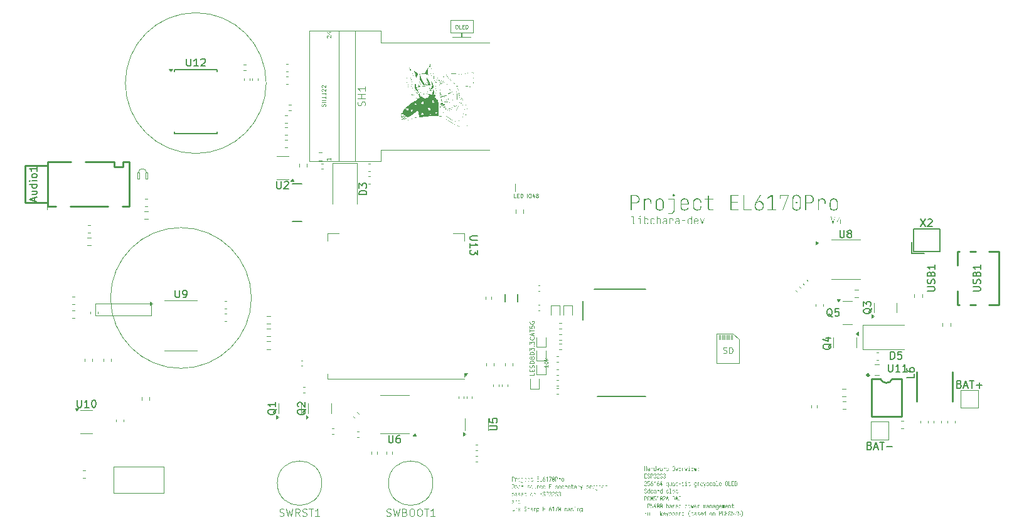
<source format=gto>
%TF.GenerationSoftware,KiCad,Pcbnew,8.0.5-8.0.5-0~ubuntu24.04.1*%
%TF.CreationDate,2024-10-22T00:13:01+08:00*%
%TF.ProjectId,EL6170_Pro_Max_Plus,454c3631-3730-45f5-9072-6f5f4d61785f,rev?*%
%TF.SameCoordinates,Original*%
%TF.FileFunction,Legend,Top*%
%TF.FilePolarity,Positive*%
%FSLAX46Y46*%
G04 Gerber Fmt 4.6, Leading zero omitted, Abs format (unit mm)*
G04 Created by KiCad (PCBNEW 8.0.5-8.0.5-0~ubuntu24.04.1) date 2024-10-22 00:13:01*
%MOMM*%
%LPD*%
G01*
G04 APERTURE LIST*
%ADD10C,0.100000*%
%ADD11C,0.150000*%
%ADD12C,0.080000*%
%ADD13C,0.040000*%
%ADD14C,0.070000*%
%ADD15C,0.060000*%
%ADD16C,0.120000*%
%ADD17C,0.203200*%
%ADD18C,0.000000*%
%ADD19C,0.250000*%
G04 APERTURE END LIST*
D10*
X182300000Y-111800000D02*
X185300000Y-111800000D01*
X121500000Y-74000000D02*
G75*
G02*
X102500000Y-74000000I-9500000J0D01*
G01*
X102500000Y-74000000D02*
G75*
G02*
X121500000Y-74000000I9500000J0D01*
G01*
X147800000Y-67200000D02*
X147900000Y-67200000D01*
X147900000Y-67800000D01*
X147800000Y-67800000D01*
X147800000Y-67200000D01*
X151600000Y-68500000D02*
X137000000Y-68500000D01*
X184200000Y-108000000D02*
X184200000Y-108600000D01*
X100900000Y-125750000D02*
X107650000Y-125750000D01*
X107650000Y-129350000D01*
X100900000Y-129350000D01*
X100900000Y-125750000D01*
X183000000Y-108000000D02*
X183000000Y-108600000D01*
X98450000Y-103800000D02*
X105950000Y-103800000D01*
X105950000Y-105400000D01*
X98450000Y-105400000D01*
X98450000Y-103800000D01*
X183200000Y-108000000D02*
X183200000Y-108600000D01*
X104100000Y-86100000D02*
X104400000Y-86100000D01*
X104400000Y-86900000D01*
X104100000Y-86900000D01*
X104100000Y-86100000D01*
X184400000Y-108000000D02*
X184400000Y-108600000D01*
X146400000Y-65500000D02*
X149400000Y-65500000D01*
X149400000Y-67200000D01*
X146400000Y-67200000D01*
X146400000Y-65500000D01*
X137000000Y-68500000D02*
X137000000Y-66949669D01*
X182300000Y-107800000D02*
X182300000Y-111800000D01*
X105200000Y-86100000D02*
X105500000Y-86100000D01*
X105500000Y-86900000D01*
X105200000Y-86900000D01*
X105200000Y-86100000D01*
X133250000Y-84550000D02*
X137000000Y-84550331D01*
X183600000Y-108000000D02*
X183600000Y-108600000D01*
X182800000Y-108000000D02*
X182800000Y-108600000D01*
X182600000Y-108000000D02*
X182600000Y-108600000D01*
X184000000Y-108000000D02*
X184000000Y-108600000D01*
X137000000Y-83000000D02*
X137000000Y-84550331D01*
X146600000Y-67800000D02*
X149100000Y-67800000D01*
X133250000Y-66950000D02*
X137000000Y-66949669D01*
X104250000Y-86100000D02*
G75*
G02*
X105350000Y-86100000I550000J0D01*
G01*
X185300000Y-111800000D02*
X185300000Y-108600000D01*
X184500000Y-107800000D02*
X182300000Y-107800000D01*
X183400000Y-108000000D02*
X183400000Y-108600000D01*
X119500000Y-103000000D02*
G75*
G02*
X100500000Y-103000000I-9500000J0D01*
G01*
X100500000Y-103000000D02*
G75*
G02*
X119500000Y-103000000I9500000J0D01*
G01*
X183800000Y-108000000D02*
X183800000Y-108600000D01*
X91970000Y-84680000D02*
X91970000Y-91030000D01*
X137000000Y-83000000D02*
X151600000Y-83000000D01*
X185300000Y-108600000D02*
X184500000Y-107800000D01*
D11*
G36*
X171220481Y-93030000D02*
G01*
X171170850Y-93026097D01*
X171123681Y-93012606D01*
X171081492Y-92986637D01*
X171074912Y-92980662D01*
X171043657Y-92937500D01*
X171027678Y-92887435D01*
X171023621Y-92839002D01*
X171023621Y-92060844D01*
X170770341Y-92060844D01*
X170770341Y-91998318D01*
X171093963Y-91998318D01*
X171093963Y-92840223D01*
X171100017Y-92889806D01*
X171125593Y-92935661D01*
X171171184Y-92961384D01*
X171220481Y-92967473D01*
X171459595Y-92967473D01*
X171459595Y-93030000D01*
X171220481Y-93030000D01*
G37*
G36*
X171672819Y-93030000D02*
G01*
X171672819Y-92967473D01*
X171955652Y-92967473D01*
X171955652Y-92310949D01*
X171707990Y-92310949D01*
X171707990Y-92248422D01*
X172025994Y-92248422D01*
X172025994Y-92967473D01*
X172291974Y-92967473D01*
X172291974Y-93030000D01*
X171672819Y-93030000D01*
G37*
G36*
X171982274Y-92092107D02*
G01*
X171933676Y-92079138D01*
X171923168Y-92070858D01*
X171901487Y-92026741D01*
X171900697Y-92013949D01*
X171915531Y-91965751D01*
X171923168Y-91957285D01*
X171969034Y-91936547D01*
X171982274Y-91935792D01*
X172030873Y-91948910D01*
X172041381Y-91957285D01*
X172063062Y-92001167D01*
X172063852Y-92013949D01*
X172049018Y-92062308D01*
X172041381Y-92070858D01*
X171995515Y-92091360D01*
X171982274Y-92092107D01*
G37*
G36*
X172603628Y-92374940D02*
G01*
X172626114Y-92329545D01*
X172657667Y-92291913D01*
X172683740Y-92271137D01*
X172729066Y-92247770D01*
X172780781Y-92235187D01*
X172818806Y-92232791D01*
X172867628Y-92236543D01*
X172917900Y-92250018D01*
X172962280Y-92273293D01*
X173000767Y-92306369D01*
X173005163Y-92311193D01*
X173035618Y-92353523D01*
X173057370Y-92402112D01*
X173069267Y-92449762D01*
X173074501Y-92502203D01*
X173074773Y-92518066D01*
X173074773Y-92761821D01*
X173071442Y-92815596D01*
X173061449Y-92864510D01*
X173041871Y-92914457D01*
X173013593Y-92958055D01*
X173005163Y-92967962D01*
X172967413Y-93001942D01*
X172923770Y-93026214D01*
X172874234Y-93040777D01*
X172818806Y-93045631D01*
X172767253Y-93041446D01*
X172717136Y-93027335D01*
X172683740Y-93010216D01*
X172643418Y-92977010D01*
X172613738Y-92935339D01*
X172603628Y-92913251D01*
X172603628Y-93030000D01*
X172533286Y-93030000D01*
X172533286Y-92518311D01*
X172603628Y-92518311D01*
X172603628Y-92761332D01*
X172606956Y-92810440D01*
X172618655Y-92859009D01*
X172641534Y-92904680D01*
X172656873Y-92924242D01*
X172698467Y-92957755D01*
X172744644Y-92976149D01*
X172798788Y-92983047D01*
X172804640Y-92983105D01*
X172854387Y-92978449D01*
X172901957Y-92962354D01*
X172944918Y-92931370D01*
X172951674Y-92924242D01*
X172979495Y-92882936D01*
X172997012Y-92832899D01*
X173003967Y-92780403D01*
X173004431Y-92761332D01*
X173004431Y-92518311D01*
X173001133Y-92468684D01*
X172989541Y-92419750D01*
X172966873Y-92373945D01*
X172951674Y-92354424D01*
X172910498Y-92320772D01*
X172864550Y-92302301D01*
X172810492Y-92295375D01*
X172804640Y-92295317D01*
X172754303Y-92299992D01*
X172706304Y-92316154D01*
X172663146Y-92347266D01*
X172656385Y-92354424D01*
X172628564Y-92395721D01*
X172611047Y-92446034D01*
X172604092Y-92499024D01*
X172603628Y-92518311D01*
X172533286Y-92518311D01*
X172533286Y-91998318D01*
X172603628Y-91998318D01*
X172603628Y-92374940D01*
G37*
G36*
X173652407Y-93045631D02*
G01*
X173598962Y-93041914D01*
X173550613Y-93030765D01*
X173501597Y-93008920D01*
X173459236Y-92977367D01*
X173449685Y-92967962D01*
X173417094Y-92925860D01*
X173393815Y-92877226D01*
X173381084Y-92829311D01*
X173375482Y-92776393D01*
X173375191Y-92760355D01*
X173375191Y-92518066D01*
X173378791Y-92463720D01*
X173389590Y-92414376D01*
X173410748Y-92364108D01*
X173441309Y-92320373D01*
X173450418Y-92310460D01*
X173491253Y-92276480D01*
X173538529Y-92252208D01*
X173592247Y-92237645D01*
X173644535Y-92232867D01*
X173652407Y-92232791D01*
X173705875Y-92236297D01*
X173754294Y-92246816D01*
X173803448Y-92267424D01*
X173846008Y-92297191D01*
X173855617Y-92306064D01*
X173888529Y-92345845D01*
X173912037Y-92391915D01*
X173926142Y-92444275D01*
X173930770Y-92495248D01*
X173930844Y-92502923D01*
X173860502Y-92502923D01*
X173856097Y-92451251D01*
X173840870Y-92401859D01*
X173811558Y-92357279D01*
X173804815Y-92350272D01*
X173761791Y-92318984D01*
X173714164Y-92301811D01*
X173664365Y-92295532D01*
X173652407Y-92295317D01*
X173601720Y-92299934D01*
X173552833Y-92315896D01*
X173511770Y-92343259D01*
X173500976Y-92353691D01*
X173471739Y-92394602D01*
X173453330Y-92444672D01*
X173446021Y-92497565D01*
X173445533Y-92516845D01*
X173445533Y-92761577D01*
X173448999Y-92810578D01*
X173461181Y-92859062D01*
X173485004Y-92904686D01*
X173500976Y-92924242D01*
X173539693Y-92955283D01*
X173586232Y-92974827D01*
X173634807Y-92982588D01*
X173652407Y-92983105D01*
X173703665Y-92978739D01*
X173752914Y-92963645D01*
X173797722Y-92934590D01*
X173804815Y-92927906D01*
X173836519Y-92884940D01*
X173853922Y-92837466D01*
X173860284Y-92787886D01*
X173860502Y-92775987D01*
X173930844Y-92775987D01*
X173927244Y-92827637D01*
X173914315Y-92880741D01*
X173891982Y-92927525D01*
X173860245Y-92967989D01*
X173855617Y-92972602D01*
X173814706Y-93004552D01*
X173767201Y-93027374D01*
X173713101Y-93041067D01*
X173660354Y-93045560D01*
X173652407Y-93045631D01*
G37*
G36*
X174211723Y-93030000D02*
G01*
X174211723Y-91998318D01*
X174282065Y-91998318D01*
X174282065Y-92385198D01*
X174300662Y-92339693D01*
X174330429Y-92298477D01*
X174359246Y-92273335D01*
X174405099Y-92248628D01*
X174453346Y-92235998D01*
X174497243Y-92232791D01*
X174551343Y-92237416D01*
X174599825Y-92251292D01*
X174647653Y-92277960D01*
X174679937Y-92306796D01*
X174710177Y-92347096D01*
X174731777Y-92393991D01*
X174744737Y-92447480D01*
X174748990Y-92499693D01*
X174749057Y-92507564D01*
X174749057Y-93030000D01*
X174678715Y-93030000D01*
X174678715Y-92518311D01*
X174675464Y-92468684D01*
X174664033Y-92419750D01*
X174641679Y-92373945D01*
X174626692Y-92354424D01*
X174586250Y-92320772D01*
X174536457Y-92301089D01*
X174483077Y-92295317D01*
X174433923Y-92300050D01*
X174386467Y-92316413D01*
X174342971Y-92347910D01*
X174336043Y-92355157D01*
X174307578Y-92396697D01*
X174289656Y-92446824D01*
X174282540Y-92499280D01*
X174282065Y-92518311D01*
X174282065Y-93030000D01*
X174211723Y-93030000D01*
G37*
G36*
X175377178Y-92236063D02*
G01*
X175429798Y-92247818D01*
X175475211Y-92268120D01*
X175517690Y-92301179D01*
X175550394Y-92344245D01*
X175570479Y-92390247D01*
X175582108Y-92443515D01*
X175585345Y-92496085D01*
X175585345Y-93030000D01*
X175515003Y-93030000D01*
X175515003Y-92903482D01*
X175491212Y-92948384D01*
X175455744Y-92986005D01*
X175425610Y-93007041D01*
X175377832Y-93029012D01*
X175329289Y-93041071D01*
X175275880Y-93045593D01*
X175270272Y-93045631D01*
X175220462Y-93042405D01*
X175169518Y-93030819D01*
X175124955Y-93010806D01*
X175082449Y-92978220D01*
X175049508Y-92937208D01*
X175027348Y-92890284D01*
X175015969Y-92837448D01*
X175014305Y-92805540D01*
X175014798Y-92800411D01*
X175084647Y-92800411D01*
X175091198Y-92852720D01*
X175110853Y-92897814D01*
X175140090Y-92932547D01*
X175182935Y-92961331D01*
X175229799Y-92977131D01*
X175278421Y-92982907D01*
X175290055Y-92983105D01*
X175339347Y-92979716D01*
X175388267Y-92967802D01*
X175434511Y-92944504D01*
X175454431Y-92928883D01*
X175486373Y-92891083D01*
X175506485Y-92845459D01*
X175514766Y-92792012D01*
X175515003Y-92780383D01*
X175515003Y-92639211D01*
X175250732Y-92639211D01*
X175199556Y-92645634D01*
X175152642Y-92667088D01*
X175131053Y-92684884D01*
X175101007Y-92725985D01*
X175086279Y-92775066D01*
X175084647Y-92800411D01*
X175014798Y-92800411D01*
X175019483Y-92751717D01*
X175035016Y-92703728D01*
X175060905Y-92661574D01*
X175079762Y-92640676D01*
X175119847Y-92609743D01*
X175166462Y-92588933D01*
X175219607Y-92578247D01*
X175251953Y-92576685D01*
X175515003Y-92576685D01*
X175515003Y-92497306D01*
X175511042Y-92445747D01*
X175497351Y-92397070D01*
X175470996Y-92353994D01*
X175464933Y-92347341D01*
X175425772Y-92317722D01*
X175376798Y-92300397D01*
X175323761Y-92295317D01*
X175271711Y-92299396D01*
X175222226Y-92313304D01*
X175180879Y-92337083D01*
X175145205Y-92375330D01*
X175125896Y-92422204D01*
X175122505Y-92446748D01*
X175052163Y-92446748D01*
X175060713Y-92395258D01*
X175080044Y-92349873D01*
X175110155Y-92310593D01*
X175131542Y-92291409D01*
X175176783Y-92263073D01*
X175223063Y-92245671D01*
X175275052Y-92235596D01*
X175325226Y-92232791D01*
X175377178Y-92236063D01*
G37*
G36*
X175920935Y-93030000D02*
G01*
X175920935Y-92248422D01*
X175991277Y-92248422D01*
X175991277Y-92373475D01*
X176012388Y-92328034D01*
X176044872Y-92287876D01*
X176066503Y-92270160D01*
X176113439Y-92245965D01*
X176163992Y-92234579D01*
X176196685Y-92232791D01*
X176249545Y-92236274D01*
X176302286Y-92248784D01*
X176346845Y-92270391D01*
X176387194Y-92305575D01*
X176417537Y-92351269D01*
X176436172Y-92399866D01*
X176446041Y-92448549D01*
X176449903Y-92502982D01*
X176449965Y-92511228D01*
X176449965Y-92582547D01*
X176379623Y-92582547D01*
X176379623Y-92511472D01*
X176376539Y-92461952D01*
X176365698Y-92413686D01*
X176344499Y-92369303D01*
X176330286Y-92350760D01*
X176291022Y-92319194D01*
X176240733Y-92300731D01*
X176191388Y-92295371D01*
X176185450Y-92295317D01*
X176135915Y-92299934D01*
X176089080Y-92315896D01*
X176047533Y-92346622D01*
X176041102Y-92353691D01*
X176012735Y-92399370D01*
X175997164Y-92450813D01*
X175991471Y-92505188D01*
X175991277Y-92518311D01*
X175991277Y-93030000D01*
X175920935Y-93030000D01*
G37*
G36*
X177055615Y-92236063D02*
G01*
X177108234Y-92247818D01*
X177153648Y-92268120D01*
X177196127Y-92301179D01*
X177228831Y-92344245D01*
X177248916Y-92390247D01*
X177260544Y-92443515D01*
X177263782Y-92496085D01*
X177263782Y-93030000D01*
X177193440Y-93030000D01*
X177193440Y-92903482D01*
X177169649Y-92948384D01*
X177134180Y-92986005D01*
X177104047Y-93007041D01*
X177056269Y-93029012D01*
X177007726Y-93041071D01*
X176954317Y-93045593D01*
X176948709Y-93045631D01*
X176898898Y-93042405D01*
X176847955Y-93030819D01*
X176803392Y-93010806D01*
X176760886Y-92978220D01*
X176727945Y-92937208D01*
X176705785Y-92890284D01*
X176694406Y-92837448D01*
X176692742Y-92805540D01*
X176693235Y-92800411D01*
X176763084Y-92800411D01*
X176769635Y-92852720D01*
X176789289Y-92897814D01*
X176818527Y-92932547D01*
X176861372Y-92961331D01*
X176908236Y-92977131D01*
X176956858Y-92982907D01*
X176968492Y-92983105D01*
X177017783Y-92979716D01*
X177066704Y-92967802D01*
X177112948Y-92944504D01*
X177132868Y-92928883D01*
X177164810Y-92891083D01*
X177184922Y-92845459D01*
X177193203Y-92792012D01*
X177193440Y-92780383D01*
X177193440Y-92639211D01*
X176929169Y-92639211D01*
X176877993Y-92645634D01*
X176831078Y-92667088D01*
X176809490Y-92684884D01*
X176779444Y-92725985D01*
X176764715Y-92775066D01*
X176763084Y-92800411D01*
X176693235Y-92800411D01*
X176697920Y-92751717D01*
X176713453Y-92703728D01*
X176739342Y-92661574D01*
X176758199Y-92640676D01*
X176798284Y-92609743D01*
X176844899Y-92588933D01*
X176898044Y-92578247D01*
X176930390Y-92576685D01*
X177193440Y-92576685D01*
X177193440Y-92497306D01*
X177189479Y-92445747D01*
X177175788Y-92397070D01*
X177149433Y-92353994D01*
X177143370Y-92347341D01*
X177104209Y-92317722D01*
X177055235Y-92300397D01*
X177002198Y-92295317D01*
X176950148Y-92299396D01*
X176900663Y-92313304D01*
X176859316Y-92337083D01*
X176823642Y-92375330D01*
X176804333Y-92422204D01*
X176800942Y-92446748D01*
X176730600Y-92446748D01*
X176739150Y-92395258D01*
X176758481Y-92349873D01*
X176788592Y-92310593D01*
X176809979Y-92291409D01*
X176855220Y-92263073D01*
X176901500Y-92245671D01*
X176953489Y-92235596D01*
X177003663Y-92232791D01*
X177055615Y-92236063D01*
G37*
G36*
X177610607Y-92592316D02*
G01*
X177610607Y-92529790D01*
X178060990Y-92529790D01*
X178060990Y-92592316D01*
X177610607Y-92592316D01*
G37*
G36*
X178942219Y-93030000D02*
G01*
X178871877Y-93030000D01*
X178871877Y-92913251D01*
X178847108Y-92958829D01*
X178811698Y-92995942D01*
X178791765Y-93010216D01*
X178746439Y-93031797D01*
X178694724Y-93043418D01*
X178656699Y-93045631D01*
X178601866Y-93040777D01*
X178552651Y-93026214D01*
X178509054Y-93001942D01*
X178471074Y-92967962D01*
X178440300Y-92925952D01*
X178418318Y-92877592D01*
X178406296Y-92830068D01*
X178401007Y-92777681D01*
X178400732Y-92761821D01*
X178400732Y-92518311D01*
X178471074Y-92518311D01*
X178471074Y-92761332D01*
X178474371Y-92810440D01*
X178485963Y-92859009D01*
X178508632Y-92904680D01*
X178523831Y-92924242D01*
X178565007Y-92957755D01*
X178610955Y-92976149D01*
X178665013Y-92983047D01*
X178670865Y-92983105D01*
X178721202Y-92978449D01*
X178769201Y-92962354D01*
X178812359Y-92931370D01*
X178819120Y-92924242D01*
X178846941Y-92882936D01*
X178864458Y-92832899D01*
X178871413Y-92780403D01*
X178871877Y-92761332D01*
X178871877Y-92518311D01*
X178868579Y-92468684D01*
X178856987Y-92419750D01*
X178834319Y-92373945D01*
X178819120Y-92354424D01*
X178777800Y-92320772D01*
X178731470Y-92302301D01*
X178682635Y-92295548D01*
X178670865Y-92295317D01*
X178621118Y-92299992D01*
X178573548Y-92316154D01*
X178530587Y-92347266D01*
X178523831Y-92354424D01*
X178496010Y-92395721D01*
X178478493Y-92446034D01*
X178471538Y-92499024D01*
X178471074Y-92518311D01*
X178400732Y-92518311D01*
X178400732Y-92518066D01*
X178404098Y-92464256D01*
X178414196Y-92415237D01*
X178433980Y-92365084D01*
X178462556Y-92321189D01*
X178471074Y-92311193D01*
X178509054Y-92276892D01*
X178552651Y-92252391D01*
X178601866Y-92237691D01*
X178656699Y-92232791D01*
X178708252Y-92237322D01*
X178758369Y-92252601D01*
X178791765Y-92271137D01*
X178829363Y-92303595D01*
X178857894Y-92343814D01*
X178871877Y-92374940D01*
X178871877Y-91998318D01*
X178942219Y-91998318D01*
X178942219Y-93030000D01*
G37*
G36*
X179569029Y-92236519D02*
G01*
X179617027Y-92247704D01*
X179665357Y-92269617D01*
X179706725Y-92301269D01*
X179715980Y-92310704D01*
X179747716Y-92352943D01*
X179770385Y-92401746D01*
X179782782Y-92449833D01*
X179788237Y-92502945D01*
X179788520Y-92519043D01*
X179788520Y-92654842D01*
X179310293Y-92654842D01*
X179310293Y-92761332D01*
X179314524Y-92815536D01*
X179327217Y-92863016D01*
X179351245Y-92907886D01*
X179363782Y-92923510D01*
X179401601Y-92954937D01*
X179448198Y-92974724D01*
X179497640Y-92982581D01*
X179515701Y-92983105D01*
X179566797Y-92978574D01*
X179615759Y-92963295D01*
X179647836Y-92944759D01*
X179684323Y-92908728D01*
X179706862Y-92863346D01*
X179712561Y-92839246D01*
X179782903Y-92839246D01*
X179769134Y-92889697D01*
X179746787Y-92933888D01*
X179715862Y-92971820D01*
X179694975Y-92990188D01*
X179652059Y-93016989D01*
X179603270Y-93035019D01*
X179554970Y-93043682D01*
X179515701Y-93045631D01*
X179461755Y-93041914D01*
X179413186Y-93030765D01*
X179364261Y-93008920D01*
X179322358Y-92977367D01*
X179312979Y-92967962D01*
X179281029Y-92925860D01*
X179258208Y-92877226D01*
X179245727Y-92829311D01*
X179240236Y-92776393D01*
X179239951Y-92760355D01*
X179239951Y-92518066D01*
X179310293Y-92518066D01*
X179310293Y-92592316D01*
X179718178Y-92592316D01*
X179718178Y-92518066D01*
X179714005Y-92463627D01*
X179701486Y-92415988D01*
X179677786Y-92371032D01*
X179665422Y-92355401D01*
X179628132Y-92323716D01*
X179582207Y-92303766D01*
X179533493Y-92295845D01*
X179515701Y-92295317D01*
X179463889Y-92300012D01*
X179414659Y-92316241D01*
X179374206Y-92344061D01*
X179363782Y-92354668D01*
X179335575Y-92396022D01*
X179317815Y-92446202D01*
X179310763Y-92498909D01*
X179310293Y-92518066D01*
X179239951Y-92518066D01*
X179243480Y-92463720D01*
X179254069Y-92414376D01*
X179274814Y-92364108D01*
X179304780Y-92320373D01*
X179313712Y-92310460D01*
X179354088Y-92276480D01*
X179401212Y-92252208D01*
X179455083Y-92237645D01*
X179507755Y-92232867D01*
X179515701Y-92232791D01*
X179569029Y-92236519D01*
G37*
G36*
X180309734Y-93030000D02*
G01*
X180043998Y-92248422D01*
X180119958Y-92248422D01*
X180315352Y-92831919D01*
X180330369Y-92880710D01*
X180338555Y-92910809D01*
X180350907Y-92958823D01*
X180354919Y-92975533D01*
X180365730Y-92927764D01*
X180370307Y-92910809D01*
X180384165Y-92863438D01*
X180394242Y-92831919D01*
X180586950Y-92248422D01*
X180662909Y-92248422D01*
X180397173Y-93030000D01*
X180309734Y-93030000D01*
G37*
G36*
X197932100Y-93030000D02*
G01*
X197650732Y-91998318D01*
X197725226Y-91998318D01*
X197933321Y-92776231D01*
X197946245Y-92824597D01*
X197957999Y-92874338D01*
X197961653Y-92891514D01*
X197971484Y-92939446D01*
X197978506Y-92974312D01*
X197988614Y-92925871D01*
X197996092Y-92891514D01*
X198007499Y-92842640D01*
X198019765Y-92795081D01*
X198024912Y-92776231D01*
X198234473Y-91998318D01*
X198303349Y-91998318D01*
X198021981Y-93030000D01*
X197932100Y-93030000D01*
G37*
G36*
X198985031Y-93030000D02*
G01*
X198985031Y-92779895D01*
X198513886Y-92779895D01*
X198513886Y-92642630D01*
X198916154Y-91998318D01*
X198993579Y-91998318D01*
X198584228Y-92661437D01*
X198584228Y-92717369D01*
X198985031Y-92717369D01*
X198985031Y-92436001D01*
X199055373Y-92436001D01*
X199055373Y-93030000D01*
X198985031Y-93030000D01*
G37*
G36*
X171427368Y-89103999D02*
G01*
X171529773Y-89126088D01*
X171621660Y-89162903D01*
X171713793Y-89223010D01*
X171744801Y-89250509D01*
X171815112Y-89333765D01*
X171865334Y-89429661D01*
X171892800Y-89523938D01*
X171904885Y-89627893D01*
X171905512Y-89659371D01*
X171897752Y-89766091D01*
X171874471Y-89863133D01*
X171828858Y-89962189D01*
X171762974Y-90048605D01*
X171743335Y-90068234D01*
X171655896Y-90135553D01*
X171555268Y-90183639D01*
X171456399Y-90209935D01*
X171347433Y-90221506D01*
X171314445Y-90222107D01*
X170850383Y-90222107D01*
X170850383Y-91160000D01*
X170709699Y-91160000D01*
X170709699Y-90097055D01*
X170850383Y-90097055D01*
X171314445Y-90097055D01*
X171411867Y-90089666D01*
X171509133Y-90063692D01*
X171601888Y-90012897D01*
X171642219Y-89978841D01*
X171706876Y-89896638D01*
X171747587Y-89798407D01*
X171763751Y-89696294D01*
X171764829Y-89659371D01*
X171755246Y-89551669D01*
X171726498Y-89457722D01*
X171672077Y-89369470D01*
X171643684Y-89338925D01*
X171559478Y-89277101D01*
X171458288Y-89238175D01*
X171352698Y-89222719D01*
X171314445Y-89221688D01*
X170850383Y-89221688D01*
X170850383Y-90097055D01*
X170709699Y-90097055D01*
X170709699Y-89096636D01*
X171314445Y-89096636D01*
X171427368Y-89103999D01*
G37*
G36*
X172449685Y-91160000D02*
G01*
X172449685Y-89596845D01*
X172590369Y-89596845D01*
X172590369Y-89846950D01*
X172632593Y-89756069D01*
X172697560Y-89675753D01*
X172740823Y-89640321D01*
X172834695Y-89591930D01*
X172935800Y-89569159D01*
X173001186Y-89565582D01*
X173106907Y-89572548D01*
X173212389Y-89597568D01*
X173301507Y-89640783D01*
X173382205Y-89711151D01*
X173442891Y-89802539D01*
X173480161Y-89899732D01*
X173499899Y-89997098D01*
X173507623Y-90105965D01*
X173507745Y-90122456D01*
X173507745Y-90265094D01*
X173367062Y-90265094D01*
X173367062Y-90122944D01*
X173360894Y-90023904D01*
X173339213Y-89927373D01*
X173296814Y-89838606D01*
X173268387Y-89801521D01*
X173189860Y-89738389D01*
X173089283Y-89701463D01*
X172990592Y-89690743D01*
X172978715Y-89690635D01*
X172879647Y-89699869D01*
X172785976Y-89731793D01*
X172702883Y-89793245D01*
X172690020Y-89807383D01*
X172633285Y-89898740D01*
X172602145Y-90001627D01*
X172590759Y-90110377D01*
X172590369Y-90136622D01*
X172590369Y-91160000D01*
X172449685Y-91160000D01*
G37*
G36*
X174705749Y-89573015D02*
G01*
X174813582Y-89599714D01*
X174908715Y-89645830D01*
X174991147Y-89711364D01*
X175000558Y-89720921D01*
X175065740Y-89805123D01*
X175112299Y-89902393D01*
X175137761Y-89998223D01*
X175148964Y-90104058D01*
X175149546Y-90136133D01*
X175149546Y-90620711D01*
X175142417Y-90729404D01*
X175121029Y-90828093D01*
X175079126Y-90928629D01*
X175018599Y-91016098D01*
X175000558Y-91035924D01*
X174919713Y-91103885D01*
X174826168Y-91152428D01*
X174719923Y-91181554D01*
X174616539Y-91191111D01*
X174600976Y-91191263D01*
X174497276Y-91183829D01*
X174390152Y-91157131D01*
X174295180Y-91111014D01*
X174212359Y-91045481D01*
X174202861Y-91035924D01*
X174137037Y-90951721D01*
X174090020Y-90854452D01*
X174064308Y-90758622D01*
X174052995Y-90652787D01*
X174052407Y-90620711D01*
X174052407Y-90136133D01*
X174052439Y-90135645D01*
X174193091Y-90135645D01*
X174193091Y-90621200D01*
X174199777Y-90720851D01*
X174223283Y-90818945D01*
X174269250Y-90910536D01*
X174300069Y-90949462D01*
X174383891Y-91015931D01*
X174477925Y-91052415D01*
X174577075Y-91065754D01*
X174600976Y-91066210D01*
X174703184Y-91056975D01*
X174800614Y-91025052D01*
X174888172Y-90963600D01*
X174901884Y-90949462D01*
X174958298Y-90867030D01*
X174993818Y-90766280D01*
X175007922Y-90659943D01*
X175008862Y-90621200D01*
X175008862Y-90135645D01*
X175002084Y-90036024D01*
X174978256Y-89938038D01*
X174931659Y-89846657D01*
X174900418Y-89807871D01*
X174816329Y-89741124D01*
X174722753Y-89704488D01*
X174624586Y-89691092D01*
X174600976Y-89690635D01*
X174499834Y-89699908D01*
X174402862Y-89731965D01*
X174314926Y-89793674D01*
X174301046Y-89807871D01*
X174244117Y-89890045D01*
X174208272Y-89990633D01*
X174194040Y-90096906D01*
X174193091Y-90135645D01*
X174052439Y-90135645D01*
X174059606Y-90027441D01*
X174081205Y-89928752D01*
X174123520Y-89828216D01*
X174184642Y-89740746D01*
X174202861Y-89720921D01*
X174284163Y-89652960D01*
X174377616Y-89604417D01*
X174483221Y-89575291D01*
X174585593Y-89565734D01*
X174600976Y-89565582D01*
X174705749Y-89573015D01*
G37*
G36*
X175745010Y-91660209D02*
G01*
X175745010Y-91535157D01*
X176071318Y-91535157D01*
X176176011Y-91526733D01*
X176274300Y-91497615D01*
X176360489Y-91441562D01*
X176373691Y-91428667D01*
X176432095Y-91344881D01*
X176464152Y-91249779D01*
X176475872Y-91148770D01*
X176476273Y-91124340D01*
X176476273Y-89721898D01*
X175730844Y-89721898D01*
X175730844Y-89596845D01*
X176616957Y-89596845D01*
X176616957Y-91123363D01*
X176610085Y-91228212D01*
X176585401Y-91335275D01*
X176542765Y-91428721D01*
X176482178Y-91508550D01*
X176473342Y-91517571D01*
X176394543Y-91579975D01*
X176301273Y-91624549D01*
X176193531Y-91651294D01*
X176087386Y-91660070D01*
X176071318Y-91660209D01*
X175745010Y-91660209D01*
G37*
G36*
X176504605Y-89284214D02*
G01*
X176407409Y-89258276D01*
X176386392Y-89241716D01*
X176343031Y-89153482D01*
X176341451Y-89127899D01*
X176371119Y-89031503D01*
X176386392Y-89014570D01*
X176478124Y-88973095D01*
X176504605Y-88971584D01*
X176601801Y-88997821D01*
X176622819Y-89014570D01*
X176666179Y-89102334D01*
X176667759Y-89127899D01*
X176638092Y-89224617D01*
X176622819Y-89241716D01*
X176531086Y-89282720D01*
X176504605Y-89284214D01*
G37*
G36*
X178067437Y-89573039D02*
G01*
X178163434Y-89595408D01*
X178260093Y-89639235D01*
X178342830Y-89702539D01*
X178361339Y-89721409D01*
X178424812Y-89805887D01*
X178470150Y-89903492D01*
X178494944Y-89999666D01*
X178505853Y-90105891D01*
X178506420Y-90138087D01*
X178506420Y-90409685D01*
X177549965Y-90409685D01*
X177549965Y-90622665D01*
X177558427Y-90731072D01*
X177583813Y-90826032D01*
X177631870Y-90915772D01*
X177656943Y-90947020D01*
X177732582Y-91009874D01*
X177825776Y-91049449D01*
X177924660Y-91065163D01*
X177960781Y-91066210D01*
X178062974Y-91057148D01*
X178160897Y-91026591D01*
X178225052Y-90989518D01*
X178298025Y-90917457D01*
X178343103Y-90826692D01*
X178354501Y-90778492D01*
X178495184Y-90778492D01*
X178467647Y-90879394D01*
X178422953Y-90967777D01*
X178361104Y-91043640D01*
X178319330Y-91080376D01*
X178233497Y-91133979D01*
X178135918Y-91170038D01*
X178039320Y-91187364D01*
X177960781Y-91191263D01*
X177852890Y-91183829D01*
X177755751Y-91161530D01*
X177657901Y-91117841D01*
X177574095Y-91054735D01*
X177555338Y-91035924D01*
X177491438Y-90951721D01*
X177445795Y-90854452D01*
X177420834Y-90758622D01*
X177409851Y-90652787D01*
X177409281Y-90620711D01*
X177409281Y-90136133D01*
X177549965Y-90136133D01*
X177549965Y-90284633D01*
X178365736Y-90284633D01*
X178365736Y-90136133D01*
X178357389Y-90027255D01*
X178332351Y-89931977D01*
X178284952Y-89842065D01*
X178260223Y-89810802D01*
X178185643Y-89747432D01*
X178093794Y-89707533D01*
X177996366Y-89691691D01*
X177960781Y-89690635D01*
X177857157Y-89700024D01*
X177758697Y-89732482D01*
X177677791Y-89788123D01*
X177656943Y-89809337D01*
X177600529Y-89892045D01*
X177565008Y-89992404D01*
X177550905Y-90097818D01*
X177549965Y-90136133D01*
X177409281Y-90136133D01*
X177416340Y-90027441D01*
X177437517Y-89928752D01*
X177479008Y-89828216D01*
X177538939Y-89740746D01*
X177556803Y-89720921D01*
X177637556Y-89652960D01*
X177731803Y-89604417D01*
X177839545Y-89575291D01*
X177944889Y-89565734D01*
X177960781Y-89565582D01*
X178067437Y-89573039D01*
G37*
G36*
X179661688Y-91191263D02*
G01*
X179554799Y-91183829D01*
X179458100Y-91161530D01*
X179360067Y-91117841D01*
X179275346Y-91054735D01*
X179256245Y-91035924D01*
X179191063Y-90951721D01*
X179144504Y-90854452D01*
X179119042Y-90758622D01*
X179107839Y-90652787D01*
X179107257Y-90620711D01*
X179107257Y-90136133D01*
X179114456Y-90027441D01*
X179136055Y-89928752D01*
X179178370Y-89828216D01*
X179239492Y-89740746D01*
X179257711Y-89720921D01*
X179339379Y-89652960D01*
X179433932Y-89604417D01*
X179541368Y-89575291D01*
X179645944Y-89565734D01*
X179661688Y-89565582D01*
X179768625Y-89572595D01*
X179865463Y-89593632D01*
X179963771Y-89634848D01*
X180048890Y-89694382D01*
X180068108Y-89712128D01*
X180133932Y-89791690D01*
X180180949Y-89883831D01*
X180209159Y-89988550D01*
X180218415Y-90090497D01*
X180218562Y-90105847D01*
X180077878Y-90105847D01*
X180069068Y-90002503D01*
X180038614Y-89903718D01*
X179979990Y-89814559D01*
X179966503Y-89800544D01*
X179880456Y-89737969D01*
X179785202Y-89703622D01*
X179685605Y-89691064D01*
X179661688Y-89690635D01*
X179560314Y-89699869D01*
X179462541Y-89731793D01*
X179380414Y-89786518D01*
X179358827Y-89807383D01*
X179300352Y-89889204D01*
X179263534Y-89989344D01*
X179248915Y-90095131D01*
X179247941Y-90133691D01*
X179247941Y-90623154D01*
X179254871Y-90721156D01*
X179279236Y-90818125D01*
X179326882Y-90909373D01*
X179358827Y-90948485D01*
X179436260Y-91010567D01*
X179529339Y-91049655D01*
X179626489Y-91065176D01*
X179661688Y-91066210D01*
X179764204Y-91057478D01*
X179862703Y-91027291D01*
X179952318Y-90969181D01*
X179966503Y-90955812D01*
X180029913Y-90869881D01*
X180064718Y-90774932D01*
X180077443Y-90675773D01*
X180077878Y-90651974D01*
X180218562Y-90651974D01*
X180211363Y-90755274D01*
X180185503Y-90861482D01*
X180140837Y-90955050D01*
X180077365Y-91035978D01*
X180068108Y-91045205D01*
X179986287Y-91109105D01*
X179891277Y-91154748D01*
X179783077Y-91182134D01*
X179677583Y-91191120D01*
X179661688Y-91191263D01*
G37*
G36*
X181469574Y-91160000D02*
G01*
X181366858Y-91151127D01*
X181272604Y-91120870D01*
X181197976Y-91069141D01*
X181140525Y-90989022D01*
X181111156Y-90895183D01*
X181103698Y-90803893D01*
X181103698Y-89721898D01*
X180645010Y-89721898D01*
X180645010Y-89596845D01*
X181103698Y-89596845D01*
X181103698Y-89159162D01*
X181244382Y-89159162D01*
X181244382Y-89596845D01*
X181891625Y-89596845D01*
X181891625Y-89721898D01*
X181244382Y-89721898D01*
X181244382Y-90806824D01*
X181258456Y-90906628D01*
X181315634Y-90991283D01*
X181416794Y-91031383D01*
X181469574Y-91034947D01*
X181877459Y-91034947D01*
X181877459Y-91160000D01*
X181469574Y-91160000D01*
G37*
G36*
X184165038Y-91160000D02*
G01*
X184165038Y-89096636D01*
X185262665Y-89096636D01*
X185262665Y-89221688D01*
X184305722Y-89221688D01*
X184305722Y-90003265D01*
X185163991Y-90003265D01*
X185163991Y-90128318D01*
X184305722Y-90128318D01*
X184305722Y-91034947D01*
X185262665Y-91034947D01*
X185262665Y-91160000D01*
X184165038Y-91160000D01*
G37*
G36*
X185899651Y-91160000D02*
G01*
X185899651Y-89096636D01*
X186040334Y-89096636D01*
X186040334Y-91034947D01*
X187039288Y-91034947D01*
X187039288Y-91160000D01*
X185899651Y-91160000D01*
G37*
G36*
X187685066Y-90064326D02*
G01*
X187696301Y-90072630D01*
X187772894Y-90004433D01*
X187841381Y-89963698D01*
X187938433Y-89926632D01*
X188041614Y-89910800D01*
X188084647Y-89909476D01*
X188186275Y-89917347D01*
X188288809Y-89944188D01*
X188381646Y-89990076D01*
X188462997Y-90052715D01*
X188531071Y-90130476D01*
X188581437Y-90214291D01*
X188619304Y-90308535D01*
X188643147Y-90411746D01*
X188652613Y-90512305D01*
X188653244Y-90547438D01*
X188646985Y-90650573D01*
X188628206Y-90746752D01*
X188592657Y-90845461D01*
X188574110Y-90882540D01*
X188518898Y-90967061D01*
X188451569Y-91039275D01*
X188372123Y-91099181D01*
X188354780Y-91109685D01*
X188262464Y-91152705D01*
X188161370Y-91179791D01*
X188062881Y-91190546D01*
X188028471Y-91191263D01*
X187927612Y-91184771D01*
X187823885Y-91162331D01*
X187728936Y-91123863D01*
X187702163Y-91109197D01*
X187620246Y-91051561D01*
X187550351Y-90981237D01*
X187492476Y-90898223D01*
X187482344Y-90880097D01*
X187440871Y-90783507D01*
X187414758Y-90678139D01*
X187404389Y-90575803D01*
X187403897Y-90550369D01*
X187544382Y-90550369D01*
X187549918Y-90650773D01*
X187572415Y-90751088D01*
X187600558Y-90820013D01*
X187657128Y-90906561D01*
X187730789Y-90975695D01*
X187770551Y-91001730D01*
X187866847Y-91043478D01*
X187966040Y-91063125D01*
X188028471Y-91066210D01*
X188131374Y-91057143D01*
X188231999Y-91026855D01*
X188281507Y-91001730D01*
X188362666Y-90940633D01*
X188427539Y-90862122D01*
X188451988Y-90820013D01*
X188488900Y-90726911D01*
X188508775Y-90624192D01*
X188512561Y-90550369D01*
X188505403Y-90448528D01*
X188481269Y-90347961D01*
X188451988Y-90279748D01*
X188394631Y-90193833D01*
X188320988Y-90125009D01*
X188281507Y-90099009D01*
X188186959Y-90057260D01*
X188089666Y-90037614D01*
X188028471Y-90034528D01*
X187925706Y-90043596D01*
X187825540Y-90073884D01*
X187776413Y-90099009D01*
X187696519Y-90159944D01*
X187632265Y-90237971D01*
X187607885Y-90279748D01*
X187570562Y-90372072D01*
X187549450Y-90475387D01*
X187544382Y-90550369D01*
X187403897Y-90550369D01*
X187403698Y-90540111D01*
X187410636Y-90440666D01*
X187431450Y-90341633D01*
X187453035Y-90275840D01*
X187493404Y-90177128D01*
X187536322Y-90087004D01*
X187575645Y-90013524D01*
X188101744Y-89096636D01*
X188261967Y-89096636D01*
X187685066Y-90064326D01*
G37*
G36*
X189144173Y-91160000D02*
G01*
X189144173Y-91034947D01*
X189726448Y-91034947D01*
X189726448Y-89240739D01*
X189166643Y-89650090D01*
X189166643Y-89493286D01*
X189681507Y-89096636D01*
X189867131Y-89096636D01*
X189867131Y-91034947D01*
X190354152Y-91034947D01*
X190354152Y-91160000D01*
X189144173Y-91160000D01*
G37*
G36*
X191123517Y-91160000D02*
G01*
X191903140Y-89221688D01*
X190934961Y-89221688D01*
X190934961Y-89660348D01*
X190794277Y-89660348D01*
X190794277Y-89096636D01*
X192046755Y-89096636D01*
X192046755Y-89236831D01*
X191278367Y-91160000D01*
X191123517Y-91160000D01*
G37*
G36*
X193158988Y-90028941D02*
G01*
X193166364Y-90034528D01*
X193204466Y-90126852D01*
X193166364Y-90219665D01*
X193071739Y-90253238D01*
X193063782Y-90253370D01*
X192969793Y-90225688D01*
X192962177Y-90219665D01*
X192923098Y-90126852D01*
X192962177Y-90034528D01*
X193056115Y-90003387D01*
X193063782Y-90003265D01*
X193158988Y-90028941D01*
G37*
G36*
X193177095Y-89073250D02*
G01*
X193277006Y-89096882D01*
X193366444Y-89136269D01*
X193455837Y-89200573D01*
X193485833Y-89229993D01*
X193546170Y-89307386D01*
X193591688Y-89395954D01*
X193622386Y-89495694D01*
X193638264Y-89606607D01*
X193640683Y-89675003D01*
X193640683Y-90581632D01*
X193635239Y-90682875D01*
X193615127Y-90790659D01*
X193580195Y-90887318D01*
X193530444Y-90972849D01*
X193485833Y-91027131D01*
X193401570Y-91098939D01*
X193303628Y-91150230D01*
X193206710Y-91178280D01*
X193099319Y-91190621D01*
X193066713Y-91191263D01*
X192955118Y-91183409D01*
X192854136Y-91159847D01*
X192763765Y-91120577D01*
X192673479Y-91056463D01*
X192643196Y-91027131D01*
X192582288Y-90949547D01*
X192536339Y-90860836D01*
X192505351Y-90760999D01*
X192489323Y-90650036D01*
X192486880Y-90581632D01*
X192486880Y-89675003D01*
X192627564Y-89675003D01*
X192627564Y-90581632D01*
X192634952Y-90687664D01*
X192660927Y-90793010D01*
X192705603Y-90883595D01*
X192745778Y-90935785D01*
X192827914Y-91004564D01*
X192926555Y-91047869D01*
X193029445Y-91065064D01*
X193066713Y-91066210D01*
X193172526Y-91055893D01*
X193265202Y-91024943D01*
X193352767Y-90966353D01*
X193383251Y-90935785D01*
X193439687Y-90855040D01*
X193477653Y-90759535D01*
X193495895Y-90662250D01*
X193500000Y-90581632D01*
X193500000Y-89675003D01*
X193492703Y-89568971D01*
X193467050Y-89463626D01*
X193422928Y-89373041D01*
X193383251Y-89320851D01*
X193302174Y-89252072D01*
X193204878Y-89208766D01*
X193103444Y-89191571D01*
X193066713Y-89190425D01*
X192959367Y-89200742D01*
X192865390Y-89231693D01*
X192776651Y-89290282D01*
X192745778Y-89320851D01*
X192688633Y-89401596D01*
X192650191Y-89497101D01*
X192631720Y-89594386D01*
X192627564Y-89675003D01*
X192486880Y-89675003D01*
X192492376Y-89573778D01*
X192512678Y-89466057D01*
X192547941Y-89369509D01*
X192598163Y-89284134D01*
X192643196Y-89229993D01*
X192716890Y-89165849D01*
X192814106Y-89111833D01*
X192910540Y-89081449D01*
X193017587Y-89066820D01*
X193066713Y-89065373D01*
X193177095Y-89073250D01*
G37*
G36*
X194925484Y-89103999D02*
G01*
X195027889Y-89126088D01*
X195119776Y-89162903D01*
X195211909Y-89223010D01*
X195242916Y-89250509D01*
X195313228Y-89333765D01*
X195363450Y-89429661D01*
X195390916Y-89523938D01*
X195403000Y-89627893D01*
X195403628Y-89659371D01*
X195395868Y-89766091D01*
X195372587Y-89863133D01*
X195326974Y-89962189D01*
X195261090Y-90048605D01*
X195241451Y-90068234D01*
X195154012Y-90135553D01*
X195053384Y-90183639D01*
X194954515Y-90209935D01*
X194845549Y-90221506D01*
X194812561Y-90222107D01*
X194348499Y-90222107D01*
X194348499Y-91160000D01*
X194207815Y-91160000D01*
X194207815Y-90097055D01*
X194348499Y-90097055D01*
X194812561Y-90097055D01*
X194909983Y-90089666D01*
X195007248Y-90063692D01*
X195100003Y-90012897D01*
X195140334Y-89978841D01*
X195204992Y-89896638D01*
X195245702Y-89798407D01*
X195261867Y-89696294D01*
X195262944Y-89659371D01*
X195253362Y-89551669D01*
X195224614Y-89457722D01*
X195170193Y-89369470D01*
X195141800Y-89338925D01*
X195057593Y-89277101D01*
X194956404Y-89238175D01*
X194850814Y-89222719D01*
X194812561Y-89221688D01*
X194348499Y-89221688D01*
X194348499Y-90097055D01*
X194207815Y-90097055D01*
X194207815Y-89096636D01*
X194812561Y-89096636D01*
X194925484Y-89103999D01*
G37*
G36*
X195947801Y-91160000D02*
G01*
X195947801Y-89596845D01*
X196088485Y-89596845D01*
X196088485Y-89846950D01*
X196130709Y-89756069D01*
X196195675Y-89675753D01*
X196238939Y-89640321D01*
X196332811Y-89591930D01*
X196433916Y-89569159D01*
X196499302Y-89565582D01*
X196605023Y-89572548D01*
X196710505Y-89597568D01*
X196799623Y-89640783D01*
X196880321Y-89711151D01*
X196941007Y-89802539D01*
X196978277Y-89899732D01*
X196998015Y-89997098D01*
X197005739Y-90105965D01*
X197005861Y-90122456D01*
X197005861Y-90265094D01*
X196865177Y-90265094D01*
X196865177Y-90122944D01*
X196859010Y-90023904D01*
X196837329Y-89927373D01*
X196794930Y-89838606D01*
X196766503Y-89801521D01*
X196687976Y-89738389D01*
X196587399Y-89701463D01*
X196488708Y-89690743D01*
X196476831Y-89690635D01*
X196377763Y-89699869D01*
X196284092Y-89731793D01*
X196200999Y-89793245D01*
X196188136Y-89807383D01*
X196131401Y-89898740D01*
X196100260Y-90001627D01*
X196088874Y-90110377D01*
X196088485Y-90136622D01*
X196088485Y-91160000D01*
X195947801Y-91160000D01*
G37*
G36*
X198203865Y-89573015D02*
G01*
X198311698Y-89599714D01*
X198406831Y-89645830D01*
X198489263Y-89711364D01*
X198498674Y-89720921D01*
X198563856Y-89805123D01*
X198610415Y-89902393D01*
X198635877Y-89998223D01*
X198647080Y-90104058D01*
X198647662Y-90136133D01*
X198647662Y-90620711D01*
X198640532Y-90729404D01*
X198619144Y-90828093D01*
X198577242Y-90928629D01*
X198516715Y-91016098D01*
X198498674Y-91035924D01*
X198417829Y-91103885D01*
X198324284Y-91152428D01*
X198218039Y-91181554D01*
X198114655Y-91191111D01*
X198099092Y-91191263D01*
X197995392Y-91183829D01*
X197888268Y-91157131D01*
X197793296Y-91111014D01*
X197710475Y-91045481D01*
X197700976Y-91035924D01*
X197635153Y-90951721D01*
X197588136Y-90854452D01*
X197562424Y-90758622D01*
X197551111Y-90652787D01*
X197550523Y-90620711D01*
X197550523Y-90136133D01*
X197550555Y-90135645D01*
X197691207Y-90135645D01*
X197691207Y-90621200D01*
X197697893Y-90720851D01*
X197721399Y-90818945D01*
X197767366Y-90910536D01*
X197798185Y-90949462D01*
X197882007Y-91015931D01*
X197976041Y-91052415D01*
X198075191Y-91065754D01*
X198099092Y-91066210D01*
X198201299Y-91056975D01*
X198298729Y-91025052D01*
X198386288Y-90963600D01*
X198400000Y-90949462D01*
X198456414Y-90867030D01*
X198491934Y-90766280D01*
X198506038Y-90659943D01*
X198506978Y-90621200D01*
X198506978Y-90135645D01*
X198500200Y-90036024D01*
X198476372Y-89938038D01*
X198429775Y-89846657D01*
X198398534Y-89807871D01*
X198314444Y-89741124D01*
X198220869Y-89704488D01*
X198122702Y-89691092D01*
X198099092Y-89690635D01*
X197997950Y-89699908D01*
X197900978Y-89731965D01*
X197813042Y-89793674D01*
X197799162Y-89807871D01*
X197742233Y-89890045D01*
X197706388Y-89990633D01*
X197692156Y-90096906D01*
X197691207Y-90135645D01*
X197550555Y-90135645D01*
X197557722Y-90027441D01*
X197579321Y-89928752D01*
X197621636Y-89828216D01*
X197682757Y-89740746D01*
X197700976Y-89720921D01*
X197782279Y-89652960D01*
X197875732Y-89604417D01*
X197981337Y-89575291D01*
X198083708Y-89565734D01*
X198099092Y-89565582D01*
X198203865Y-89573015D01*
G37*
D12*
X183180011Y-110409840D02*
X183294297Y-110447935D01*
X183294297Y-110447935D02*
X183484773Y-110447935D01*
X183484773Y-110447935D02*
X183560964Y-110409840D01*
X183560964Y-110409840D02*
X183599059Y-110371744D01*
X183599059Y-110371744D02*
X183637154Y-110295554D01*
X183637154Y-110295554D02*
X183637154Y-110219363D01*
X183637154Y-110219363D02*
X183599059Y-110143173D01*
X183599059Y-110143173D02*
X183560964Y-110105078D01*
X183560964Y-110105078D02*
X183484773Y-110066982D01*
X183484773Y-110066982D02*
X183332392Y-110028887D01*
X183332392Y-110028887D02*
X183256202Y-109990792D01*
X183256202Y-109990792D02*
X183218107Y-109952697D01*
X183218107Y-109952697D02*
X183180011Y-109876506D01*
X183180011Y-109876506D02*
X183180011Y-109800316D01*
X183180011Y-109800316D02*
X183218107Y-109724125D01*
X183218107Y-109724125D02*
X183256202Y-109686030D01*
X183256202Y-109686030D02*
X183332392Y-109647935D01*
X183332392Y-109647935D02*
X183522869Y-109647935D01*
X183522869Y-109647935D02*
X183637154Y-109686030D01*
X183980012Y-110447935D02*
X183980012Y-109647935D01*
X183980012Y-109647935D02*
X184170488Y-109647935D01*
X184170488Y-109647935D02*
X184284774Y-109686030D01*
X184284774Y-109686030D02*
X184360964Y-109762220D01*
X184360964Y-109762220D02*
X184399059Y-109838411D01*
X184399059Y-109838411D02*
X184437155Y-109990792D01*
X184437155Y-109990792D02*
X184437155Y-110105078D01*
X184437155Y-110105078D02*
X184399059Y-110257459D01*
X184399059Y-110257459D02*
X184360964Y-110333649D01*
X184360964Y-110333649D02*
X184284774Y-110409840D01*
X184284774Y-110409840D02*
X184170488Y-110447935D01*
X184170488Y-110447935D02*
X183980012Y-110447935D01*
D13*
X147140600Y-66136729D02*
X147235838Y-66136729D01*
X147235838Y-66136729D02*
X147283457Y-66160539D01*
X147283457Y-66160539D02*
X147331076Y-66208158D01*
X147331076Y-66208158D02*
X147354886Y-66303396D01*
X147354886Y-66303396D02*
X147354886Y-66470062D01*
X147354886Y-66470062D02*
X147331076Y-66565300D01*
X147331076Y-66565300D02*
X147283457Y-66612920D01*
X147283457Y-66612920D02*
X147235838Y-66636729D01*
X147235838Y-66636729D02*
X147140600Y-66636729D01*
X147140600Y-66636729D02*
X147092981Y-66612920D01*
X147092981Y-66612920D02*
X147045362Y-66565300D01*
X147045362Y-66565300D02*
X147021553Y-66470062D01*
X147021553Y-66470062D02*
X147021553Y-66303396D01*
X147021553Y-66303396D02*
X147045362Y-66208158D01*
X147045362Y-66208158D02*
X147092981Y-66160539D01*
X147092981Y-66160539D02*
X147140600Y-66136729D01*
X147807267Y-66636729D02*
X147569172Y-66636729D01*
X147569172Y-66636729D02*
X147569172Y-66136729D01*
X147973934Y-66374824D02*
X148140601Y-66374824D01*
X148212029Y-66636729D02*
X147973934Y-66636729D01*
X147973934Y-66636729D02*
X147973934Y-66136729D01*
X147973934Y-66136729D02*
X148212029Y-66136729D01*
X148426315Y-66636729D02*
X148426315Y-66136729D01*
X148426315Y-66136729D02*
X148545363Y-66136729D01*
X148545363Y-66136729D02*
X148616791Y-66160539D01*
X148616791Y-66160539D02*
X148664410Y-66208158D01*
X148664410Y-66208158D02*
X148688220Y-66255777D01*
X148688220Y-66255777D02*
X148712029Y-66351015D01*
X148712029Y-66351015D02*
X148712029Y-66422443D01*
X148712029Y-66422443D02*
X148688220Y-66517681D01*
X148688220Y-66517681D02*
X148664410Y-66565300D01*
X148664410Y-66565300D02*
X148616791Y-66612920D01*
X148616791Y-66612920D02*
X148545363Y-66636729D01*
X148545363Y-66636729D02*
X148426315Y-66636729D01*
D14*
G36*
X172555687Y-126350000D02*
G01*
X172555687Y-125721612D01*
X172607271Y-125721612D01*
X172607271Y-126002979D01*
X172814780Y-126002979D01*
X172814780Y-125721612D01*
X172866364Y-125721612D01*
X172866364Y-126350000D01*
X172814780Y-126350000D01*
X172814780Y-126049874D01*
X172607271Y-126049874D01*
X172607271Y-126350000D01*
X172555687Y-126350000D01*
G37*
G36*
X173160188Y-125906396D02*
G01*
X173170300Y-125907871D01*
X173199783Y-125915812D01*
X173209134Y-125919741D01*
X173235155Y-125935403D01*
X173242986Y-125942016D01*
X173262715Y-125965290D01*
X173267899Y-125974110D01*
X173279001Y-126001291D01*
X173281821Y-126012505D01*
X173285735Y-126041576D01*
X173286071Y-126052951D01*
X173286071Y-126350000D01*
X173234487Y-126350000D01*
X173234487Y-126274675D01*
X173220308Y-126301053D01*
X173214263Y-126309260D01*
X173192886Y-126330170D01*
X173184661Y-126335785D01*
X173157733Y-126347984D01*
X173148025Y-126350439D01*
X173118019Y-126354423D01*
X173107871Y-126354689D01*
X173077768Y-126352556D01*
X173054675Y-126347948D01*
X173027184Y-126337072D01*
X173008367Y-126324061D01*
X172988907Y-126302010D01*
X172978325Y-126281270D01*
X172970504Y-126252279D01*
X172968653Y-126229539D01*
X172969170Y-126224410D01*
X173020090Y-126224410D01*
X173025457Y-126253422D01*
X173028883Y-126261193D01*
X173046965Y-126284416D01*
X173053503Y-126289476D01*
X173080239Y-126302127D01*
X173088527Y-126304131D01*
X173118842Y-126307619D01*
X173127362Y-126307794D01*
X173156378Y-126304863D01*
X173183782Y-126295338D01*
X173206643Y-126277752D01*
X173223203Y-126253572D01*
X173231995Y-126225729D01*
X173234487Y-126197006D01*
X173234487Y-126143663D01*
X173145973Y-126143663D01*
X173118129Y-126144982D01*
X173090139Y-126149525D01*
X173063614Y-126158757D01*
X173040460Y-126174145D01*
X173025219Y-126197006D01*
X173020090Y-126224410D01*
X172969170Y-126224410D01*
X172971681Y-126199507D01*
X172974515Y-126187920D01*
X172987013Y-126160775D01*
X172994005Y-126151430D01*
X173015808Y-126131118D01*
X173025659Y-126124612D01*
X173052613Y-126111235D01*
X173063614Y-126107320D01*
X173092735Y-126100457D01*
X173104501Y-126098967D01*
X173134457Y-126096942D01*
X173145973Y-126096769D01*
X173234487Y-126096769D01*
X173234487Y-126052512D01*
X173231995Y-126025401D01*
X173223203Y-125999462D01*
X173206643Y-125977773D01*
X173183782Y-125962240D01*
X173157257Y-125953886D01*
X173129853Y-125951395D01*
X173100041Y-125953910D01*
X173093217Y-125955205D01*
X173065332Y-125965267D01*
X173059364Y-125968688D01*
X173037533Y-125989808D01*
X173034452Y-125994773D01*
X173025445Y-126023409D01*
X173025219Y-126028918D01*
X172973782Y-126028918D01*
X172973782Y-126027306D01*
X172977651Y-125997688D01*
X172979644Y-125990963D01*
X172992555Y-125963703D01*
X172996496Y-125957990D01*
X173017356Y-125936557D01*
X173023021Y-125932491D01*
X173049856Y-125918292D01*
X173056434Y-125915785D01*
X173085829Y-125908060D01*
X173092777Y-125906992D01*
X173122924Y-125904588D01*
X173129853Y-125904501D01*
X173160188Y-125906396D01*
G37*
G36*
X173445806Y-126350000D02*
G01*
X173445806Y-125909190D01*
X173497243Y-125909190D01*
X173497243Y-126007815D01*
X173507411Y-125980025D01*
X173512337Y-125969274D01*
X173528393Y-125944083D01*
X173536078Y-125935422D01*
X173559523Y-125917628D01*
X173570223Y-125912561D01*
X173599478Y-125905138D01*
X173611256Y-125904501D01*
X173641051Y-125907251D01*
X173642030Y-125907431D01*
X173669935Y-125918336D01*
X173670753Y-125918862D01*
X173692860Y-125938906D01*
X173693468Y-125939672D01*
X173708365Y-125965438D01*
X173708709Y-125966343D01*
X173716051Y-125995406D01*
X173716182Y-125996385D01*
X173718372Y-126026026D01*
X173718381Y-126028039D01*
X173666943Y-126028039D01*
X173664305Y-125999902D01*
X173653754Y-125974549D01*
X173632651Y-125957257D01*
X173606127Y-125951395D01*
X173576464Y-125955845D01*
X173569783Y-125958136D01*
X173544109Y-125973541D01*
X173539009Y-125978360D01*
X173521104Y-126002783D01*
X173517906Y-126009134D01*
X173507175Y-126037525D01*
X173505303Y-126044159D01*
X173499618Y-126073412D01*
X173498855Y-126080355D01*
X173497300Y-126110457D01*
X173497243Y-126117431D01*
X173497243Y-126350000D01*
X173445806Y-126350000D01*
G37*
G36*
X174125484Y-126350000D02*
G01*
X174073900Y-126350000D01*
X174073900Y-126266468D01*
X174060886Y-126293216D01*
X174054556Y-126303105D01*
X174034919Y-126325178D01*
X174025833Y-126332414D01*
X173999791Y-126346265D01*
X173988611Y-126349706D01*
X173959086Y-126354295D01*
X173947285Y-126354689D01*
X173917177Y-126351888D01*
X173905519Y-126349267D01*
X173877785Y-126337704D01*
X173868004Y-126331242D01*
X173846352Y-126310551D01*
X173839281Y-126301053D01*
X173824775Y-126274352D01*
X173820376Y-126263244D01*
X173812401Y-126233795D01*
X173810558Y-126222065D01*
X173808264Y-126191806D01*
X173808066Y-126180006D01*
X173808066Y-126079330D01*
X173859504Y-126079330D01*
X173859504Y-126179860D01*
X173861307Y-126209278D01*
X173861556Y-126211221D01*
X173868840Y-126240346D01*
X173869176Y-126241263D01*
X173882837Y-126267323D01*
X173883977Y-126268960D01*
X173904783Y-126289920D01*
X173906399Y-126291088D01*
X173933172Y-126303633D01*
X173935122Y-126304131D01*
X173964780Y-126307780D01*
X173966775Y-126307794D01*
X173996468Y-126304574D01*
X173998429Y-126304131D01*
X174025512Y-126292221D01*
X174027152Y-126291088D01*
X174048258Y-126270557D01*
X174049427Y-126268960D01*
X174063535Y-126243088D01*
X174064228Y-126241263D01*
X174071717Y-126212182D01*
X174071849Y-126211221D01*
X174073892Y-126181837D01*
X174073900Y-126179860D01*
X174073900Y-126079330D01*
X174072097Y-126050040D01*
X174071849Y-126048115D01*
X174064573Y-126018844D01*
X174064228Y-126017927D01*
X174050010Y-125991184D01*
X174049427Y-125990376D01*
X174028768Y-125969270D01*
X174027152Y-125968101D01*
X174000379Y-125955685D01*
X173998429Y-125955205D01*
X173968771Y-125951410D01*
X173966775Y-125951395D01*
X173937083Y-125954744D01*
X173935122Y-125955205D01*
X173908039Y-125966969D01*
X173906399Y-125968101D01*
X173885164Y-125988761D01*
X173883977Y-125990376D01*
X173869886Y-126016102D01*
X173869176Y-126017927D01*
X173861696Y-126047145D01*
X173861556Y-126048115D01*
X173859506Y-126078341D01*
X173859504Y-126079330D01*
X173808066Y-126079330D01*
X173808066Y-126079183D01*
X173809353Y-126049059D01*
X173810558Y-126037271D01*
X173816697Y-126007466D01*
X173820376Y-125996092D01*
X173833046Y-125968383D01*
X173839281Y-125958283D01*
X173858918Y-125935518D01*
X173868004Y-125928094D01*
X173894198Y-125913687D01*
X173905519Y-125910069D01*
X173935449Y-125904941D01*
X173947285Y-125904501D01*
X173977166Y-125907226D01*
X173988611Y-125909776D01*
X174016076Y-125921297D01*
X174025833Y-125927948D01*
X174047485Y-125949076D01*
X174054556Y-125958869D01*
X174068800Y-125984762D01*
X174073900Y-125997264D01*
X174073900Y-125721612D01*
X174125484Y-125721612D01*
X174125484Y-126350000D01*
G37*
G36*
X174335778Y-126350000D02*
G01*
X174284340Y-126350000D01*
X174212533Y-125909190D01*
X174264117Y-125909190D01*
X174313063Y-126276140D01*
X174363621Y-126033021D01*
X174416085Y-126033021D01*
X174466643Y-126276140D01*
X174515589Y-125909190D01*
X174567173Y-125909190D01*
X174495366Y-126350000D01*
X174443928Y-126350000D01*
X174389853Y-126101605D01*
X174335778Y-126350000D01*
G37*
G36*
X174839016Y-125906396D02*
G01*
X174849127Y-125907871D01*
X174878610Y-125915812D01*
X174887962Y-125919741D01*
X174913983Y-125935403D01*
X174921814Y-125942016D01*
X174941543Y-125965290D01*
X174946727Y-125974110D01*
X174957829Y-126001291D01*
X174960648Y-126012505D01*
X174964562Y-126041576D01*
X174964898Y-126052951D01*
X174964898Y-126350000D01*
X174913314Y-126350000D01*
X174913314Y-126274675D01*
X174899136Y-126301053D01*
X174893091Y-126309260D01*
X174871714Y-126330170D01*
X174863489Y-126335785D01*
X174836561Y-126347984D01*
X174826852Y-126350439D01*
X174796847Y-126354423D01*
X174786699Y-126354689D01*
X174756596Y-126352556D01*
X174733503Y-126347948D01*
X174706012Y-126337072D01*
X174687194Y-126324061D01*
X174667735Y-126302010D01*
X174657152Y-126281270D01*
X174649332Y-126252279D01*
X174647480Y-126229539D01*
X174647997Y-126224410D01*
X174698918Y-126224410D01*
X174704285Y-126253422D01*
X174707711Y-126261193D01*
X174725793Y-126284416D01*
X174732330Y-126289476D01*
X174759067Y-126302127D01*
X174767355Y-126304131D01*
X174797669Y-126307619D01*
X174806189Y-126307794D01*
X174835205Y-126304863D01*
X174862609Y-126295338D01*
X174885471Y-126277752D01*
X174902030Y-126253572D01*
X174910823Y-126225729D01*
X174913314Y-126197006D01*
X174913314Y-126143663D01*
X174824801Y-126143663D01*
X174796957Y-126144982D01*
X174768967Y-126149525D01*
X174742442Y-126158757D01*
X174719288Y-126174145D01*
X174704047Y-126197006D01*
X174698918Y-126224410D01*
X174647997Y-126224410D01*
X174650509Y-126199507D01*
X174653342Y-126187920D01*
X174665840Y-126160775D01*
X174672833Y-126151430D01*
X174694636Y-126131118D01*
X174704487Y-126124612D01*
X174731441Y-126111235D01*
X174742442Y-126107320D01*
X174771562Y-126100457D01*
X174783328Y-126098967D01*
X174813285Y-126096942D01*
X174824801Y-126096769D01*
X174913314Y-126096769D01*
X174913314Y-126052512D01*
X174910823Y-126025401D01*
X174902030Y-125999462D01*
X174885471Y-125977773D01*
X174862609Y-125962240D01*
X174836085Y-125953886D01*
X174808681Y-125951395D01*
X174778869Y-125953910D01*
X174772044Y-125955205D01*
X174744160Y-125965267D01*
X174738192Y-125968688D01*
X174716361Y-125989808D01*
X174713279Y-125994773D01*
X174704272Y-126023409D01*
X174704047Y-126028918D01*
X174652609Y-126028918D01*
X174652609Y-126027306D01*
X174656479Y-125997688D01*
X174658471Y-125990963D01*
X174671383Y-125963703D01*
X174675324Y-125957990D01*
X174696183Y-125936557D01*
X174701849Y-125932491D01*
X174728684Y-125918292D01*
X174735261Y-125915785D01*
X174764656Y-125908060D01*
X174771605Y-125906992D01*
X174801751Y-125904588D01*
X174808681Y-125904501D01*
X174839016Y-125906396D01*
G37*
G36*
X175124633Y-126350000D02*
G01*
X175124633Y-125909190D01*
X175176071Y-125909190D01*
X175176071Y-126007815D01*
X175186238Y-125980025D01*
X175191165Y-125969274D01*
X175207221Y-125944083D01*
X175214905Y-125935422D01*
X175238351Y-125917628D01*
X175249050Y-125912561D01*
X175278306Y-125905138D01*
X175290083Y-125904501D01*
X175319878Y-125907251D01*
X175320858Y-125907431D01*
X175348763Y-125918336D01*
X175349581Y-125918862D01*
X175371688Y-125938906D01*
X175372295Y-125939672D01*
X175387193Y-125965438D01*
X175387536Y-125966343D01*
X175394878Y-125995406D01*
X175395010Y-125996385D01*
X175397200Y-126026026D01*
X175397208Y-126028039D01*
X175345771Y-126028039D01*
X175343133Y-125999902D01*
X175332581Y-125974549D01*
X175311479Y-125957257D01*
X175284954Y-125951395D01*
X175255291Y-125955845D01*
X175248611Y-125958136D01*
X175222937Y-125973541D01*
X175217836Y-125978360D01*
X175199931Y-126002783D01*
X175196734Y-126009134D01*
X175186003Y-126037525D01*
X175184131Y-126044159D01*
X175178445Y-126073412D01*
X175177683Y-126080355D01*
X175176127Y-126110457D01*
X175176071Y-126117431D01*
X175176071Y-126350000D01*
X175124633Y-126350000D01*
G37*
G36*
X175678726Y-125906520D02*
G01*
X175694110Y-125909190D01*
X175722213Y-125918119D01*
X175735875Y-125925163D01*
X175759563Y-125942561D01*
X175770460Y-125953740D01*
X175787687Y-125977695D01*
X175794494Y-125991402D01*
X175804361Y-126020443D01*
X175807243Y-126034193D01*
X175810603Y-126063619D01*
X175811053Y-126079183D01*
X175811053Y-126153042D01*
X175538332Y-126153042D01*
X175538332Y-126179860D01*
X175540135Y-126209664D01*
X175540383Y-126211660D01*
X175547725Y-126240692D01*
X175548443Y-126242581D01*
X175563315Y-126268694D01*
X175564563Y-126270279D01*
X175586099Y-126290414D01*
X175587718Y-126291528D01*
X175614894Y-126303635D01*
X175616880Y-126304131D01*
X175645977Y-126307762D01*
X175648974Y-126307794D01*
X175678233Y-126305558D01*
X175686489Y-126304131D01*
X175715125Y-126294069D01*
X175721074Y-126290648D01*
X175742879Y-126270578D01*
X175746866Y-126264710D01*
X175757203Y-126236200D01*
X175757857Y-126229099D01*
X175809295Y-126229099D01*
X175804930Y-126258609D01*
X175802554Y-126266615D01*
X175789727Y-126293219D01*
X175784822Y-126300027D01*
X175764088Y-126321108D01*
X175757418Y-126326113D01*
X175730724Y-126340736D01*
X175724152Y-126343258D01*
X175695640Y-126350779D01*
X175687369Y-126352051D01*
X175657423Y-126354563D01*
X175648974Y-126354689D01*
X175619158Y-126352669D01*
X175603691Y-126350000D01*
X175575654Y-126341323D01*
X175561926Y-126334612D01*
X175537267Y-126316383D01*
X175527341Y-126306036D01*
X175509991Y-126281563D01*
X175502868Y-126267787D01*
X175493275Y-126240036D01*
X175490265Y-126224996D01*
X175487292Y-126195571D01*
X175486894Y-126180006D01*
X175486894Y-126079330D01*
X175538332Y-126079330D01*
X175538332Y-126106147D01*
X175759616Y-126106147D01*
X175759616Y-126079330D01*
X175757684Y-126049654D01*
X175757418Y-126047676D01*
X175750093Y-126018885D01*
X175749357Y-126017048D01*
X175735018Y-125991116D01*
X175733824Y-125989497D01*
X175712211Y-125968777D01*
X175710523Y-125967662D01*
X175682925Y-125955683D01*
X175680921Y-125955205D01*
X175650970Y-125951410D01*
X175648974Y-125951395D01*
X175618895Y-125954744D01*
X175616880Y-125955205D01*
X175588991Y-125966583D01*
X175587278Y-125967662D01*
X175565348Y-125987883D01*
X175564124Y-125989497D01*
X175549209Y-126015223D01*
X175548443Y-126017048D01*
X175540672Y-126045684D01*
X175540383Y-126047676D01*
X175538340Y-126077351D01*
X175538332Y-126079330D01*
X175486894Y-126079330D01*
X175486894Y-126079183D01*
X175488535Y-126049623D01*
X175490704Y-126034340D01*
X175497851Y-126005862D01*
X175503307Y-125991549D01*
X175517691Y-125965943D01*
X175527341Y-125953740D01*
X175549111Y-125933631D01*
X175561926Y-125925163D01*
X175588706Y-125913127D01*
X175603691Y-125909190D01*
X175633309Y-125905055D01*
X175648974Y-125904501D01*
X175678726Y-125906520D01*
G37*
G36*
X176518751Y-125718931D02*
G01*
X176532644Y-125721172D01*
X176560747Y-125729716D01*
X176574410Y-125736559D01*
X176599131Y-125754512D01*
X176608995Y-125764549D01*
X176626411Y-125788246D01*
X176633468Y-125801919D01*
X176643379Y-125829601D01*
X176646657Y-125844856D01*
X176650017Y-125874095D01*
X176650467Y-125889260D01*
X176650467Y-126182351D01*
X176648666Y-126212853D01*
X176646657Y-126226901D01*
X176639258Y-126255509D01*
X176633468Y-126269839D01*
X176617933Y-126296254D01*
X176608995Y-126307208D01*
X176586162Y-126327679D01*
X176574410Y-126335198D01*
X176546357Y-126347125D01*
X176532644Y-126350439D01*
X176503535Y-126354187D01*
X176488387Y-126354689D01*
X176457955Y-126352680D01*
X176443984Y-126350439D01*
X176414672Y-126341409D01*
X176402219Y-126335198D01*
X176377560Y-126317183D01*
X176367634Y-126307208D01*
X176350284Y-126283445D01*
X176343161Y-126269839D01*
X176333378Y-126242091D01*
X176330118Y-126226901D01*
X176326758Y-126197533D01*
X176326308Y-126182351D01*
X176326308Y-125889406D01*
X176377745Y-125889406D01*
X176377745Y-126182205D01*
X176379549Y-126212043D01*
X176379797Y-126214005D01*
X176387525Y-126242762D01*
X176388297Y-126244633D01*
X176403220Y-126270196D01*
X176404417Y-126271744D01*
X176426732Y-126292019D01*
X176427571Y-126292554D01*
X176454782Y-126303982D01*
X176456734Y-126304424D01*
X176486392Y-126307781D01*
X176488387Y-126307794D01*
X176518080Y-126304832D01*
X176520041Y-126304424D01*
X176547510Y-126293596D01*
X176549204Y-126292554D01*
X176571750Y-126272510D01*
X176572358Y-126271744D01*
X176587531Y-126246474D01*
X176588332Y-126244633D01*
X176596558Y-126215962D01*
X176596831Y-126214005D01*
X176599021Y-126184218D01*
X176599030Y-126182205D01*
X176599030Y-125889406D01*
X176597098Y-125859568D01*
X176596831Y-125857606D01*
X176589120Y-125828978D01*
X176588332Y-125827124D01*
X176573554Y-125801416D01*
X176572358Y-125799867D01*
X176550043Y-125779592D01*
X176549204Y-125779057D01*
X176521993Y-125767629D01*
X176520041Y-125767187D01*
X176490383Y-125763830D01*
X176488387Y-125763817D01*
X176458695Y-125766779D01*
X176456734Y-125767187D01*
X176429265Y-125778015D01*
X176427571Y-125779057D01*
X176405025Y-125799101D01*
X176404417Y-125799867D01*
X176389115Y-125825266D01*
X176388297Y-125827124D01*
X176380088Y-125855649D01*
X176379797Y-125857606D01*
X176377754Y-125887393D01*
X176377745Y-125889406D01*
X176326308Y-125889406D01*
X176326308Y-125889260D01*
X176328109Y-125858827D01*
X176330118Y-125844856D01*
X176337454Y-125816183D01*
X176343161Y-125801919D01*
X176357932Y-125776569D01*
X176367634Y-125764549D01*
X176389404Y-125744825D01*
X176402219Y-125736559D01*
X176430334Y-125724501D01*
X176443984Y-125721172D01*
X176473223Y-125717424D01*
X176488387Y-125716922D01*
X176518751Y-125718931D01*
G37*
G36*
X176878492Y-126350000D02*
G01*
X176737515Y-125909190D01*
X176791591Y-125909190D01*
X176882742Y-126203893D01*
X176891350Y-126233319D01*
X176895491Y-126246831D01*
X176903961Y-126274979D01*
X176908094Y-126289623D01*
X176916570Y-126260267D01*
X176920697Y-126246831D01*
X176929229Y-126218554D01*
X176933447Y-126203893D01*
X177024598Y-125909190D01*
X177078674Y-125909190D01*
X176937697Y-126350000D01*
X176878492Y-126350000D01*
G37*
G36*
X177357554Y-125906520D02*
G01*
X177372937Y-125909190D01*
X177401040Y-125918119D01*
X177414703Y-125925163D01*
X177438391Y-125942561D01*
X177449288Y-125953740D01*
X177466514Y-125977695D01*
X177473321Y-125991402D01*
X177483188Y-126020443D01*
X177486071Y-126034193D01*
X177489431Y-126063619D01*
X177489881Y-126079183D01*
X177489881Y-126153042D01*
X177217159Y-126153042D01*
X177217159Y-126179860D01*
X177218963Y-126209664D01*
X177219211Y-126211660D01*
X177226553Y-126240692D01*
X177227271Y-126242581D01*
X177242143Y-126268694D01*
X177243391Y-126270279D01*
X177264926Y-126290414D01*
X177266545Y-126291528D01*
X177293722Y-126303635D01*
X177295708Y-126304131D01*
X177324805Y-126307762D01*
X177327801Y-126307794D01*
X177357060Y-126305558D01*
X177365317Y-126304131D01*
X177393953Y-126294069D01*
X177399902Y-126290648D01*
X177421706Y-126270578D01*
X177425694Y-126264710D01*
X177436030Y-126236200D01*
X177436685Y-126229099D01*
X177488122Y-126229099D01*
X177483757Y-126258609D01*
X177481381Y-126266615D01*
X177468555Y-126293219D01*
X177463649Y-126300027D01*
X177442916Y-126321108D01*
X177436245Y-126326113D01*
X177409551Y-126340736D01*
X177402979Y-126343258D01*
X177374468Y-126350779D01*
X177366196Y-126352051D01*
X177336250Y-126354563D01*
X177327801Y-126354689D01*
X177297985Y-126352669D01*
X177282519Y-126350000D01*
X177254482Y-126341323D01*
X177240753Y-126334612D01*
X177216095Y-126316383D01*
X177206168Y-126306036D01*
X177188819Y-126281563D01*
X177181695Y-126267787D01*
X177172102Y-126240036D01*
X177169092Y-126224996D01*
X177166120Y-126195571D01*
X177165722Y-126180006D01*
X177165722Y-126079330D01*
X177217159Y-126079330D01*
X177217159Y-126106147D01*
X177438443Y-126106147D01*
X177438443Y-126079330D01*
X177436511Y-126049654D01*
X177436245Y-126047676D01*
X177428921Y-126018885D01*
X177428185Y-126017048D01*
X177413845Y-125991116D01*
X177412651Y-125989497D01*
X177391039Y-125968777D01*
X177389351Y-125967662D01*
X177361753Y-125955683D01*
X177359748Y-125955205D01*
X177329798Y-125951410D01*
X177327801Y-125951395D01*
X177297722Y-125954744D01*
X177295708Y-125955205D01*
X177267818Y-125966583D01*
X177266106Y-125967662D01*
X177244175Y-125987883D01*
X177242951Y-125989497D01*
X177228036Y-126015223D01*
X177227271Y-126017048D01*
X177219500Y-126045684D01*
X177219211Y-126047676D01*
X177217167Y-126077351D01*
X177217159Y-126079330D01*
X177165722Y-126079330D01*
X177165722Y-126079183D01*
X177167363Y-126049623D01*
X177169532Y-126034340D01*
X177176679Y-126005862D01*
X177182135Y-125991549D01*
X177196518Y-125965943D01*
X177206168Y-125953740D01*
X177227939Y-125933631D01*
X177240753Y-125925163D01*
X177267534Y-125913127D01*
X177282519Y-125909190D01*
X177312136Y-125905055D01*
X177327801Y-125904501D01*
X177357554Y-125906520D01*
G37*
G36*
X177642875Y-126350000D02*
G01*
X177642875Y-125909190D01*
X177694312Y-125909190D01*
X177694312Y-126007815D01*
X177704480Y-125980025D01*
X177709406Y-125969274D01*
X177725463Y-125944083D01*
X177733147Y-125935422D01*
X177756592Y-125917628D01*
X177767292Y-125912561D01*
X177796547Y-125905138D01*
X177808325Y-125904501D01*
X177838120Y-125907251D01*
X177839099Y-125907431D01*
X177867005Y-125918336D01*
X177867822Y-125918862D01*
X177889929Y-125938906D01*
X177890537Y-125939672D01*
X177905434Y-125965438D01*
X177905778Y-125966343D01*
X177913120Y-125995406D01*
X177913251Y-125996385D01*
X177915441Y-126026026D01*
X177915450Y-126028039D01*
X177864012Y-126028039D01*
X177861374Y-125999902D01*
X177850823Y-125974549D01*
X177829720Y-125957257D01*
X177803196Y-125951395D01*
X177773533Y-125955845D01*
X177766852Y-125958136D01*
X177741178Y-125973541D01*
X177736078Y-125978360D01*
X177718173Y-126002783D01*
X177714975Y-126009134D01*
X177704244Y-126037525D01*
X177702372Y-126044159D01*
X177696687Y-126073412D01*
X177695924Y-126080355D01*
X177694369Y-126110457D01*
X177694312Y-126117431D01*
X177694312Y-126350000D01*
X177642875Y-126350000D01*
G37*
G36*
X178137613Y-126350000D02*
G01*
X177996636Y-125909190D01*
X178050711Y-125909190D01*
X178141863Y-126203893D01*
X178150471Y-126233319D01*
X178154612Y-126246831D01*
X178163081Y-126274979D01*
X178167215Y-126289623D01*
X178175691Y-126260267D01*
X178179818Y-126246831D01*
X178188350Y-126218554D01*
X178192568Y-126203893D01*
X178283719Y-125909190D01*
X178337794Y-125909190D01*
X178196817Y-126350000D01*
X178137613Y-126350000D01*
G37*
G36*
X178439204Y-126350000D02*
G01*
X178439204Y-126303105D01*
X178567578Y-126303105D01*
X178567578Y-125956085D01*
X178451074Y-125956085D01*
X178451074Y-125909190D01*
X178618136Y-125909190D01*
X178618136Y-126303105D01*
X178734640Y-126303105D01*
X178734640Y-126350000D01*
X178439204Y-126350000D01*
G37*
G36*
X178591172Y-125824780D02*
G01*
X178573440Y-125822435D01*
X178558639Y-125813935D01*
X178549699Y-125799720D01*
X178547208Y-125782575D01*
X178549699Y-125765575D01*
X178558639Y-125751360D01*
X178573440Y-125742861D01*
X178591172Y-125740369D01*
X178608904Y-125742861D01*
X178623705Y-125751360D01*
X178632498Y-125765575D01*
X178635136Y-125782575D01*
X178632498Y-125799720D01*
X178623705Y-125813935D01*
X178608904Y-125822435D01*
X178591172Y-125824780D01*
G37*
G36*
X179036382Y-125906520D02*
G01*
X179051765Y-125909190D01*
X179079868Y-125918119D01*
X179093531Y-125925163D01*
X179117219Y-125942561D01*
X179128115Y-125953740D01*
X179145342Y-125977695D01*
X179152149Y-125991402D01*
X179162016Y-126020443D01*
X179164898Y-126034193D01*
X179168258Y-126063619D01*
X179168709Y-126079183D01*
X179168709Y-126153042D01*
X178895987Y-126153042D01*
X178895987Y-126179860D01*
X178897790Y-126209664D01*
X178898039Y-126211660D01*
X178905380Y-126240692D01*
X178906099Y-126242581D01*
X178920971Y-126268694D01*
X178922219Y-126270279D01*
X178943754Y-126290414D01*
X178945373Y-126291528D01*
X178972550Y-126303635D01*
X178974535Y-126304131D01*
X179003633Y-126307762D01*
X179006629Y-126307794D01*
X179035888Y-126305558D01*
X179044145Y-126304131D01*
X179072781Y-126294069D01*
X179078729Y-126290648D01*
X179100534Y-126270578D01*
X179104521Y-126264710D01*
X179114858Y-126236200D01*
X179115512Y-126229099D01*
X179166950Y-126229099D01*
X179162585Y-126258609D01*
X179160209Y-126266615D01*
X179147383Y-126293219D01*
X179142477Y-126300027D01*
X179121744Y-126321108D01*
X179115073Y-126326113D01*
X179088379Y-126340736D01*
X179081807Y-126343258D01*
X179053296Y-126350779D01*
X179045024Y-126352051D01*
X179015078Y-126354563D01*
X179006629Y-126354689D01*
X178976813Y-126352669D01*
X178961346Y-126350000D01*
X178933310Y-126341323D01*
X178919581Y-126334612D01*
X178894922Y-126316383D01*
X178884996Y-126306036D01*
X178867646Y-126281563D01*
X178860523Y-126267787D01*
X178850930Y-126240036D01*
X178847920Y-126224996D01*
X178844948Y-126195571D01*
X178844549Y-126180006D01*
X178844549Y-126079330D01*
X178895987Y-126079330D01*
X178895987Y-126106147D01*
X179117271Y-126106147D01*
X179117271Y-126079330D01*
X179115339Y-126049654D01*
X179115073Y-126047676D01*
X179107748Y-126018885D01*
X179107013Y-126017048D01*
X179092673Y-125991116D01*
X179091479Y-125989497D01*
X179069866Y-125968777D01*
X179068178Y-125967662D01*
X179040581Y-125955683D01*
X179038576Y-125955205D01*
X179008626Y-125951410D01*
X179006629Y-125951395D01*
X178976550Y-125954744D01*
X178974535Y-125955205D01*
X178946646Y-125966583D01*
X178944933Y-125967662D01*
X178923003Y-125987883D01*
X178921779Y-125989497D01*
X178906864Y-126015223D01*
X178906099Y-126017048D01*
X178898328Y-126045684D01*
X178898039Y-126047676D01*
X178895995Y-126077351D01*
X178895987Y-126079330D01*
X178844549Y-126079330D01*
X178844549Y-126079183D01*
X178846190Y-126049623D01*
X178848360Y-126034340D01*
X178855506Y-126005862D01*
X178860963Y-125991549D01*
X178875346Y-125965943D01*
X178884996Y-125953740D01*
X178906767Y-125933631D01*
X178919581Y-125925163D01*
X178946361Y-125913127D01*
X178961346Y-125909190D01*
X178990964Y-125905055D01*
X179006629Y-125904501D01*
X179036382Y-125906520D01*
G37*
G36*
X179372260Y-126350000D02*
G01*
X179320823Y-126350000D01*
X179249016Y-125909190D01*
X179300600Y-125909190D01*
X179349546Y-126276140D01*
X179400104Y-126033021D01*
X179452568Y-126033021D01*
X179503126Y-126276140D01*
X179552072Y-125909190D01*
X179603656Y-125909190D01*
X179531849Y-126350000D01*
X179480411Y-126350000D01*
X179426336Y-126101605D01*
X179372260Y-126350000D01*
G37*
G36*
X179846043Y-126354689D02*
G01*
X179824061Y-126351318D01*
X179805010Y-126339888D01*
X179793726Y-126320837D01*
X179790355Y-126298855D01*
X179793726Y-126275994D01*
X179805010Y-126256943D01*
X179824061Y-126245512D01*
X179846043Y-126242142D01*
X179868025Y-126245512D01*
X179886929Y-126256943D01*
X179898360Y-126275994D01*
X179901730Y-126298855D01*
X179898360Y-126320837D01*
X179886929Y-126339888D01*
X179868025Y-126351318D01*
X179846043Y-126354689D01*
G37*
G36*
X179846043Y-126017048D02*
G01*
X179824061Y-126013677D01*
X179805010Y-126002247D01*
X179793726Y-125983196D01*
X179790355Y-125960334D01*
X179793726Y-125938353D01*
X179805010Y-125919302D01*
X179824061Y-125907871D01*
X179846043Y-125904501D01*
X179868025Y-125907871D01*
X179886929Y-125919302D01*
X179898360Y-125938353D01*
X179901730Y-125960334D01*
X179898360Y-125983196D01*
X179886929Y-126002247D01*
X179868025Y-126013677D01*
X179846043Y-126017048D01*
G37*
G36*
X172562428Y-127358000D02*
G01*
X172562428Y-126729612D01*
X172866364Y-126729612D01*
X172866364Y-126776506D01*
X172614012Y-126776506D01*
X172614012Y-127010979D01*
X172819909Y-127010979D01*
X172819909Y-127057874D01*
X172614012Y-127057874D01*
X172614012Y-127311105D01*
X172866364Y-127311105D01*
X172866364Y-127358000D01*
X172562428Y-127358000D01*
G37*
G36*
X173129853Y-127362689D02*
G01*
X173099745Y-127360948D01*
X173088087Y-127359318D01*
X173059444Y-127351899D01*
X173048813Y-127347595D01*
X173023481Y-127332575D01*
X173014228Y-127325173D01*
X172994068Y-127303041D01*
X172987704Y-127293226D01*
X172975337Y-127266045D01*
X172972023Y-127254831D01*
X172967435Y-127225306D01*
X172967041Y-127213505D01*
X172967041Y-127207497D01*
X173018478Y-127207497D01*
X173018478Y-127211747D01*
X173022219Y-127241147D01*
X173026392Y-127254099D01*
X173041839Y-127280411D01*
X173049986Y-127288976D01*
X173075327Y-127305322D01*
X173086769Y-127309493D01*
X173116200Y-127315179D01*
X173129853Y-127315794D01*
X173159870Y-127312608D01*
X173173377Y-127309053D01*
X173200158Y-127295635D01*
X173210453Y-127286925D01*
X173228204Y-127262921D01*
X173233754Y-127249995D01*
X173240474Y-127221403D01*
X173241374Y-127206325D01*
X173237357Y-127176314D01*
X173232875Y-127162947D01*
X173219005Y-127137077D01*
X173209574Y-127125138D01*
X173187138Y-127104585D01*
X173175429Y-127096709D01*
X173149787Y-127081886D01*
X173136154Y-127074727D01*
X173108883Y-127060691D01*
X173096441Y-127054357D01*
X173070000Y-127038936D01*
X173058485Y-127031056D01*
X173035017Y-127011536D01*
X173025219Y-127001747D01*
X173006064Y-126977856D01*
X172998548Y-126965990D01*
X172986010Y-126939335D01*
X172981256Y-126924517D01*
X172976086Y-126895474D01*
X172975394Y-126880260D01*
X172977816Y-126850752D01*
X172980083Y-126839081D01*
X172989398Y-126810530D01*
X172994445Y-126800100D01*
X173010771Y-126775357D01*
X173018478Y-126766541D01*
X173041243Y-126747661D01*
X173051304Y-126741921D01*
X173079118Y-126731316D01*
X173090579Y-126728732D01*
X173120190Y-126725223D01*
X173131612Y-126724922D01*
X173161946Y-126726900D01*
X173172058Y-126728439D01*
X173201239Y-126736930D01*
X173210453Y-126741189D01*
X173235061Y-126757413D01*
X173243866Y-126765369D01*
X173262897Y-126788538D01*
X173268778Y-126798635D01*
X173280032Y-126826405D01*
X173282993Y-126838055D01*
X173287312Y-126868255D01*
X173287683Y-126880114D01*
X173287683Y-126886122D01*
X173236245Y-126886122D01*
X173236245Y-126881726D01*
X173233059Y-126851715D01*
X173229504Y-126838348D01*
X173216425Y-126811769D01*
X173207962Y-126801565D01*
X173183884Y-126783626D01*
X173172937Y-126778997D01*
X173143412Y-126772385D01*
X173131612Y-126771817D01*
X173101504Y-126775526D01*
X173089846Y-126778997D01*
X173063398Y-126793786D01*
X173054822Y-126802005D01*
X173038114Y-126827195D01*
X173033719Y-126838495D01*
X173027636Y-126867316D01*
X173026978Y-126880554D01*
X173030575Y-126909865D01*
X173035331Y-126924664D01*
X173049137Y-126950534D01*
X173058485Y-126962473D01*
X173080845Y-126983026D01*
X173092337Y-126990903D01*
X173117657Y-127005788D01*
X173131172Y-127013031D01*
X173158374Y-127027004D01*
X173170739Y-127033401D01*
X173197312Y-127048759D01*
X173208841Y-127056702D01*
X173232580Y-127076159D01*
X173242547Y-127086011D01*
X173261234Y-127108620D01*
X173269511Y-127121621D01*
X173282115Y-127148149D01*
X173286803Y-127162801D01*
X173292102Y-127191706D01*
X173292812Y-127207351D01*
X173290162Y-127237669D01*
X173287683Y-127249409D01*
X173277871Y-127278187D01*
X173272588Y-127288830D01*
X173255176Y-127313691D01*
X173246796Y-127322389D01*
X173222515Y-127340864D01*
X173212065Y-127346569D01*
X173183754Y-127356947D01*
X173172058Y-127359318D01*
X173141723Y-127362422D01*
X173129853Y-127362689D01*
G37*
G36*
X173586054Y-126731631D02*
G01*
X173601437Y-126734301D01*
X173629729Y-126743359D01*
X173643642Y-126750421D01*
X173667718Y-126768137D01*
X173678667Y-126779584D01*
X173696083Y-126804372D01*
X173703140Y-126818565D01*
X173712862Y-126847019D01*
X173715889Y-126862528D01*
X173718862Y-126892534D01*
X173719260Y-126908251D01*
X173717808Y-126938256D01*
X173715889Y-126953973D01*
X173708878Y-126983095D01*
X173703140Y-126997644D01*
X173688435Y-127023501D01*
X173678667Y-127036039D01*
X173656773Y-127056598D01*
X173643642Y-127065201D01*
X173616540Y-127077301D01*
X173601437Y-127081321D01*
X173571949Y-127085457D01*
X173556301Y-127086011D01*
X173460900Y-127086011D01*
X173460900Y-127358000D01*
X173409462Y-127358000D01*
X173409462Y-127039116D01*
X173460900Y-127039116D01*
X173556301Y-127039116D01*
X173586397Y-127035767D01*
X173588394Y-127035306D01*
X173616301Y-127023783D01*
X173617997Y-127022703D01*
X173640313Y-127002335D01*
X173641591Y-127000721D01*
X173656428Y-126975276D01*
X173657564Y-126972438D01*
X173665205Y-126943851D01*
X173665624Y-126940784D01*
X173667803Y-126911251D01*
X173667822Y-126908251D01*
X173666017Y-126878427D01*
X173665624Y-126875424D01*
X173658656Y-126846929D01*
X173657564Y-126844064D01*
X173643449Y-126817884D01*
X173641591Y-126815341D01*
X173620495Y-126794756D01*
X173617997Y-126793066D01*
X173590399Y-126780813D01*
X173588394Y-126780316D01*
X173559322Y-126776540D01*
X173556301Y-126776506D01*
X173460900Y-126776506D01*
X173460900Y-127039116D01*
X173409462Y-127039116D01*
X173409462Y-126729612D01*
X173556301Y-126729612D01*
X173586054Y-126731631D01*
G37*
G36*
X173972637Y-127362689D02*
G01*
X173942302Y-127360872D01*
X173930432Y-127359172D01*
X173900930Y-127351677D01*
X173889839Y-127347302D01*
X173863697Y-127331979D01*
X173854375Y-127324294D01*
X173834214Y-127301335D01*
X173827850Y-127291321D01*
X173815332Y-127263491D01*
X173811877Y-127251900D01*
X173806984Y-127222462D01*
X173806454Y-127208669D01*
X173857892Y-127208669D01*
X173857892Y-127211161D01*
X173861840Y-127240435D01*
X173866245Y-127253512D01*
X173881465Y-127279147D01*
X173890718Y-127288830D01*
X173915654Y-127304900D01*
X173928820Y-127309639D01*
X173958976Y-127315193D01*
X173972637Y-127315794D01*
X174001912Y-127312531D01*
X174019092Y-127307441D01*
X174044807Y-127293210D01*
X174057487Y-127281210D01*
X174074407Y-127255601D01*
X174080348Y-127240323D01*
X174086519Y-127211209D01*
X174087529Y-127193575D01*
X174084935Y-127164316D01*
X174083279Y-127156060D01*
X174073508Y-127127774D01*
X174069651Y-127120302D01*
X174052094Y-127096027D01*
X174046057Y-127089967D01*
X174021828Y-127072479D01*
X174014403Y-127068865D01*
X173986042Y-127060625D01*
X173977620Y-127059632D01*
X173947395Y-127057958D01*
X173938932Y-127057874D01*
X173938932Y-127010979D01*
X173968855Y-127009832D01*
X173974396Y-127009367D01*
X174003744Y-127002363D01*
X174007662Y-127000721D01*
X174033083Y-126984404D01*
X174036385Y-126981377D01*
X174055160Y-126957957D01*
X174057927Y-126953094D01*
X174068827Y-126925134D01*
X174070090Y-126919681D01*
X174073807Y-126890319D01*
X174073900Y-126884950D01*
X174071130Y-126855531D01*
X174068039Y-126842159D01*
X174056169Y-126815032D01*
X174048255Y-126804350D01*
X174024911Y-126785206D01*
X174013963Y-126780023D01*
X173984438Y-126772466D01*
X173972637Y-126771817D01*
X173942302Y-126775691D01*
X173932191Y-126778704D01*
X173906299Y-126793072D01*
X173897899Y-126801126D01*
X173881823Y-126826181D01*
X173877676Y-126837469D01*
X173871873Y-126867172D01*
X173871374Y-126878795D01*
X173871374Y-126883191D01*
X173819937Y-126883191D01*
X173819937Y-126877183D01*
X173822284Y-126847707D01*
X173824480Y-126836297D01*
X173833568Y-126808361D01*
X173838401Y-126798048D01*
X173855273Y-126772907D01*
X173862142Y-126765369D01*
X173885745Y-126746354D01*
X173894528Y-126741335D01*
X173922693Y-126730509D01*
X173932484Y-126728439D01*
X173962544Y-126725142D01*
X173972637Y-126724922D01*
X174002070Y-126726966D01*
X174013670Y-126728879D01*
X174042010Y-126737460D01*
X174052358Y-126742508D01*
X174076284Y-126759726D01*
X174084452Y-126768153D01*
X174102177Y-126792494D01*
X174107752Y-126802884D01*
X174118450Y-126830757D01*
X174121235Y-126842159D01*
X174125148Y-126871651D01*
X174125484Y-126883191D01*
X174123309Y-126912718D01*
X174119916Y-126929939D01*
X174110022Y-126958740D01*
X174102623Y-126973170D01*
X174084648Y-126998079D01*
X174073168Y-127009514D01*
X174048064Y-127027131D01*
X174033454Y-127033840D01*
X174061017Y-127047387D01*
X174078150Y-127059632D01*
X174099911Y-127081086D01*
X174112002Y-127098027D01*
X174125636Y-127125042D01*
X174132226Y-127144775D01*
X174137854Y-127174702D01*
X174138967Y-127195773D01*
X174136750Y-127225866D01*
X174134277Y-127239591D01*
X174125329Y-127268777D01*
X174119476Y-127281356D01*
X174102941Y-127306966D01*
X174093684Y-127317553D01*
X174070316Y-127337142D01*
X174058367Y-127344078D01*
X174030125Y-127355211D01*
X174016601Y-127358439D01*
X173986376Y-127362274D01*
X173972637Y-127362689D01*
G37*
G36*
X174234515Y-127358000D02*
G01*
X174234515Y-127357120D01*
X174234858Y-127327491D01*
X174235394Y-127309933D01*
X174237936Y-127279347D01*
X174240376Y-127263478D01*
X174247595Y-127233659D01*
X174252686Y-127218341D01*
X174264021Y-127191242D01*
X174272030Y-127175697D01*
X174287807Y-127150910D01*
X174298702Y-127136862D01*
X174318382Y-127114995D01*
X174330795Y-127102863D01*
X174353798Y-127082848D01*
X174366552Y-127072968D01*
X174390309Y-127055554D01*
X174404508Y-127045271D01*
X174427806Y-127027434D01*
X174441290Y-127015962D01*
X174462355Y-126993611D01*
X174471625Y-126980644D01*
X174485582Y-126953419D01*
X174490676Y-126938000D01*
X174496362Y-126907802D01*
X174497124Y-126891984D01*
X174494726Y-126861976D01*
X174491556Y-126846408D01*
X174480400Y-126818997D01*
X174471332Y-126806401D01*
X174449003Y-126787233D01*
X174434989Y-126780316D01*
X174406210Y-126772821D01*
X174390732Y-126771817D01*
X174360624Y-126775299D01*
X174348967Y-126778558D01*
X174322292Y-126793169D01*
X174313503Y-126801565D01*
X174296753Y-126826495D01*
X174291521Y-126839521D01*
X174285189Y-126868366D01*
X174284340Y-126883778D01*
X174284340Y-126888174D01*
X174232903Y-126888174D01*
X174232903Y-126882019D01*
X174235258Y-126852669D01*
X174237885Y-126839374D01*
X174247085Y-126811403D01*
X174252686Y-126799514D01*
X174269467Y-126774518D01*
X174277599Y-126765808D01*
X174301173Y-126747063D01*
X174311304Y-126741335D01*
X174338891Y-126730881D01*
X174350139Y-126728439D01*
X174379345Y-126725200D01*
X174390732Y-126724922D01*
X174420542Y-126726931D01*
X174433817Y-126729172D01*
X174462002Y-126737855D01*
X174474263Y-126743680D01*
X174498714Y-126760763D01*
X174508408Y-126770498D01*
X174525920Y-126794722D01*
X174532002Y-126806695D01*
X174541870Y-126834665D01*
X174544752Y-126848020D01*
X174548190Y-126878120D01*
X174548562Y-126891984D01*
X174546289Y-126922316D01*
X174542114Y-126943129D01*
X174532409Y-126972220D01*
X174523210Y-126990756D01*
X174506435Y-127015845D01*
X174492875Y-127031642D01*
X174471043Y-127053039D01*
X174455212Y-127066667D01*
X174431254Y-127085551D01*
X174414326Y-127098174D01*
X174390145Y-127116944D01*
X174374612Y-127130561D01*
X174353357Y-127151987D01*
X174339588Y-127168076D01*
X174321854Y-127193195D01*
X174311744Y-127211454D01*
X174300133Y-127239705D01*
X174294452Y-127260107D01*
X174288937Y-127290387D01*
X174286831Y-127311105D01*
X174545191Y-127311105D01*
X174545191Y-127358000D01*
X174234515Y-127358000D01*
G37*
G36*
X174808681Y-127362689D02*
G01*
X174778573Y-127360948D01*
X174766915Y-127359318D01*
X174738272Y-127351899D01*
X174727641Y-127347595D01*
X174702309Y-127332575D01*
X174693056Y-127325173D01*
X174672895Y-127303041D01*
X174666531Y-127293226D01*
X174654165Y-127266045D01*
X174650851Y-127254831D01*
X174646262Y-127225306D01*
X174645868Y-127213505D01*
X174645868Y-127207497D01*
X174697306Y-127207497D01*
X174697306Y-127211747D01*
X174701046Y-127241147D01*
X174705219Y-127254099D01*
X174720667Y-127280411D01*
X174728813Y-127288976D01*
X174754155Y-127305322D01*
X174765596Y-127309493D01*
X174795028Y-127315179D01*
X174808681Y-127315794D01*
X174838698Y-127312608D01*
X174852205Y-127309053D01*
X174878985Y-127295635D01*
X174889281Y-127286925D01*
X174907032Y-127262921D01*
X174912581Y-127249995D01*
X174919301Y-127221403D01*
X174920202Y-127206325D01*
X174916184Y-127176314D01*
X174911702Y-127162947D01*
X174897833Y-127137077D01*
X174888401Y-127125138D01*
X174865966Y-127104585D01*
X174854256Y-127096709D01*
X174828615Y-127081886D01*
X174814982Y-127074727D01*
X174787710Y-127060691D01*
X174775268Y-127054357D01*
X174748828Y-127038936D01*
X174737313Y-127031056D01*
X174713844Y-127011536D01*
X174704047Y-127001747D01*
X174684892Y-126977856D01*
X174677376Y-126965990D01*
X174664837Y-126939335D01*
X174660083Y-126924517D01*
X174654914Y-126895474D01*
X174654221Y-126880260D01*
X174656644Y-126850752D01*
X174658911Y-126839081D01*
X174668226Y-126810530D01*
X174673272Y-126800100D01*
X174689598Y-126775357D01*
X174697306Y-126766541D01*
X174720070Y-126747661D01*
X174730132Y-126741921D01*
X174757946Y-126731316D01*
X174769406Y-126728732D01*
X174799017Y-126725223D01*
X174810439Y-126724922D01*
X174840774Y-126726900D01*
X174850886Y-126728439D01*
X174880067Y-126736930D01*
X174889281Y-126741189D01*
X174913888Y-126757413D01*
X174922693Y-126765369D01*
X174941725Y-126788538D01*
X174947606Y-126798635D01*
X174958860Y-126826405D01*
X174961821Y-126838055D01*
X174966139Y-126868255D01*
X174966510Y-126880114D01*
X174966510Y-126886122D01*
X174915073Y-126886122D01*
X174915073Y-126881726D01*
X174911887Y-126851715D01*
X174908332Y-126838348D01*
X174895253Y-126811769D01*
X174886789Y-126801565D01*
X174862712Y-126783626D01*
X174851765Y-126778997D01*
X174822240Y-126772385D01*
X174810439Y-126771817D01*
X174780331Y-126775526D01*
X174768674Y-126778997D01*
X174742226Y-126793786D01*
X174733649Y-126802005D01*
X174716941Y-126827195D01*
X174712547Y-126838495D01*
X174706464Y-126867316D01*
X174705806Y-126880554D01*
X174709403Y-126909865D01*
X174714159Y-126924664D01*
X174727965Y-126950534D01*
X174737313Y-126962473D01*
X174759673Y-126983026D01*
X174771165Y-126990903D01*
X174796485Y-127005788D01*
X174810000Y-127013031D01*
X174837202Y-127027004D01*
X174849567Y-127033401D01*
X174876140Y-127048759D01*
X174887669Y-127056702D01*
X174911408Y-127076159D01*
X174921374Y-127086011D01*
X174940061Y-127108620D01*
X174948339Y-127121621D01*
X174960943Y-127148149D01*
X174965631Y-127162801D01*
X174970929Y-127191706D01*
X174971639Y-127207351D01*
X174968990Y-127237669D01*
X174966510Y-127249409D01*
X174956698Y-127278187D01*
X174951416Y-127288830D01*
X174934004Y-127313691D01*
X174925624Y-127322389D01*
X174901342Y-127340864D01*
X174890893Y-127346569D01*
X174862582Y-127356947D01*
X174850886Y-127359318D01*
X174820551Y-127362422D01*
X174808681Y-127362689D01*
G37*
G36*
X175231758Y-127362689D02*
G01*
X175201423Y-127360872D01*
X175189553Y-127359172D01*
X175160051Y-127351677D01*
X175148960Y-127347302D01*
X175122818Y-127331979D01*
X175113496Y-127324294D01*
X175093335Y-127301335D01*
X175086971Y-127291321D01*
X175074453Y-127263491D01*
X175070997Y-127251900D01*
X175066105Y-127222462D01*
X175065575Y-127208669D01*
X175117013Y-127208669D01*
X175117013Y-127211161D01*
X175120961Y-127240435D01*
X175125366Y-127253512D01*
X175140585Y-127279147D01*
X175149839Y-127288830D01*
X175174775Y-127304900D01*
X175187941Y-127309639D01*
X175218097Y-127315193D01*
X175231758Y-127315794D01*
X175261033Y-127312531D01*
X175278213Y-127307441D01*
X175303927Y-127293210D01*
X175316608Y-127281210D01*
X175333528Y-127255601D01*
X175339469Y-127240323D01*
X175345640Y-127211209D01*
X175346650Y-127193575D01*
X175344056Y-127164316D01*
X175342400Y-127156060D01*
X175332629Y-127127774D01*
X175328771Y-127120302D01*
X175311215Y-127096027D01*
X175305177Y-127089967D01*
X175280949Y-127072479D01*
X175273524Y-127068865D01*
X175245163Y-127060625D01*
X175236741Y-127059632D01*
X175206516Y-127057958D01*
X175198053Y-127057874D01*
X175198053Y-127010979D01*
X175227975Y-127009832D01*
X175233517Y-127009367D01*
X175262865Y-127002363D01*
X175266782Y-127000721D01*
X175292204Y-126984404D01*
X175295505Y-126981377D01*
X175314281Y-126957957D01*
X175317048Y-126953094D01*
X175327948Y-126925134D01*
X175329211Y-126919681D01*
X175332928Y-126890319D01*
X175333021Y-126884950D01*
X175330251Y-126855531D01*
X175327159Y-126842159D01*
X175315290Y-126815032D01*
X175307376Y-126804350D01*
X175284032Y-126785206D01*
X175273084Y-126780023D01*
X175243559Y-126772466D01*
X175231758Y-126771817D01*
X175201423Y-126775691D01*
X175191311Y-126778704D01*
X175165420Y-126793072D01*
X175157020Y-126801126D01*
X175140944Y-126826181D01*
X175136796Y-126837469D01*
X175130993Y-126867172D01*
X175130495Y-126878795D01*
X175130495Y-126883191D01*
X175079057Y-126883191D01*
X175079057Y-126877183D01*
X175081404Y-126847707D01*
X175083600Y-126836297D01*
X175092688Y-126808361D01*
X175097522Y-126798048D01*
X175114393Y-126772907D01*
X175121263Y-126765369D01*
X175144866Y-126746354D01*
X175153649Y-126741335D01*
X175181813Y-126730509D01*
X175191605Y-126728439D01*
X175221665Y-126725142D01*
X175231758Y-126724922D01*
X175261191Y-126726966D01*
X175272791Y-126728879D01*
X175301131Y-126737460D01*
X175311479Y-126742508D01*
X175335405Y-126759726D01*
X175343572Y-126768153D01*
X175361297Y-126792494D01*
X175366873Y-126802884D01*
X175377571Y-126830757D01*
X175380355Y-126842159D01*
X175384269Y-126871651D01*
X175384605Y-126883191D01*
X175382430Y-126912718D01*
X175379036Y-126929939D01*
X175369143Y-126958740D01*
X175361744Y-126973170D01*
X175343769Y-126998079D01*
X175332288Y-127009514D01*
X175307185Y-127027131D01*
X175292575Y-127033840D01*
X175320138Y-127047387D01*
X175337271Y-127059632D01*
X175359032Y-127081086D01*
X175371123Y-127098027D01*
X175384757Y-127125042D01*
X175391346Y-127144775D01*
X175396975Y-127174702D01*
X175398087Y-127195773D01*
X175395871Y-127225866D01*
X175393398Y-127239591D01*
X175384450Y-127268777D01*
X175378597Y-127281356D01*
X175362061Y-127306966D01*
X175352805Y-127317553D01*
X175329437Y-127337142D01*
X175317487Y-127344078D01*
X175289246Y-127355211D01*
X175275722Y-127358439D01*
X175245497Y-127362274D01*
X175231758Y-127362689D01*
G37*
G36*
X172555687Y-128366000D02*
G01*
X172555687Y-128365120D01*
X172556030Y-128335491D01*
X172556566Y-128317933D01*
X172559109Y-128287347D01*
X172561549Y-128271478D01*
X172568768Y-128241659D01*
X172573859Y-128226341D01*
X172585193Y-128199242D01*
X172593203Y-128183697D01*
X172608979Y-128158910D01*
X172619874Y-128144862D01*
X172639555Y-128122995D01*
X172651967Y-128110863D01*
X172674970Y-128090848D01*
X172687725Y-128080968D01*
X172711481Y-128063554D01*
X172725680Y-128053271D01*
X172748978Y-128035434D01*
X172762463Y-128023962D01*
X172783527Y-128001611D01*
X172792798Y-127988644D01*
X172806755Y-127961419D01*
X172811849Y-127946000D01*
X172817535Y-127915802D01*
X172818297Y-127899984D01*
X172815899Y-127869976D01*
X172812728Y-127854408D01*
X172801572Y-127826997D01*
X172792505Y-127814401D01*
X172770175Y-127795233D01*
X172756161Y-127788316D01*
X172727382Y-127780821D01*
X172711905Y-127779817D01*
X172681797Y-127783299D01*
X172670139Y-127786558D01*
X172643464Y-127801169D01*
X172634675Y-127809565D01*
X172617925Y-127834495D01*
X172612693Y-127847521D01*
X172606361Y-127876366D01*
X172605512Y-127891778D01*
X172605512Y-127896174D01*
X172554075Y-127896174D01*
X172554075Y-127890019D01*
X172556430Y-127860669D01*
X172559057Y-127847374D01*
X172568257Y-127819403D01*
X172573859Y-127807514D01*
X172590639Y-127782518D01*
X172598771Y-127773808D01*
X172622345Y-127755063D01*
X172632477Y-127749335D01*
X172660063Y-127738881D01*
X172671311Y-127736439D01*
X172700517Y-127733200D01*
X172711905Y-127732922D01*
X172741714Y-127734931D01*
X172754989Y-127737172D01*
X172783174Y-127745855D01*
X172795436Y-127751680D01*
X172819886Y-127768763D01*
X172829581Y-127778498D01*
X172847092Y-127802722D01*
X172853175Y-127814695D01*
X172863042Y-127842665D01*
X172865924Y-127856020D01*
X172869362Y-127886120D01*
X172869734Y-127899984D01*
X172867461Y-127930316D01*
X172863286Y-127951129D01*
X172853582Y-127980220D01*
X172844382Y-127998756D01*
X172827608Y-128023845D01*
X172814047Y-128039642D01*
X172792215Y-128061039D01*
X172776385Y-128074667D01*
X172752427Y-128093551D01*
X172735498Y-128106174D01*
X172711317Y-128124944D01*
X172695785Y-128138561D01*
X172674529Y-128159987D01*
X172660760Y-128176076D01*
X172643026Y-128201195D01*
X172632916Y-128219454D01*
X172621306Y-128247705D01*
X172615624Y-128268107D01*
X172610110Y-128298387D01*
X172608004Y-128319105D01*
X172866364Y-128319105D01*
X172866364Y-128366000D01*
X172555687Y-128366000D01*
G37*
G36*
X173132491Y-128370689D02*
G01*
X173103058Y-128368645D01*
X173091458Y-128366732D01*
X173062815Y-128358378D01*
X173052184Y-128353543D01*
X173027533Y-128337049D01*
X173018918Y-128329070D01*
X173000291Y-128305707D01*
X172994445Y-128295658D01*
X172982888Y-128268055D01*
X172979644Y-128256676D01*
X172974542Y-128226973D01*
X172973782Y-128215351D01*
X173025219Y-128215351D01*
X173029407Y-128244763D01*
X173033279Y-128257995D01*
X173046685Y-128284379D01*
X173055115Y-128294632D01*
X173079419Y-128312360D01*
X173090579Y-128316907D01*
X173119330Y-128323122D01*
X173132491Y-128323794D01*
X173162271Y-128319204D01*
X173167808Y-128317346D01*
X173193527Y-128302902D01*
X173198583Y-128298442D01*
X173216823Y-128275395D01*
X173220125Y-128269279D01*
X173231422Y-128241410D01*
X173233314Y-128234841D01*
X173238903Y-128205543D01*
X173239616Y-128198644D01*
X173241312Y-128168788D01*
X173241374Y-128162008D01*
X173240213Y-128131869D01*
X173239616Y-128125078D01*
X173234965Y-128095936D01*
X173233314Y-128089321D01*
X173223469Y-128061474D01*
X173220565Y-128055323D01*
X173203768Y-128030129D01*
X173199902Y-128026013D01*
X173175296Y-128008842D01*
X173170006Y-128006669D01*
X173140513Y-128000379D01*
X173134982Y-128000221D01*
X173104746Y-128003038D01*
X173099078Y-128004178D01*
X173071126Y-128015303D01*
X173066545Y-128018393D01*
X173045962Y-128040399D01*
X173042951Y-128045504D01*
X173033463Y-128073522D01*
X173032840Y-128080235D01*
X172982135Y-128080235D01*
X172982135Y-127737612D01*
X173269951Y-127737612D01*
X173269951Y-127784506D01*
X173032840Y-127784506D01*
X173032840Y-127981610D01*
X173059007Y-127966556D01*
X173081346Y-127959335D01*
X173111372Y-127954477D01*
X173134982Y-127953327D01*
X173165230Y-127956017D01*
X173183049Y-127960214D01*
X173210881Y-127972030D01*
X173225987Y-127982196D01*
X173247831Y-128003457D01*
X173258520Y-128018686D01*
X173272219Y-128044868D01*
X173279330Y-128063676D01*
X173286726Y-128092158D01*
X173289881Y-128112182D01*
X173292328Y-128141766D01*
X173292812Y-128162008D01*
X173291779Y-128191592D01*
X173289881Y-128211833D01*
X173284592Y-128240952D01*
X173278890Y-128260340D01*
X173267407Y-128287634D01*
X173257348Y-128305476D01*
X173239219Y-128328662D01*
X173224375Y-128341966D01*
X173198363Y-128357502D01*
X173180997Y-128363801D01*
X173150784Y-128369720D01*
X173132491Y-128370689D01*
G37*
G36*
X173531095Y-127898812D02*
G01*
X173517428Y-127926127D01*
X173504052Y-127953539D01*
X173497976Y-127966223D01*
X173485554Y-127993945D01*
X173474244Y-128022103D01*
X173469399Y-128035246D01*
X173490062Y-128015169D01*
X173514096Y-128001101D01*
X173541207Y-127993480D01*
X173569783Y-127990842D01*
X173600008Y-127993890D01*
X173613747Y-127997290D01*
X173641755Y-128009765D01*
X173653021Y-128017953D01*
X173674166Y-128039986D01*
X173682037Y-128051512D01*
X173695408Y-128077653D01*
X173700648Y-128092252D01*
X173707666Y-128120968D01*
X173709881Y-128136362D01*
X173712207Y-128165601D01*
X173712519Y-128180766D01*
X173711202Y-128210441D01*
X173709148Y-128228247D01*
X173702931Y-128257292D01*
X173697278Y-128274115D01*
X173683727Y-128301704D01*
X173674563Y-128315148D01*
X173654436Y-128336500D01*
X173640272Y-128346949D01*
X173612791Y-128360590D01*
X173597187Y-128365267D01*
X173568073Y-128369926D01*
X173550439Y-128370689D01*
X173521061Y-128368514D01*
X173503545Y-128365120D01*
X173475861Y-128355354D01*
X173460460Y-128346802D01*
X173436829Y-128327291D01*
X173426315Y-128314855D01*
X173410653Y-128289713D01*
X173403454Y-128273529D01*
X173394959Y-128245182D01*
X173391730Y-128227514D01*
X173388834Y-128197712D01*
X173388360Y-128179886D01*
X173388759Y-128169335D01*
X173439797Y-128169335D01*
X173439797Y-128181938D01*
X173441368Y-128211286D01*
X173441849Y-128215497D01*
X173447827Y-128244509D01*
X173449030Y-128248616D01*
X173461147Y-128275769D01*
X173463391Y-128279391D01*
X173482946Y-128301462D01*
X173486252Y-128304157D01*
X173512427Y-128317990D01*
X173516587Y-128319251D01*
X173546224Y-128323723D01*
X173550439Y-128323794D01*
X173579931Y-128320204D01*
X173584145Y-128319105D01*
X173611201Y-128306410D01*
X173614626Y-128303864D01*
X173634966Y-128282482D01*
X173637341Y-128278951D01*
X173650388Y-128252248D01*
X173651702Y-128248177D01*
X173658322Y-128218973D01*
X173658883Y-128214764D01*
X173661047Y-128185016D01*
X173661081Y-128180766D01*
X173659398Y-128151129D01*
X173658883Y-128146914D01*
X173652936Y-128117614D01*
X173651702Y-128113501D01*
X173639617Y-128086205D01*
X173637341Y-128082580D01*
X173617930Y-128060365D01*
X173614626Y-128057667D01*
X173588340Y-128043691D01*
X173584145Y-128042427D01*
X173554652Y-128037810D01*
X173550439Y-128037737D01*
X173520630Y-128042032D01*
X173507355Y-128046823D01*
X173481525Y-128062993D01*
X173471891Y-128072908D01*
X173455538Y-128098568D01*
X173450348Y-128111743D01*
X173442943Y-128140591D01*
X173440676Y-128155853D01*
X173439797Y-128169335D01*
X173388759Y-128169335D01*
X173389493Y-128149916D01*
X173392893Y-128120233D01*
X173396420Y-128100605D01*
X173403227Y-128071417D01*
X173411560Y-128042765D01*
X173417962Y-128023962D01*
X173428609Y-127996072D01*
X173440328Y-127968677D01*
X173448736Y-127950689D01*
X173461768Y-127923905D01*
X173474922Y-127897410D01*
X173483761Y-127879907D01*
X173485373Y-127877416D01*
X173485373Y-127876537D01*
X173555568Y-127737612D01*
X173611988Y-127737612D01*
X173531095Y-127898812D01*
G37*
G36*
X173886615Y-128009307D02*
G01*
X173845289Y-127982196D01*
X173937173Y-127861296D01*
X173793705Y-127817772D01*
X173809825Y-127773369D01*
X173949043Y-127822755D01*
X173944794Y-127671959D01*
X173995498Y-127671959D01*
X173991249Y-127822755D01*
X174130467Y-127773369D01*
X174146587Y-127817772D01*
X174003119Y-127861296D01*
X174095003Y-127982196D01*
X174053677Y-128009600D01*
X173970146Y-127886648D01*
X173886615Y-128009307D01*
G37*
G36*
X174370509Y-127898812D02*
G01*
X174356842Y-127926127D01*
X174343466Y-127953539D01*
X174337390Y-127966223D01*
X174324967Y-127993945D01*
X174313658Y-128022103D01*
X174308813Y-128035246D01*
X174329476Y-128015169D01*
X174353510Y-128001101D01*
X174380621Y-127993480D01*
X174409197Y-127990842D01*
X174439422Y-127993890D01*
X174453161Y-127997290D01*
X174481169Y-128009765D01*
X174492435Y-128017953D01*
X174513580Y-128039986D01*
X174521451Y-128051512D01*
X174534822Y-128077653D01*
X174540062Y-128092252D01*
X174547080Y-128120968D01*
X174549295Y-128136362D01*
X174551621Y-128165601D01*
X174551933Y-128180766D01*
X174550616Y-128210441D01*
X174548562Y-128228247D01*
X174542345Y-128257292D01*
X174536692Y-128274115D01*
X174523141Y-128301704D01*
X174513977Y-128315148D01*
X174493850Y-128336500D01*
X174479685Y-128346949D01*
X174452205Y-128360590D01*
X174436601Y-128365267D01*
X174407487Y-128369926D01*
X174389853Y-128370689D01*
X174360475Y-128368514D01*
X174342958Y-128365120D01*
X174315275Y-128355354D01*
X174299874Y-128346802D01*
X174276243Y-128327291D01*
X174265729Y-128314855D01*
X174250067Y-128289713D01*
X174242868Y-128273529D01*
X174234373Y-128245182D01*
X174231144Y-128227514D01*
X174228247Y-128197712D01*
X174227773Y-128179886D01*
X174228172Y-128169335D01*
X174279211Y-128169335D01*
X174279211Y-128181938D01*
X174280782Y-128211286D01*
X174281263Y-128215497D01*
X174287241Y-128244509D01*
X174288443Y-128248616D01*
X174300561Y-128275769D01*
X174302805Y-128279391D01*
X174322359Y-128301462D01*
X174325666Y-128304157D01*
X174351840Y-128317990D01*
X174356001Y-128319251D01*
X174385637Y-128323723D01*
X174389853Y-128323794D01*
X174419345Y-128320204D01*
X174423558Y-128319105D01*
X174450614Y-128306410D01*
X174454040Y-128303864D01*
X174474380Y-128282482D01*
X174476755Y-128278951D01*
X174489802Y-128252248D01*
X174491116Y-128248177D01*
X174497736Y-128218973D01*
X174498297Y-128214764D01*
X174500461Y-128185016D01*
X174500495Y-128180766D01*
X174498812Y-128151129D01*
X174498297Y-128146914D01*
X174492350Y-128117614D01*
X174491116Y-128113501D01*
X174479031Y-128086205D01*
X174476755Y-128082580D01*
X174457344Y-128060365D01*
X174454040Y-128057667D01*
X174427753Y-128043691D01*
X174423558Y-128042427D01*
X174394066Y-128037810D01*
X174389853Y-128037737D01*
X174360043Y-128042032D01*
X174346769Y-128046823D01*
X174320939Y-128062993D01*
X174311304Y-128072908D01*
X174294951Y-128098568D01*
X174289762Y-128111743D01*
X174282357Y-128140591D01*
X174280090Y-128155853D01*
X174279211Y-128169335D01*
X174228172Y-128169335D01*
X174228907Y-128149916D01*
X174232307Y-128120233D01*
X174235833Y-128100605D01*
X174242641Y-128071417D01*
X174250973Y-128042765D01*
X174257376Y-128023962D01*
X174268023Y-127996072D01*
X174279742Y-127968677D01*
X174288150Y-127950689D01*
X174301181Y-127923905D01*
X174314336Y-127897410D01*
X174323175Y-127879907D01*
X174324787Y-127877416D01*
X174324787Y-127876537D01*
X174394982Y-127737612D01*
X174451402Y-127737612D01*
X174370509Y-127898812D01*
G37*
G36*
X174855136Y-128366000D02*
G01*
X174855136Y-128197179D01*
X174647480Y-128197179D01*
X174647480Y-128150284D01*
X174851765Y-127737612D01*
X174908332Y-127737612D01*
X174704047Y-128150284D01*
X174855136Y-128150284D01*
X174855136Y-127981464D01*
X174906573Y-127981464D01*
X174906573Y-128150284D01*
X174964898Y-128150284D01*
X174964898Y-128197179D01*
X174906573Y-128197179D01*
X174906573Y-128366000D01*
X174855136Y-128366000D01*
G37*
G36*
X175655993Y-127923226D02*
G01*
X175667438Y-127925776D01*
X175694903Y-127937297D01*
X175704661Y-127943948D01*
X175726313Y-127965076D01*
X175733384Y-127974869D01*
X175747628Y-128000762D01*
X175752728Y-128013264D01*
X175752728Y-127925190D01*
X175804312Y-127925190D01*
X175804312Y-128553578D01*
X175752728Y-128553578D01*
X175752728Y-128282468D01*
X175739713Y-128309216D01*
X175733384Y-128319105D01*
X175713747Y-128341178D01*
X175704661Y-128348414D01*
X175678618Y-128362265D01*
X175667438Y-128365706D01*
X175637913Y-128370295D01*
X175626113Y-128370689D01*
X175596005Y-128367888D01*
X175584347Y-128365267D01*
X175556612Y-128353704D01*
X175546831Y-128347242D01*
X175525179Y-128326551D01*
X175518108Y-128317053D01*
X175503602Y-128290352D01*
X175499204Y-128279244D01*
X175491229Y-128249795D01*
X175489385Y-128238065D01*
X175487091Y-128207806D01*
X175486894Y-128196006D01*
X175486894Y-128095330D01*
X175538332Y-128095330D01*
X175538332Y-128195860D01*
X175540135Y-128225278D01*
X175540383Y-128227221D01*
X175547668Y-128256346D01*
X175548004Y-128257263D01*
X175561665Y-128283323D01*
X175562805Y-128284960D01*
X175583610Y-128305920D01*
X175585226Y-128307088D01*
X175612000Y-128319633D01*
X175613949Y-128320131D01*
X175643608Y-128323780D01*
X175645603Y-128323794D01*
X175675296Y-128320574D01*
X175677257Y-128320131D01*
X175704339Y-128308221D01*
X175705980Y-128307088D01*
X175727086Y-128286557D01*
X175728255Y-128284960D01*
X175742363Y-128259088D01*
X175743056Y-128257263D01*
X175750545Y-128228182D01*
X175750676Y-128227221D01*
X175752720Y-128197837D01*
X175752728Y-128195860D01*
X175752728Y-128095330D01*
X175750925Y-128066040D01*
X175750676Y-128064115D01*
X175743401Y-128034844D01*
X175743056Y-128033927D01*
X175728837Y-128007184D01*
X175728255Y-128006376D01*
X175707595Y-127985270D01*
X175705980Y-127984101D01*
X175679207Y-127971685D01*
X175677257Y-127971205D01*
X175647599Y-127967410D01*
X175645603Y-127967395D01*
X175615910Y-127970744D01*
X175613949Y-127971205D01*
X175586867Y-127982969D01*
X175585226Y-127984101D01*
X175563991Y-128004761D01*
X175562805Y-128006376D01*
X175548714Y-128032102D01*
X175548004Y-128033927D01*
X175540524Y-128063145D01*
X175540383Y-128064115D01*
X175538334Y-128094341D01*
X175538332Y-128095330D01*
X175486894Y-128095330D01*
X175486894Y-128095183D01*
X175488181Y-128065059D01*
X175489385Y-128053271D01*
X175495524Y-128023466D01*
X175499204Y-128012092D01*
X175511873Y-127984383D01*
X175518108Y-127974283D01*
X175537746Y-127951518D01*
X175546831Y-127944094D01*
X175573026Y-127929687D01*
X175584347Y-127926069D01*
X175614277Y-127920941D01*
X175626113Y-127920501D01*
X175655993Y-127923226D01*
G37*
G36*
X176049337Y-128370689D02*
G01*
X176019903Y-128367661D01*
X176008304Y-128364827D01*
X175980721Y-128352783D01*
X175971081Y-128346216D01*
X175950061Y-128325222D01*
X175943237Y-128315441D01*
X175929364Y-128288487D01*
X175925212Y-128277486D01*
X175917642Y-128248458D01*
X175915833Y-128236893D01*
X175913539Y-128206963D01*
X175913342Y-128195127D01*
X175913342Y-127925190D01*
X175964926Y-127925190D01*
X175964926Y-128194834D01*
X175966729Y-128224140D01*
X175966978Y-128226048D01*
X175973704Y-128255018D01*
X175974012Y-128255944D01*
X175986849Y-128282537D01*
X175987934Y-128284227D01*
X176008692Y-128305948D01*
X176009476Y-128306502D01*
X176036516Y-128319274D01*
X176037466Y-128319545D01*
X176066687Y-128323778D01*
X176068681Y-128323794D01*
X176097987Y-128320059D01*
X176099895Y-128319545D01*
X176126948Y-128307047D01*
X176127739Y-128306502D01*
X176148727Y-128285065D01*
X176149281Y-128284227D01*
X176162564Y-128257789D01*
X176163203Y-128255944D01*
X176170252Y-128226991D01*
X176170383Y-128226048D01*
X176172433Y-128195832D01*
X176172435Y-128194834D01*
X176172435Y-127925190D01*
X176224019Y-127925190D01*
X176224019Y-128366000D01*
X176172435Y-128366000D01*
X176172435Y-128282615D01*
X176160095Y-128309346D01*
X176153824Y-128319105D01*
X176133765Y-128341581D01*
X176125980Y-128347828D01*
X176099877Y-128362089D01*
X176090223Y-128365267D01*
X176061102Y-128370260D01*
X176049337Y-128370689D01*
G37*
G36*
X176517843Y-127922396D02*
G01*
X176527955Y-127923871D01*
X176557438Y-127931812D01*
X176566789Y-127935741D01*
X176592810Y-127951403D01*
X176600642Y-127958016D01*
X176620370Y-127981290D01*
X176625554Y-127990110D01*
X176636657Y-128017291D01*
X176639476Y-128028505D01*
X176643390Y-128057576D01*
X176643726Y-128068951D01*
X176643726Y-128366000D01*
X176592142Y-128366000D01*
X176592142Y-128290675D01*
X176577964Y-128317053D01*
X176571919Y-128325260D01*
X176550541Y-128346170D01*
X176542316Y-128351785D01*
X176515389Y-128363984D01*
X176505680Y-128366439D01*
X176475675Y-128370423D01*
X176465526Y-128370689D01*
X176435423Y-128368556D01*
X176412330Y-128363948D01*
X176384839Y-128353072D01*
X176366022Y-128340061D01*
X176346563Y-128318010D01*
X176335980Y-128297270D01*
X176328159Y-128268279D01*
X176326308Y-128245539D01*
X176326825Y-128240410D01*
X176377745Y-128240410D01*
X176383112Y-128269422D01*
X176386538Y-128277193D01*
X176404620Y-128300416D01*
X176411158Y-128305476D01*
X176437895Y-128318127D01*
X176446182Y-128320131D01*
X176476497Y-128323619D01*
X176485017Y-128323794D01*
X176514033Y-128320863D01*
X176541437Y-128311338D01*
X176564298Y-128293752D01*
X176580858Y-128269572D01*
X176589651Y-128241729D01*
X176592142Y-128213006D01*
X176592142Y-128159663D01*
X176503628Y-128159663D01*
X176475785Y-128160982D01*
X176447794Y-128165525D01*
X176421270Y-128174757D01*
X176398115Y-128190145D01*
X176382875Y-128213006D01*
X176377745Y-128240410D01*
X176326825Y-128240410D01*
X176329336Y-128215507D01*
X176332170Y-128203920D01*
X176344668Y-128176775D01*
X176351660Y-128167430D01*
X176373464Y-128147118D01*
X176383314Y-128140612D01*
X176410269Y-128127235D01*
X176421270Y-128123320D01*
X176450390Y-128116457D01*
X176462156Y-128114967D01*
X176492112Y-128112942D01*
X176503628Y-128112769D01*
X176592142Y-128112769D01*
X176592142Y-128068512D01*
X176589651Y-128041401D01*
X176580858Y-128015462D01*
X176564298Y-127993773D01*
X176541437Y-127978240D01*
X176514912Y-127969886D01*
X176487508Y-127967395D01*
X176457696Y-127969910D01*
X176450872Y-127971205D01*
X176422987Y-127981267D01*
X176417020Y-127984688D01*
X176395188Y-128005808D01*
X176392107Y-128010773D01*
X176383100Y-128039409D01*
X176382875Y-128044918D01*
X176331437Y-128044918D01*
X176331437Y-128043306D01*
X176335307Y-128013688D01*
X176337299Y-128006963D01*
X176350210Y-127979703D01*
X176354152Y-127973990D01*
X176375011Y-127952557D01*
X176380676Y-127948491D01*
X176407511Y-127934292D01*
X176414089Y-127931785D01*
X176443484Y-127924060D01*
X176450432Y-127922992D01*
X176480579Y-127920588D01*
X176487508Y-127920501D01*
X176517843Y-127922396D01*
G37*
G36*
X177063433Y-128366000D02*
G01*
X177011849Y-128366000D01*
X177011849Y-128282468D01*
X176998834Y-128309216D01*
X176992505Y-128319105D01*
X176972867Y-128341178D01*
X176963782Y-128348414D01*
X176937739Y-128362265D01*
X176926559Y-128365706D01*
X176897034Y-128370295D01*
X176885233Y-128370689D01*
X176855125Y-128367888D01*
X176843468Y-128365267D01*
X176815733Y-128353704D01*
X176805952Y-128347242D01*
X176784300Y-128326551D01*
X176777229Y-128317053D01*
X176762723Y-128290352D01*
X176758325Y-128279244D01*
X176750349Y-128249795D01*
X176748506Y-128238065D01*
X176746212Y-128207806D01*
X176746015Y-128196006D01*
X176746015Y-128095330D01*
X176797452Y-128095330D01*
X176797452Y-128195860D01*
X176799256Y-128225278D01*
X176799504Y-128227221D01*
X176806789Y-128256346D01*
X176807124Y-128257263D01*
X176820786Y-128283323D01*
X176821926Y-128284960D01*
X176842731Y-128305920D01*
X176844347Y-128307088D01*
X176871120Y-128319633D01*
X176873070Y-128320131D01*
X176902728Y-128323780D01*
X176904724Y-128323794D01*
X176934417Y-128320574D01*
X176936378Y-128320131D01*
X176963460Y-128308221D01*
X176965101Y-128307088D01*
X176986207Y-128286557D01*
X176987376Y-128284960D01*
X177001484Y-128259088D01*
X177002177Y-128257263D01*
X177009665Y-128228182D01*
X177009797Y-128227221D01*
X177011841Y-128197837D01*
X177011849Y-128195860D01*
X177011849Y-128095330D01*
X177010046Y-128066040D01*
X177009797Y-128064115D01*
X177002521Y-128034844D01*
X177002177Y-128033927D01*
X176987958Y-128007184D01*
X176987376Y-128006376D01*
X176966716Y-127985270D01*
X176965101Y-127984101D01*
X176938327Y-127971685D01*
X176936378Y-127971205D01*
X176906719Y-127967410D01*
X176904724Y-127967395D01*
X176875031Y-127970744D01*
X176873070Y-127971205D01*
X176845988Y-127982969D01*
X176844347Y-127984101D01*
X176823112Y-128004761D01*
X176821926Y-128006376D01*
X176807835Y-128032102D01*
X176807124Y-128033927D01*
X176799645Y-128063145D01*
X176799504Y-128064115D01*
X176797454Y-128094341D01*
X176797452Y-128095330D01*
X176746015Y-128095330D01*
X176746015Y-128095183D01*
X176747302Y-128065059D01*
X176748506Y-128053271D01*
X176754645Y-128023466D01*
X176758325Y-128012092D01*
X176770994Y-127984383D01*
X176777229Y-127974283D01*
X176796866Y-127951518D01*
X176805952Y-127944094D01*
X176832146Y-127929687D01*
X176843468Y-127926069D01*
X176873398Y-127920941D01*
X176885233Y-127920501D01*
X176915114Y-127923226D01*
X176926559Y-127925776D01*
X176954024Y-127937297D01*
X176963782Y-127943948D01*
X176985434Y-127965076D01*
X176992505Y-127974869D01*
X177006748Y-128000762D01*
X177011849Y-128013264D01*
X177011849Y-127737612D01*
X177063433Y-127737612D01*
X177063433Y-128366000D01*
G37*
G36*
X177172463Y-128103390D02*
G01*
X177172463Y-128056495D01*
X177483140Y-128056495D01*
X177483140Y-128103390D01*
X177172463Y-128103390D01*
G37*
G36*
X177643754Y-128013264D02*
G01*
X177656108Y-127986364D01*
X177663098Y-127974869D01*
X177682735Y-127951548D01*
X177691821Y-127943948D01*
X177717788Y-127929347D01*
X177728897Y-127925776D01*
X177758557Y-127920918D01*
X177770369Y-127920501D01*
X177800477Y-127923377D01*
X177812135Y-127926069D01*
X177839870Y-127937573D01*
X177849651Y-127944094D01*
X177871227Y-127964726D01*
X177878227Y-127974283D01*
X177892868Y-128000925D01*
X177897278Y-128012092D01*
X177905178Y-128041482D01*
X177906950Y-128053271D01*
X177909379Y-128083395D01*
X177909588Y-128095183D01*
X177909588Y-128196006D01*
X177908225Y-128226206D01*
X177906950Y-128238065D01*
X177900946Y-128267811D01*
X177897278Y-128279244D01*
X177884533Y-128306893D01*
X177878227Y-128317053D01*
X177858725Y-128339758D01*
X177849651Y-128347242D01*
X177823456Y-128361590D01*
X177812135Y-128365267D01*
X177782205Y-128370260D01*
X177770369Y-128370689D01*
X177740413Y-128368115D01*
X177728897Y-128365706D01*
X177701567Y-128354699D01*
X177691821Y-128348414D01*
X177670169Y-128328355D01*
X177663098Y-128319105D01*
X177648306Y-128293187D01*
X177643754Y-128282468D01*
X177643754Y-128366000D01*
X177592170Y-128366000D01*
X177592170Y-128095330D01*
X177643754Y-128095330D01*
X177643754Y-128195860D01*
X177645557Y-128225278D01*
X177645806Y-128227221D01*
X177652944Y-128256346D01*
X177653279Y-128257263D01*
X177666941Y-128283323D01*
X177668080Y-128284960D01*
X177688886Y-128305920D01*
X177690502Y-128307088D01*
X177717275Y-128319633D01*
X177719225Y-128320131D01*
X177748883Y-128323780D01*
X177750879Y-128323794D01*
X177780571Y-128320574D01*
X177782533Y-128320131D01*
X177809615Y-128308221D01*
X177811256Y-128307088D01*
X177832362Y-128286557D01*
X177833531Y-128284960D01*
X177847638Y-128259088D01*
X177848332Y-128257263D01*
X177855820Y-128228182D01*
X177855952Y-128227221D01*
X177858142Y-128197837D01*
X177858150Y-128195860D01*
X177858150Y-128095330D01*
X177856218Y-128066040D01*
X177855952Y-128064115D01*
X177848676Y-128034844D01*
X177848332Y-128033927D01*
X177834113Y-128007184D01*
X177833531Y-128006376D01*
X177812871Y-127985270D01*
X177811256Y-127984101D01*
X177784482Y-127971685D01*
X177782533Y-127971205D01*
X177752874Y-127967410D01*
X177750879Y-127967395D01*
X177721186Y-127970744D01*
X177719225Y-127971205D01*
X177692143Y-127982969D01*
X177690502Y-127984101D01*
X177669267Y-128004761D01*
X177668080Y-128006376D01*
X177653990Y-128032102D01*
X177653279Y-128033927D01*
X177645937Y-128063145D01*
X177645806Y-128064115D01*
X177643756Y-128094341D01*
X177643754Y-128095330D01*
X177592170Y-128095330D01*
X177592170Y-127737612D01*
X177643754Y-127737612D01*
X177643754Y-128013264D01*
G37*
G36*
X178019497Y-128366000D02*
G01*
X178019497Y-128319105D01*
X178147871Y-128319105D01*
X178147871Y-127972085D01*
X178031367Y-127972085D01*
X178031367Y-127925190D01*
X178198429Y-127925190D01*
X178198429Y-128319105D01*
X178314933Y-128319105D01*
X178314933Y-128366000D01*
X178019497Y-128366000D01*
G37*
G36*
X178171465Y-127840780D02*
G01*
X178153733Y-127838435D01*
X178138932Y-127829935D01*
X178129993Y-127815720D01*
X178127501Y-127798575D01*
X178129993Y-127781575D01*
X178138932Y-127767360D01*
X178153733Y-127758861D01*
X178171465Y-127756369D01*
X178189197Y-127758861D01*
X178203998Y-127767360D01*
X178212791Y-127781575D01*
X178215429Y-127798575D01*
X178212791Y-127815720D01*
X178203998Y-127829935D01*
X178189197Y-127838435D01*
X178171465Y-127840780D01*
G37*
G36*
X178646859Y-128370689D02*
G01*
X178616616Y-128367593D01*
X178609637Y-128366000D01*
X178582050Y-128354361D01*
X178576371Y-128350466D01*
X178555124Y-128329316D01*
X178551018Y-128323501D01*
X178536678Y-128296674D01*
X178534166Y-128290235D01*
X178526635Y-128261361D01*
X178525666Y-128254478D01*
X178523686Y-128224235D01*
X178523614Y-128217256D01*
X178523614Y-127972085D01*
X178434954Y-127972085D01*
X178434954Y-127925190D01*
X178523614Y-127925190D01*
X178523614Y-127737612D01*
X178574319Y-127737612D01*
X178574319Y-127925190D01*
X178730390Y-127925190D01*
X178730390Y-127972085D01*
X178574319Y-127972085D01*
X178574319Y-128216963D01*
X178575491Y-128240996D01*
X178579741Y-128264883D01*
X178588534Y-128287598D01*
X178602896Y-128307088D01*
X178623119Y-128319691D01*
X178646859Y-128323794D01*
X178670013Y-128319691D01*
X178689797Y-128307528D01*
X178703719Y-128289063D01*
X178712658Y-128267667D01*
X178717641Y-128244953D01*
X178719399Y-128221505D01*
X178719399Y-128215497D01*
X178770104Y-128215497D01*
X178770104Y-128223997D01*
X178768018Y-128254090D01*
X178767173Y-128259754D01*
X178760089Y-128288412D01*
X178757794Y-128294778D01*
X178744135Y-128321757D01*
X178740942Y-128326432D01*
X178719798Y-128348071D01*
X178715150Y-128351345D01*
X178687800Y-128364444D01*
X178682323Y-128366000D01*
X178652400Y-128370574D01*
X178646859Y-128370689D01*
G37*
G36*
X179433355Y-127923226D02*
G01*
X179444801Y-127925776D01*
X179472265Y-127937297D01*
X179482023Y-127943948D01*
X179503675Y-127965076D01*
X179510746Y-127974869D01*
X179524990Y-128000762D01*
X179530090Y-128013264D01*
X179530090Y-127925190D01*
X179581674Y-127925190D01*
X179581674Y-128381094D01*
X179580081Y-128411728D01*
X179578304Y-128425790D01*
X179571671Y-128454653D01*
X179566434Y-128469168D01*
X179552693Y-128495158D01*
X179543279Y-128507563D01*
X179522023Y-128528053D01*
X179509427Y-128536872D01*
X179481979Y-128549932D01*
X179468541Y-128553578D01*
X179439374Y-128557713D01*
X179423845Y-128558267D01*
X179393609Y-128556703D01*
X179387941Y-128556069D01*
X179359283Y-128549885D01*
X179352916Y-128547716D01*
X179325625Y-128534447D01*
X179320823Y-128531303D01*
X179298572Y-128511783D01*
X179294152Y-128506537D01*
X179279008Y-128480878D01*
X179276420Y-128474297D01*
X179269856Y-128444612D01*
X179269385Y-128437514D01*
X179320823Y-128437514D01*
X179328879Y-128466482D01*
X179331814Y-128471366D01*
X179352424Y-128492950D01*
X179357020Y-128495986D01*
X179384199Y-128507183D01*
X179389553Y-128508295D01*
X179419622Y-128511325D01*
X179423845Y-128511373D01*
X179453408Y-128507895D01*
X179455352Y-128507416D01*
X179482434Y-128495249D01*
X179484075Y-128494080D01*
X179504940Y-128472871D01*
X179506057Y-128471219D01*
X179519727Y-128444541D01*
X179520418Y-128442643D01*
X179527768Y-128413568D01*
X179528039Y-128411575D01*
X179530072Y-128382262D01*
X179530090Y-128379189D01*
X179530090Y-128282468D01*
X179517075Y-128309216D01*
X179510746Y-128319105D01*
X179491109Y-128341178D01*
X179482023Y-128348414D01*
X179455980Y-128362265D01*
X179444801Y-128365706D01*
X179415275Y-128370295D01*
X179403475Y-128370689D01*
X179373367Y-128367888D01*
X179361709Y-128365267D01*
X179333975Y-128353704D01*
X179324193Y-128347242D01*
X179302542Y-128326551D01*
X179295471Y-128317053D01*
X179280965Y-128290352D01*
X179276566Y-128279244D01*
X179268591Y-128249795D01*
X179266748Y-128238065D01*
X179264453Y-128207806D01*
X179264256Y-128196006D01*
X179264256Y-128095330D01*
X179315694Y-128095330D01*
X179315694Y-128195860D01*
X179317497Y-128225278D01*
X179317745Y-128227221D01*
X179325030Y-128256346D01*
X179325366Y-128257263D01*
X179339027Y-128283323D01*
X179340167Y-128284960D01*
X179360972Y-128305920D01*
X179362588Y-128307088D01*
X179389362Y-128319633D01*
X179391311Y-128320131D01*
X179420970Y-128323780D01*
X179422965Y-128323794D01*
X179452658Y-128320574D01*
X179454619Y-128320131D01*
X179481702Y-128308221D01*
X179483342Y-128307088D01*
X179504448Y-128286557D01*
X179505617Y-128284960D01*
X179519725Y-128259088D01*
X179520418Y-128257263D01*
X179527907Y-128228182D01*
X179528039Y-128227221D01*
X179530082Y-128197837D01*
X179530090Y-128195860D01*
X179530090Y-128095330D01*
X179528287Y-128066040D01*
X179528039Y-128064115D01*
X179520763Y-128034844D01*
X179520418Y-128033927D01*
X179506199Y-128007184D01*
X179505617Y-128006376D01*
X179484958Y-127985270D01*
X179483342Y-127984101D01*
X179456569Y-127971685D01*
X179454619Y-127971205D01*
X179424961Y-127967410D01*
X179422965Y-127967395D01*
X179393273Y-127970744D01*
X179391311Y-127971205D01*
X179364229Y-127982969D01*
X179362588Y-127984101D01*
X179341354Y-128004761D01*
X179340167Y-128006376D01*
X179326076Y-128032102D01*
X179325366Y-128033927D01*
X179317886Y-128063145D01*
X179317745Y-128064115D01*
X179315696Y-128094341D01*
X179315694Y-128095330D01*
X179264256Y-128095330D01*
X179264256Y-128095183D01*
X179265543Y-128065059D01*
X179266748Y-128053271D01*
X179272886Y-128023466D01*
X179276566Y-128012092D01*
X179289235Y-127984383D01*
X179295471Y-127974283D01*
X179315108Y-127951518D01*
X179324193Y-127944094D01*
X179350388Y-127929687D01*
X179361709Y-127926069D01*
X179391639Y-127920941D01*
X179403475Y-127920501D01*
X179433355Y-127923226D01*
G37*
G36*
X179741409Y-128366000D02*
G01*
X179741409Y-127925190D01*
X179792847Y-127925190D01*
X179792847Y-128023815D01*
X179803014Y-127996025D01*
X179807941Y-127985274D01*
X179823997Y-127960083D01*
X179831681Y-127951422D01*
X179855127Y-127933628D01*
X179865826Y-127928561D01*
X179895082Y-127921138D01*
X179906859Y-127920501D01*
X179936654Y-127923251D01*
X179937634Y-127923431D01*
X179965539Y-127934336D01*
X179966357Y-127934862D01*
X179988464Y-127954906D01*
X179989071Y-127955672D01*
X180003969Y-127981438D01*
X180004312Y-127982343D01*
X180011654Y-128011406D01*
X180011786Y-128012385D01*
X180013976Y-128042026D01*
X180013984Y-128044039D01*
X179962547Y-128044039D01*
X179959909Y-128015902D01*
X179949357Y-127990549D01*
X179928255Y-127973257D01*
X179901730Y-127967395D01*
X179872067Y-127971845D01*
X179865387Y-127974136D01*
X179839713Y-127989541D01*
X179834612Y-127994360D01*
X179816707Y-128018783D01*
X179813510Y-128025134D01*
X179802779Y-128053525D01*
X179800907Y-128060159D01*
X179795221Y-128089412D01*
X179794459Y-128096355D01*
X179792903Y-128126457D01*
X179792847Y-128133431D01*
X179792847Y-128366000D01*
X179741409Y-128366000D01*
G37*
G36*
X180295502Y-127922520D02*
G01*
X180310886Y-127925190D01*
X180338989Y-127934119D01*
X180352651Y-127941163D01*
X180376339Y-127958561D01*
X180387236Y-127969740D01*
X180404463Y-127993695D01*
X180411270Y-128007402D01*
X180421137Y-128036443D01*
X180424019Y-128050193D01*
X180427379Y-128079619D01*
X180427829Y-128095183D01*
X180427829Y-128169042D01*
X180155108Y-128169042D01*
X180155108Y-128195860D01*
X180156911Y-128225664D01*
X180157159Y-128227660D01*
X180164501Y-128256692D01*
X180165219Y-128258581D01*
X180180091Y-128284694D01*
X180181339Y-128286279D01*
X180202875Y-128306414D01*
X180204494Y-128307528D01*
X180231670Y-128319635D01*
X180233656Y-128320131D01*
X180262753Y-128323762D01*
X180265750Y-128323794D01*
X180295009Y-128321558D01*
X180303265Y-128320131D01*
X180331901Y-128310069D01*
X180337850Y-128306648D01*
X180359655Y-128286578D01*
X180363642Y-128280710D01*
X180373979Y-128252200D01*
X180374633Y-128245099D01*
X180426071Y-128245099D01*
X180421706Y-128274609D01*
X180419330Y-128282615D01*
X180406503Y-128309219D01*
X180401598Y-128316027D01*
X180380864Y-128337108D01*
X180374193Y-128342113D01*
X180347500Y-128356736D01*
X180340928Y-128359258D01*
X180312416Y-128366779D01*
X180304145Y-128368051D01*
X180274199Y-128370563D01*
X180265750Y-128370689D01*
X180235934Y-128368669D01*
X180220467Y-128366000D01*
X180192430Y-128357323D01*
X180178702Y-128350612D01*
X180154043Y-128332383D01*
X180144117Y-128322036D01*
X180126767Y-128297563D01*
X180119644Y-128283787D01*
X180110051Y-128256036D01*
X180107041Y-128240996D01*
X180104068Y-128211571D01*
X180103670Y-128196006D01*
X180103670Y-128095330D01*
X180155108Y-128095330D01*
X180155108Y-128122147D01*
X180376392Y-128122147D01*
X180376392Y-128095330D01*
X180374460Y-128065654D01*
X180374193Y-128063676D01*
X180366869Y-128034885D01*
X180366133Y-128033048D01*
X180351794Y-128007116D01*
X180350600Y-128005497D01*
X180328987Y-127984777D01*
X180327299Y-127983662D01*
X180299701Y-127971683D01*
X180297697Y-127971205D01*
X180267746Y-127967410D01*
X180265750Y-127967395D01*
X180235671Y-127970744D01*
X180233656Y-127971205D01*
X180205767Y-127982583D01*
X180204054Y-127983662D01*
X180182124Y-128003883D01*
X180180900Y-128005497D01*
X180165985Y-128031223D01*
X180165219Y-128033048D01*
X180157448Y-128061684D01*
X180157159Y-128063676D01*
X180155116Y-128093351D01*
X180155108Y-128095330D01*
X180103670Y-128095330D01*
X180103670Y-128095183D01*
X180105311Y-128065623D01*
X180107480Y-128050340D01*
X180114627Y-128021862D01*
X180120083Y-128007549D01*
X180134467Y-127981943D01*
X180144117Y-127969740D01*
X180165887Y-127949631D01*
X180178702Y-127941163D01*
X180205482Y-127929127D01*
X180220467Y-127925190D01*
X180250085Y-127921055D01*
X180265750Y-127920501D01*
X180295502Y-127922520D01*
G37*
G36*
X180609546Y-128553578D02*
G01*
X180618144Y-128524990D01*
X180623468Y-128508002D01*
X180632272Y-128479621D01*
X180637390Y-128462427D01*
X180659225Y-128390033D01*
X180519127Y-127925190D01*
X180572323Y-127925190D01*
X180685457Y-128310019D01*
X180798590Y-127925190D01*
X180851786Y-127925190D01*
X180662595Y-128553578D01*
X180609546Y-128553578D01*
G37*
G36*
X181104284Y-128370689D02*
G01*
X181074048Y-128369124D01*
X181068381Y-128368491D01*
X181039477Y-128363222D01*
X181032916Y-128361457D01*
X181004883Y-128350023D01*
X180999944Y-128347242D01*
X180976339Y-128328428D01*
X180972540Y-128324234D01*
X180956616Y-128298759D01*
X180954515Y-128293606D01*
X180948367Y-128264162D01*
X180948213Y-128258435D01*
X180948213Y-128254332D01*
X180999651Y-128254332D01*
X180999651Y-128256823D01*
X181008316Y-128285879D01*
X181010202Y-128288623D01*
X181032481Y-128308627D01*
X181036287Y-128310605D01*
X181064962Y-128320206D01*
X181069260Y-128321010D01*
X181098754Y-128323726D01*
X181104284Y-128323794D01*
X181134207Y-128321708D01*
X181139748Y-128320863D01*
X181168106Y-128312057D01*
X181173014Y-128309579D01*
X181195510Y-128290684D01*
X181198806Y-128286132D01*
X181208760Y-128257698D01*
X181208918Y-128253306D01*
X181200503Y-128224439D01*
X181197927Y-128220626D01*
X181176184Y-128199641D01*
X181171402Y-128196739D01*
X181143833Y-128184301D01*
X181138429Y-128182524D01*
X181109561Y-128173374D01*
X181104284Y-128171680D01*
X181075845Y-128161865D01*
X181070579Y-128159956D01*
X181042661Y-128148175D01*
X181037606Y-128145741D01*
X181011485Y-128130471D01*
X181006831Y-128127277D01*
X180984254Y-128107176D01*
X180980600Y-128102950D01*
X180965001Y-128077162D01*
X180962868Y-128071882D01*
X180956720Y-128042493D01*
X180956566Y-128037004D01*
X180960739Y-128007642D01*
X180962428Y-128002273D01*
X180975801Y-127975426D01*
X180978988Y-127970912D01*
X180999714Y-127949807D01*
X181004193Y-127946586D01*
X181030631Y-127932548D01*
X181035847Y-127930612D01*
X181065055Y-127923433D01*
X181070579Y-127922699D01*
X181100502Y-127920554D01*
X181106043Y-127920501D01*
X181135653Y-127922065D01*
X181141067Y-127922699D01*
X181169935Y-127928912D01*
X181175212Y-127930612D01*
X181202191Y-127942931D01*
X181206866Y-127945853D01*
X181229131Y-127965370D01*
X181232658Y-127969740D01*
X181247554Y-127996166D01*
X181249511Y-128001540D01*
X181255167Y-128030318D01*
X181255373Y-128037151D01*
X181255373Y-128041254D01*
X181203935Y-128041254D01*
X181203935Y-128038616D01*
X181196755Y-128009525D01*
X181194556Y-128005644D01*
X181174136Y-127984101D01*
X181170523Y-127981903D01*
X181142397Y-127971096D01*
X181139309Y-127970473D01*
X181109199Y-127967422D01*
X181106043Y-127967395D01*
X181076438Y-127969639D01*
X181072191Y-127970326D01*
X181043691Y-127980453D01*
X181040976Y-127982050D01*
X181019159Y-128002801D01*
X181017383Y-128005497D01*
X181008231Y-128033864D01*
X181008150Y-128037004D01*
X181015871Y-128065764D01*
X181018995Y-128070563D01*
X181040567Y-128091549D01*
X181045226Y-128094450D01*
X181072406Y-128106889D01*
X181077759Y-128108665D01*
X181105860Y-128117573D01*
X181112344Y-128119656D01*
X181140154Y-128129048D01*
X181146489Y-128131380D01*
X181174302Y-128143123D01*
X181179316Y-128145595D01*
X181205579Y-128160827D01*
X181210237Y-128164060D01*
X181232710Y-128184121D01*
X181236322Y-128188386D01*
X181251960Y-128214136D01*
X181254054Y-128219454D01*
X181260345Y-128248700D01*
X181260502Y-128254185D01*
X181256245Y-128283320D01*
X181254054Y-128289796D01*
X181240428Y-128315820D01*
X181236322Y-128321303D01*
X181214150Y-128342057D01*
X181209357Y-128345190D01*
X181182954Y-128358250D01*
X181176531Y-128360577D01*
X181147851Y-128367587D01*
X181141067Y-128368491D01*
X181111248Y-128370612D01*
X181104284Y-128370689D01*
G37*
G36*
X181522379Y-128370689D02*
G01*
X181491946Y-128368472D01*
X181477976Y-128366000D01*
X181449939Y-128357134D01*
X181436210Y-128350173D01*
X181411759Y-128331754D01*
X181402065Y-128321596D01*
X181385163Y-128297511D01*
X181378325Y-128283787D01*
X181368798Y-128254683D01*
X181366161Y-128240996D01*
X181363189Y-128211571D01*
X181362791Y-128196006D01*
X181362791Y-128095183D01*
X181364242Y-128065623D01*
X181366161Y-128050340D01*
X181373359Y-128020543D01*
X181378325Y-128007549D01*
X181393387Y-127980800D01*
X181402065Y-127969740D01*
X181423448Y-127949631D01*
X181436210Y-127941163D01*
X181462991Y-127929127D01*
X181477976Y-127925190D01*
X181507215Y-127921055D01*
X181522379Y-127920501D01*
X181552260Y-127922242D01*
X181563705Y-127923871D01*
X181592095Y-127931820D01*
X181602833Y-127936621D01*
X181628250Y-127952752D01*
X181637124Y-127960508D01*
X181656156Y-127983196D01*
X181662037Y-127993187D01*
X181673518Y-128020580D01*
X181676692Y-128031875D01*
X181681415Y-128061611D01*
X181681821Y-128073494D01*
X181630383Y-128073494D01*
X181630383Y-128071003D01*
X181626674Y-128040928D01*
X181623203Y-128029531D01*
X181608716Y-128003488D01*
X181600781Y-127994946D01*
X181575979Y-127978314D01*
X181564584Y-127973990D01*
X181535568Y-127968039D01*
X181522379Y-127967395D01*
X181492540Y-127970744D01*
X181490579Y-127971205D01*
X181462820Y-127983117D01*
X181462002Y-127983662D01*
X181440381Y-128003883D01*
X181439141Y-128005497D01*
X181424613Y-128031609D01*
X181423900Y-128033487D01*
X181416567Y-128062175D01*
X181416280Y-128064115D01*
X181414230Y-128094341D01*
X181414228Y-128095330D01*
X181414228Y-128195860D01*
X181416032Y-128225278D01*
X181416280Y-128227221D01*
X181423235Y-128255814D01*
X181423900Y-128257702D01*
X181437948Y-128284201D01*
X181439141Y-128285839D01*
X181460385Y-128306413D01*
X181462002Y-128307528D01*
X181489610Y-128319888D01*
X181490579Y-128320131D01*
X181520366Y-128323780D01*
X181522379Y-128323794D01*
X181552714Y-128320312D01*
X181564584Y-128317053D01*
X181590760Y-128303842D01*
X181600781Y-128295364D01*
X181618526Y-128270984D01*
X181623203Y-128259754D01*
X181629682Y-128230587D01*
X181630383Y-128216963D01*
X181681821Y-128216963D01*
X181681821Y-128220333D01*
X181679171Y-128249868D01*
X181676692Y-128261219D01*
X181667107Y-128289020D01*
X181662037Y-128299321D01*
X181644397Y-128324078D01*
X181637124Y-128331415D01*
X181613247Y-128349275D01*
X181602833Y-128354862D01*
X181574976Y-128364970D01*
X181563705Y-128367318D01*
X181534180Y-128370422D01*
X181522379Y-128370689D01*
G37*
G36*
X181974033Y-127922396D02*
G01*
X181984145Y-127923871D01*
X182013628Y-127931812D01*
X182022979Y-127935741D01*
X182049000Y-127951403D01*
X182056831Y-127958016D01*
X182076560Y-127981290D01*
X182081744Y-127990110D01*
X182092847Y-128017291D01*
X182095666Y-128028505D01*
X182099580Y-128057576D01*
X182099916Y-128068951D01*
X182099916Y-128366000D01*
X182048332Y-128366000D01*
X182048332Y-128290675D01*
X182034153Y-128317053D01*
X182028108Y-128325260D01*
X182006731Y-128346170D01*
X181998506Y-128351785D01*
X181971578Y-128363984D01*
X181961870Y-128366439D01*
X181931864Y-128370423D01*
X181921716Y-128370689D01*
X181891613Y-128368556D01*
X181868520Y-128363948D01*
X181841029Y-128353072D01*
X181822212Y-128340061D01*
X181802753Y-128318010D01*
X181792170Y-128297270D01*
X181784349Y-128268279D01*
X181782498Y-128245539D01*
X181783015Y-128240410D01*
X181833935Y-128240410D01*
X181839302Y-128269422D01*
X181842728Y-128277193D01*
X181860810Y-128300416D01*
X181867348Y-128305476D01*
X181894084Y-128318127D01*
X181902372Y-128320131D01*
X181932687Y-128323619D01*
X181941207Y-128323794D01*
X181970223Y-128320863D01*
X181997627Y-128311338D01*
X182020488Y-128293752D01*
X182037048Y-128269572D01*
X182045840Y-128241729D01*
X182048332Y-128213006D01*
X182048332Y-128159663D01*
X181959818Y-128159663D01*
X181931974Y-128160982D01*
X181903984Y-128165525D01*
X181877459Y-128174757D01*
X181854305Y-128190145D01*
X181839064Y-128213006D01*
X181833935Y-128240410D01*
X181783015Y-128240410D01*
X181785526Y-128215507D01*
X181788360Y-128203920D01*
X181800858Y-128176775D01*
X181807850Y-128167430D01*
X181829653Y-128147118D01*
X181839504Y-128140612D01*
X181866459Y-128127235D01*
X181877459Y-128123320D01*
X181906580Y-128116457D01*
X181918346Y-128114967D01*
X181948302Y-128112942D01*
X181959818Y-128112769D01*
X182048332Y-128112769D01*
X182048332Y-128068512D01*
X182045840Y-128041401D01*
X182037048Y-128015462D01*
X182020488Y-127993773D01*
X181997627Y-127978240D01*
X181971102Y-127969886D01*
X181943698Y-127967395D01*
X181913886Y-127969910D01*
X181907062Y-127971205D01*
X181879177Y-127981267D01*
X181873210Y-127984688D01*
X181851378Y-128005808D01*
X181848297Y-128010773D01*
X181839290Y-128039409D01*
X181839064Y-128044918D01*
X181787627Y-128044918D01*
X181787627Y-128043306D01*
X181791497Y-128013688D01*
X181793489Y-128006963D01*
X181806400Y-127979703D01*
X181810341Y-127973990D01*
X181831201Y-127952557D01*
X181836866Y-127948491D01*
X181863701Y-127934292D01*
X181870279Y-127931785D01*
X181899674Y-127924060D01*
X181906622Y-127922992D01*
X181936769Y-127920588D01*
X181943698Y-127920501D01*
X181974033Y-127922396D01*
G37*
G36*
X182216566Y-128366000D02*
G01*
X182216566Y-128319105D01*
X182344940Y-128319105D01*
X182344940Y-127784506D01*
X182228436Y-127784506D01*
X182228436Y-127737612D01*
X182395498Y-127737612D01*
X182395498Y-128319105D01*
X182512002Y-128319105D01*
X182512002Y-128366000D01*
X182216566Y-128366000D01*
G37*
G36*
X182813744Y-127922520D02*
G01*
X182829127Y-127925190D01*
X182857230Y-127934119D01*
X182870893Y-127941163D01*
X182894581Y-127958561D01*
X182905478Y-127969740D01*
X182922704Y-127993695D01*
X182929511Y-128007402D01*
X182939378Y-128036443D01*
X182942260Y-128050193D01*
X182945620Y-128079619D01*
X182946071Y-128095183D01*
X182946071Y-128169042D01*
X182673349Y-128169042D01*
X182673349Y-128195860D01*
X182675152Y-128225664D01*
X182675401Y-128227660D01*
X182682742Y-128256692D01*
X182683461Y-128258581D01*
X182698333Y-128284694D01*
X182699581Y-128286279D01*
X182721116Y-128306414D01*
X182722735Y-128307528D01*
X182749912Y-128319635D01*
X182751898Y-128320131D01*
X182780995Y-128323762D01*
X182783991Y-128323794D01*
X182813250Y-128321558D01*
X182821507Y-128320131D01*
X182850143Y-128310069D01*
X182856092Y-128306648D01*
X182877896Y-128286578D01*
X182881884Y-128280710D01*
X182892220Y-128252200D01*
X182892875Y-128245099D01*
X182944312Y-128245099D01*
X182939947Y-128274609D01*
X182937571Y-128282615D01*
X182924745Y-128309219D01*
X182919839Y-128316027D01*
X182899106Y-128337108D01*
X182892435Y-128342113D01*
X182865741Y-128356736D01*
X182859169Y-128359258D01*
X182830658Y-128366779D01*
X182822386Y-128368051D01*
X182792440Y-128370563D01*
X182783991Y-128370689D01*
X182754175Y-128368669D01*
X182738709Y-128366000D01*
X182710672Y-128357323D01*
X182696943Y-128350612D01*
X182672284Y-128332383D01*
X182662358Y-128322036D01*
X182645008Y-128297563D01*
X182637885Y-128283787D01*
X182628292Y-128256036D01*
X182625282Y-128240996D01*
X182622310Y-128211571D01*
X182621912Y-128196006D01*
X182621912Y-128095330D01*
X182673349Y-128095330D01*
X182673349Y-128122147D01*
X182894633Y-128122147D01*
X182894633Y-128095330D01*
X182892701Y-128065654D01*
X182892435Y-128063676D01*
X182885111Y-128034885D01*
X182884375Y-128033048D01*
X182870035Y-128007116D01*
X182868841Y-128005497D01*
X182847228Y-127984777D01*
X182845540Y-127983662D01*
X182817943Y-127971683D01*
X182815938Y-127971205D01*
X182785988Y-127967410D01*
X182783991Y-127967395D01*
X182753912Y-127970744D01*
X182751898Y-127971205D01*
X182724008Y-127982583D01*
X182722295Y-127983662D01*
X182700365Y-128003883D01*
X182699141Y-128005497D01*
X182684226Y-128031223D01*
X182683461Y-128033048D01*
X182675690Y-128061684D01*
X182675401Y-128063676D01*
X182673357Y-128093351D01*
X182673349Y-128095330D01*
X182621912Y-128095330D01*
X182621912Y-128095183D01*
X182623552Y-128065623D01*
X182625722Y-128050340D01*
X182632868Y-128021862D01*
X182638325Y-128007549D01*
X182652708Y-127981943D01*
X182662358Y-127969740D01*
X182684129Y-127949631D01*
X182696943Y-127941163D01*
X182723723Y-127929127D01*
X182738709Y-127925190D01*
X182768326Y-127921055D01*
X182783991Y-127920501D01*
X182813744Y-127922520D01*
G37*
G36*
X183653769Y-127734931D02*
G01*
X183667662Y-127737172D01*
X183695765Y-127745716D01*
X183709427Y-127752559D01*
X183734149Y-127770512D01*
X183744012Y-127780549D01*
X183761428Y-127804246D01*
X183768485Y-127817919D01*
X183778397Y-127845601D01*
X183781674Y-127860856D01*
X183785034Y-127890095D01*
X183785484Y-127905260D01*
X183785484Y-128198351D01*
X183783684Y-128228853D01*
X183781674Y-128242901D01*
X183774275Y-128271509D01*
X183768485Y-128285839D01*
X183752951Y-128312254D01*
X183744012Y-128323208D01*
X183721180Y-128343679D01*
X183709427Y-128351198D01*
X183681375Y-128363125D01*
X183667662Y-128366439D01*
X183638552Y-128370187D01*
X183623405Y-128370689D01*
X183592972Y-128368680D01*
X183579002Y-128366439D01*
X183549690Y-128357409D01*
X183537236Y-128351198D01*
X183512577Y-128333183D01*
X183502651Y-128323208D01*
X183485301Y-128299445D01*
X183478178Y-128285839D01*
X183468396Y-128258091D01*
X183465136Y-128242901D01*
X183461776Y-128213533D01*
X183461325Y-128198351D01*
X183461325Y-127905406D01*
X183512763Y-127905406D01*
X183512763Y-128198205D01*
X183514566Y-128228043D01*
X183514815Y-128230005D01*
X183522543Y-128258762D01*
X183523314Y-128260633D01*
X183538238Y-128286196D01*
X183539434Y-128287744D01*
X183561750Y-128308019D01*
X183562588Y-128308554D01*
X183589800Y-128319982D01*
X183591751Y-128320424D01*
X183621409Y-128323781D01*
X183623405Y-128323794D01*
X183653098Y-128320832D01*
X183655059Y-128320424D01*
X183682528Y-128309596D01*
X183684221Y-128308554D01*
X183706767Y-128288510D01*
X183707376Y-128287744D01*
X183722548Y-128262474D01*
X183723349Y-128260633D01*
X183731575Y-128231962D01*
X183731849Y-128230005D01*
X183734038Y-128200218D01*
X183734047Y-128198205D01*
X183734047Y-127905406D01*
X183732115Y-127875568D01*
X183731849Y-127873606D01*
X183724138Y-127844978D01*
X183723349Y-127843124D01*
X183708571Y-127817416D01*
X183707376Y-127815867D01*
X183685060Y-127795592D01*
X183684221Y-127795057D01*
X183657010Y-127783629D01*
X183655059Y-127783187D01*
X183625400Y-127779830D01*
X183623405Y-127779817D01*
X183593712Y-127782779D01*
X183591751Y-127783187D01*
X183564282Y-127794015D01*
X183562588Y-127795057D01*
X183540042Y-127815101D01*
X183539434Y-127815867D01*
X183524133Y-127841266D01*
X183523314Y-127843124D01*
X183515105Y-127871649D01*
X183514815Y-127873606D01*
X183512771Y-127903393D01*
X183512763Y-127905406D01*
X183461325Y-127905406D01*
X183461325Y-127905260D01*
X183463126Y-127874827D01*
X183465136Y-127860856D01*
X183472472Y-127832183D01*
X183478178Y-127817919D01*
X183492949Y-127792569D01*
X183502651Y-127780549D01*
X183524422Y-127760825D01*
X183537236Y-127752559D01*
X183565352Y-127740501D01*
X183579002Y-127737172D01*
X183608240Y-127733424D01*
X183623405Y-127732922D01*
X183653769Y-127734931D01*
G37*
G36*
X183916496Y-128366000D02*
G01*
X183916496Y-127737612D01*
X183967201Y-127737612D01*
X183967201Y-128319105D01*
X184203433Y-128319105D01*
X184203433Y-128366000D01*
X183916496Y-128366000D01*
G37*
G36*
X184314221Y-128366000D02*
G01*
X184314221Y-127737612D01*
X184618157Y-127737612D01*
X184618157Y-127784506D01*
X184365806Y-127784506D01*
X184365806Y-128018979D01*
X184571702Y-128018979D01*
X184571702Y-128065874D01*
X184365806Y-128065874D01*
X184365806Y-128319105D01*
X184618157Y-128319105D01*
X184618157Y-128366000D01*
X184314221Y-128366000D01*
G37*
G36*
X184887057Y-127739272D02*
G01*
X184905680Y-127741861D01*
X184934386Y-127749181D01*
X184953014Y-127756809D01*
X184979324Y-127772700D01*
X184993461Y-127784653D01*
X185012818Y-127806822D01*
X185023503Y-127824073D01*
X185035015Y-127851281D01*
X185039916Y-127870968D01*
X185043831Y-127900378D01*
X185044605Y-127920501D01*
X185044605Y-128182231D01*
X185042952Y-128212375D01*
X185039916Y-128232643D01*
X185031938Y-128261175D01*
X185023503Y-128279684D01*
X185007185Y-128304205D01*
X184993461Y-128318958D01*
X184969212Y-128337872D01*
X184953014Y-128346802D01*
X184925510Y-128357233D01*
X184905680Y-128361750D01*
X184876251Y-128365298D01*
X184856294Y-128366000D01*
X184727187Y-128366000D01*
X184727187Y-128319105D01*
X184778771Y-128319105D01*
X184856294Y-128319105D01*
X184885957Y-128316880D01*
X184892637Y-128315734D01*
X184921621Y-128306878D01*
X184926782Y-128304597D01*
X184951660Y-128288396D01*
X184956824Y-128283641D01*
X184975057Y-128260132D01*
X184978220Y-128254185D01*
X184988222Y-128226398D01*
X184989651Y-128219600D01*
X184992999Y-128190481D01*
X184993168Y-128182231D01*
X184993168Y-127920501D01*
X184990846Y-127891016D01*
X184989651Y-127884157D01*
X184981078Y-127855700D01*
X184978220Y-127849572D01*
X184961684Y-127825171D01*
X184956824Y-127820117D01*
X184932884Y-127802219D01*
X184926782Y-127799161D01*
X184898146Y-127789184D01*
X184892637Y-127788023D01*
X184863242Y-127784630D01*
X184856294Y-127784506D01*
X184778771Y-127784506D01*
X184778771Y-128319105D01*
X184727187Y-128319105D01*
X184727187Y-127737612D01*
X184856294Y-127737612D01*
X184887057Y-127739272D01*
G37*
G36*
X172710146Y-129378689D02*
G01*
X172680038Y-129376948D01*
X172668381Y-129375318D01*
X172639737Y-129367899D01*
X172629106Y-129363595D01*
X172603774Y-129348575D01*
X172594521Y-129341173D01*
X172574361Y-129319041D01*
X172567997Y-129309226D01*
X172555630Y-129282045D01*
X172552316Y-129270831D01*
X172547728Y-129241306D01*
X172547334Y-129229505D01*
X172547334Y-129223497D01*
X172598771Y-129223497D01*
X172598771Y-129227747D01*
X172602512Y-129257147D01*
X172606685Y-129270099D01*
X172622132Y-129296411D01*
X172630279Y-129304976D01*
X172655620Y-129321322D01*
X172667062Y-129325493D01*
X172696493Y-129331179D01*
X172710146Y-129331794D01*
X172740163Y-129328608D01*
X172753670Y-129325053D01*
X172780451Y-129311635D01*
X172790746Y-129302925D01*
X172808497Y-129278921D01*
X172814047Y-129265995D01*
X172820767Y-129237403D01*
X172821667Y-129222325D01*
X172817650Y-129192314D01*
X172813168Y-129178947D01*
X172799298Y-129153077D01*
X172789867Y-129141138D01*
X172767431Y-129120585D01*
X172755722Y-129112709D01*
X172730080Y-129097886D01*
X172716448Y-129090727D01*
X172689176Y-129076691D01*
X172676734Y-129070357D01*
X172650293Y-129054936D01*
X172638778Y-129047056D01*
X172615310Y-129027536D01*
X172605512Y-129017747D01*
X172586357Y-128993856D01*
X172578841Y-128981990D01*
X172566303Y-128955335D01*
X172561549Y-128940517D01*
X172556380Y-128911474D01*
X172555687Y-128896260D01*
X172558109Y-128866752D01*
X172560376Y-128855081D01*
X172569691Y-128826530D01*
X172574738Y-128816100D01*
X172591064Y-128791357D01*
X172598771Y-128782541D01*
X172621536Y-128763661D01*
X172631598Y-128757921D01*
X172659411Y-128747316D01*
X172670872Y-128744732D01*
X172700483Y-128741223D01*
X172711905Y-128740922D01*
X172742240Y-128742900D01*
X172752351Y-128744439D01*
X172781532Y-128752930D01*
X172790746Y-128757189D01*
X172815354Y-128773413D01*
X172824159Y-128781369D01*
X172843190Y-128804538D01*
X172849071Y-128814635D01*
X172860325Y-128842405D01*
X172863286Y-128854055D01*
X172867605Y-128884255D01*
X172867976Y-128896114D01*
X172867976Y-128902122D01*
X172816538Y-128902122D01*
X172816538Y-128897726D01*
X172813352Y-128867715D01*
X172809797Y-128854348D01*
X172796718Y-128827769D01*
X172788255Y-128817565D01*
X172764177Y-128799626D01*
X172753230Y-128794997D01*
X172723705Y-128788385D01*
X172711905Y-128787817D01*
X172681797Y-128791526D01*
X172670139Y-128794997D01*
X172643691Y-128809786D01*
X172635115Y-128818005D01*
X172618407Y-128843195D01*
X172614012Y-128854495D01*
X172607929Y-128883316D01*
X172607271Y-128896554D01*
X172610868Y-128925865D01*
X172615624Y-128940664D01*
X172629431Y-128966534D01*
X172638778Y-128978473D01*
X172661139Y-128999026D01*
X172672630Y-129006903D01*
X172697950Y-129021788D01*
X172711465Y-129029031D01*
X172738668Y-129043004D01*
X172751032Y-129049401D01*
X172777605Y-129064759D01*
X172789134Y-129072702D01*
X172812873Y-129092159D01*
X172822840Y-129102011D01*
X172841527Y-129124620D01*
X172849804Y-129137621D01*
X172862408Y-129164149D01*
X172867096Y-129178801D01*
X172872395Y-129207706D01*
X172873105Y-129223351D01*
X172870455Y-129253669D01*
X172867976Y-129265409D01*
X172858164Y-129294187D01*
X172852882Y-129304830D01*
X172835469Y-129329691D01*
X172827090Y-129338389D01*
X172802808Y-129356864D01*
X172792358Y-129362569D01*
X172764048Y-129372947D01*
X172752351Y-129375318D01*
X172722016Y-129378422D01*
X172710146Y-129378689D01*
G37*
G36*
X173286071Y-129374000D02*
G01*
X173234487Y-129374000D01*
X173234487Y-129290468D01*
X173221472Y-129317216D01*
X173215143Y-129327105D01*
X173195505Y-129349178D01*
X173186420Y-129356414D01*
X173160377Y-129370265D01*
X173149197Y-129373706D01*
X173119672Y-129378295D01*
X173107871Y-129378689D01*
X173077763Y-129375888D01*
X173066106Y-129373267D01*
X173038371Y-129361704D01*
X173028590Y-129355242D01*
X173006938Y-129334551D01*
X172999867Y-129325053D01*
X172985361Y-129298352D01*
X172980963Y-129287244D01*
X172972987Y-129257795D01*
X172971144Y-129246065D01*
X172968850Y-129215806D01*
X172968653Y-129204006D01*
X172968653Y-129103330D01*
X173020090Y-129103330D01*
X173020090Y-129203860D01*
X173021893Y-129233278D01*
X173022142Y-129235221D01*
X173029426Y-129264346D01*
X173029762Y-129265263D01*
X173043424Y-129291323D01*
X173044563Y-129292960D01*
X173065369Y-129313920D01*
X173066985Y-129315088D01*
X173093758Y-129327633D01*
X173095708Y-129328131D01*
X173125366Y-129331780D01*
X173127362Y-129331794D01*
X173157054Y-129328574D01*
X173159016Y-129328131D01*
X173186098Y-129316221D01*
X173187739Y-129315088D01*
X173208845Y-129294557D01*
X173210013Y-129292960D01*
X173224121Y-129267088D01*
X173224815Y-129265263D01*
X173232303Y-129236182D01*
X173232435Y-129235221D01*
X173234479Y-129205837D01*
X173234487Y-129203860D01*
X173234487Y-129103330D01*
X173232683Y-129074040D01*
X173232435Y-129072115D01*
X173225159Y-129042844D01*
X173224815Y-129041927D01*
X173210596Y-129015184D01*
X173210013Y-129014376D01*
X173189354Y-128993270D01*
X173187739Y-128992101D01*
X173160965Y-128979685D01*
X173159016Y-128979205D01*
X173129357Y-128975410D01*
X173127362Y-128975395D01*
X173097669Y-128978744D01*
X173095708Y-128979205D01*
X173068625Y-128990969D01*
X173066985Y-128992101D01*
X173045750Y-129012761D01*
X173044563Y-129014376D01*
X173030473Y-129040102D01*
X173029762Y-129041927D01*
X173022282Y-129071145D01*
X173022142Y-129072115D01*
X173020092Y-129102341D01*
X173020090Y-129103330D01*
X172968653Y-129103330D01*
X172968653Y-129103183D01*
X172969940Y-129073059D01*
X172971144Y-129061271D01*
X172977283Y-129031466D01*
X172980963Y-129020092D01*
X172993632Y-128992383D01*
X172999867Y-128982283D01*
X173019504Y-128959518D01*
X173028590Y-128952094D01*
X173054784Y-128937687D01*
X173066106Y-128934069D01*
X173096036Y-128928941D01*
X173107871Y-128928501D01*
X173137752Y-128931226D01*
X173149197Y-128933776D01*
X173176662Y-128945297D01*
X173186420Y-128951948D01*
X173208071Y-128973076D01*
X173215143Y-128982869D01*
X173229386Y-129008762D01*
X173234487Y-129021264D01*
X173234487Y-128745612D01*
X173286071Y-128745612D01*
X173286071Y-129374000D01*
G37*
G36*
X173547948Y-129378689D02*
G01*
X173517515Y-129376472D01*
X173503545Y-129374000D01*
X173475508Y-129365134D01*
X173461779Y-129358173D01*
X173437328Y-129339754D01*
X173427634Y-129329596D01*
X173410732Y-129305511D01*
X173403893Y-129291787D01*
X173394366Y-129262683D01*
X173391730Y-129248996D01*
X173388758Y-129219571D01*
X173388360Y-129204006D01*
X173388360Y-129103183D01*
X173389811Y-129073623D01*
X173391730Y-129058340D01*
X173398927Y-129028543D01*
X173403893Y-129015549D01*
X173418956Y-128988800D01*
X173427634Y-128977740D01*
X173449017Y-128957631D01*
X173461779Y-128949163D01*
X173488559Y-128937127D01*
X173503545Y-128933190D01*
X173532783Y-128929055D01*
X173547948Y-128928501D01*
X173577829Y-128930242D01*
X173589274Y-128931871D01*
X173617663Y-128939820D01*
X173628401Y-128944621D01*
X173653819Y-128960752D01*
X173662693Y-128968508D01*
X173681725Y-128991196D01*
X173687606Y-129001187D01*
X173699087Y-129028580D01*
X173702260Y-129039875D01*
X173706984Y-129069611D01*
X173707390Y-129081494D01*
X173655952Y-129081494D01*
X173655952Y-129079003D01*
X173652242Y-129048928D01*
X173648771Y-129037531D01*
X173634285Y-129011488D01*
X173626350Y-129002946D01*
X173601548Y-128986314D01*
X173590153Y-128981990D01*
X173561137Y-128976039D01*
X173547948Y-128975395D01*
X173518109Y-128978744D01*
X173516147Y-128979205D01*
X173488389Y-128991117D01*
X173487571Y-128991662D01*
X173465950Y-129011883D01*
X173464710Y-129013497D01*
X173450181Y-129039609D01*
X173449469Y-129041487D01*
X173442136Y-129070175D01*
X173441849Y-129072115D01*
X173439799Y-129102341D01*
X173439797Y-129103330D01*
X173439797Y-129203860D01*
X173441600Y-129233278D01*
X173441849Y-129235221D01*
X173448804Y-129263814D01*
X173449469Y-129265702D01*
X173463517Y-129292201D01*
X173464710Y-129293839D01*
X173485953Y-129314413D01*
X173487571Y-129315528D01*
X173515179Y-129327888D01*
X173516147Y-129328131D01*
X173545935Y-129331780D01*
X173547948Y-129331794D01*
X173578283Y-129328312D01*
X173590153Y-129325053D01*
X173616329Y-129311842D01*
X173626350Y-129303364D01*
X173644095Y-129278984D01*
X173648771Y-129267754D01*
X173655251Y-129238587D01*
X173655952Y-129224963D01*
X173707390Y-129224963D01*
X173707390Y-129228333D01*
X173704740Y-129257868D01*
X173702260Y-129269219D01*
X173692675Y-129297020D01*
X173687606Y-129307321D01*
X173669965Y-129332078D01*
X173662693Y-129339415D01*
X173638816Y-129357275D01*
X173628401Y-129362862D01*
X173600545Y-129372970D01*
X173589274Y-129375318D01*
X173559749Y-129378422D01*
X173547948Y-129378689D01*
G37*
G36*
X173999602Y-128930396D02*
G01*
X174009713Y-128931871D01*
X174039197Y-128939812D01*
X174048548Y-128943741D01*
X174074569Y-128959403D01*
X174082400Y-128966016D01*
X174102129Y-128989290D01*
X174107313Y-128998110D01*
X174118415Y-129025291D01*
X174121235Y-129036505D01*
X174125148Y-129065576D01*
X174125484Y-129076951D01*
X174125484Y-129374000D01*
X174073900Y-129374000D01*
X174073900Y-129298675D01*
X174059722Y-129325053D01*
X174053677Y-129333260D01*
X174032300Y-129354170D01*
X174024075Y-129359785D01*
X173997147Y-129371984D01*
X173987438Y-129374439D01*
X173957433Y-129378423D01*
X173947285Y-129378689D01*
X173917182Y-129376556D01*
X173894089Y-129371948D01*
X173866598Y-129361072D01*
X173847780Y-129348061D01*
X173828321Y-129326010D01*
X173817739Y-129305270D01*
X173809918Y-129276279D01*
X173808066Y-129253539D01*
X173808583Y-129248410D01*
X173859504Y-129248410D01*
X173864871Y-129277422D01*
X173868297Y-129285193D01*
X173886379Y-129308416D01*
X173892916Y-129313476D01*
X173919653Y-129326127D01*
X173927941Y-129328131D01*
X173958255Y-129331619D01*
X173966775Y-129331794D01*
X173995792Y-129328863D01*
X174023196Y-129319338D01*
X174046057Y-129301752D01*
X174062616Y-129277572D01*
X174071409Y-129249729D01*
X174073900Y-129221006D01*
X174073900Y-129167663D01*
X173985387Y-129167663D01*
X173957543Y-129168982D01*
X173929553Y-129173525D01*
X173903028Y-129182757D01*
X173879874Y-129198145D01*
X173864633Y-129221006D01*
X173859504Y-129248410D01*
X173808583Y-129248410D01*
X173811095Y-129223507D01*
X173813928Y-129211920D01*
X173826426Y-129184775D01*
X173833419Y-129175430D01*
X173855222Y-129155118D01*
X173865073Y-129148612D01*
X173892027Y-129135235D01*
X173903028Y-129131320D01*
X173932148Y-129124457D01*
X173943914Y-129122967D01*
X173973871Y-129120942D01*
X173985387Y-129120769D01*
X174073900Y-129120769D01*
X174073900Y-129076512D01*
X174071409Y-129049401D01*
X174062616Y-129023462D01*
X174046057Y-129001773D01*
X174023196Y-128986240D01*
X173996671Y-128977886D01*
X173969267Y-128975395D01*
X173939455Y-128977910D01*
X173932630Y-128979205D01*
X173904746Y-128989267D01*
X173898778Y-128992688D01*
X173876947Y-129013808D01*
X173873866Y-129018773D01*
X173864859Y-129047409D01*
X173864633Y-129052918D01*
X173813196Y-129052918D01*
X173813196Y-129051306D01*
X173817065Y-129021688D01*
X173819057Y-129014963D01*
X173831969Y-128987703D01*
X173835910Y-128981990D01*
X173856769Y-128960557D01*
X173862435Y-128956491D01*
X173889270Y-128942292D01*
X173895847Y-128939785D01*
X173925242Y-128932060D01*
X173932191Y-128930992D01*
X173962337Y-128928588D01*
X173969267Y-128928501D01*
X173999602Y-128930396D01*
G37*
G36*
X174285219Y-129374000D02*
G01*
X174285219Y-128933190D01*
X174336657Y-128933190D01*
X174336657Y-129031815D01*
X174346824Y-129004025D01*
X174351751Y-128993274D01*
X174367807Y-128968083D01*
X174375491Y-128959422D01*
X174398937Y-128941628D01*
X174409637Y-128936561D01*
X174438892Y-128929138D01*
X174450669Y-128928501D01*
X174480465Y-128931251D01*
X174481444Y-128931431D01*
X174509349Y-128942336D01*
X174510167Y-128942862D01*
X174532274Y-128962906D01*
X174532882Y-128963672D01*
X174547779Y-128989438D01*
X174548122Y-128990343D01*
X174555465Y-129019406D01*
X174555596Y-129020385D01*
X174557786Y-129050026D01*
X174557794Y-129052039D01*
X174506357Y-129052039D01*
X174503719Y-129023902D01*
X174493168Y-128998549D01*
X174472065Y-128981257D01*
X174445540Y-128975395D01*
X174415877Y-128979845D01*
X174409197Y-128982136D01*
X174383523Y-128997541D01*
X174378422Y-129002360D01*
X174360517Y-129026783D01*
X174357320Y-129033134D01*
X174346589Y-129061525D01*
X174344717Y-129068159D01*
X174339031Y-129097412D01*
X174338269Y-129104355D01*
X174336714Y-129134457D01*
X174336657Y-129141431D01*
X174336657Y-129374000D01*
X174285219Y-129374000D01*
G37*
G36*
X174964898Y-129374000D02*
G01*
X174913314Y-129374000D01*
X174913314Y-129290468D01*
X174900299Y-129317216D01*
X174893970Y-129327105D01*
X174874333Y-129349178D01*
X174865247Y-129356414D01*
X174839204Y-129370265D01*
X174828025Y-129373706D01*
X174798499Y-129378295D01*
X174786699Y-129378689D01*
X174756591Y-129375888D01*
X174744933Y-129373267D01*
X174717199Y-129361704D01*
X174707418Y-129355242D01*
X174685766Y-129334551D01*
X174678695Y-129325053D01*
X174664189Y-129298352D01*
X174659790Y-129287244D01*
X174651815Y-129257795D01*
X174649972Y-129246065D01*
X174647677Y-129215806D01*
X174647480Y-129204006D01*
X174647480Y-129103330D01*
X174698918Y-129103330D01*
X174698918Y-129203860D01*
X174700721Y-129233278D01*
X174700969Y-129235221D01*
X174708254Y-129264346D01*
X174708590Y-129265263D01*
X174722251Y-129291323D01*
X174723391Y-129292960D01*
X174744196Y-129313920D01*
X174745812Y-129315088D01*
X174772586Y-129327633D01*
X174774535Y-129328131D01*
X174804194Y-129331780D01*
X174806189Y-129331794D01*
X174835882Y-129328574D01*
X174837843Y-129328131D01*
X174864926Y-129316221D01*
X174866566Y-129315088D01*
X174887672Y-129294557D01*
X174888841Y-129292960D01*
X174902949Y-129267088D01*
X174903642Y-129265263D01*
X174911131Y-129236182D01*
X174911263Y-129235221D01*
X174913306Y-129205837D01*
X174913314Y-129203860D01*
X174913314Y-129103330D01*
X174911511Y-129074040D01*
X174911263Y-129072115D01*
X174903987Y-129042844D01*
X174903642Y-129041927D01*
X174889423Y-129015184D01*
X174888841Y-129014376D01*
X174868182Y-128993270D01*
X174866566Y-128992101D01*
X174839793Y-128979685D01*
X174837843Y-128979205D01*
X174808185Y-128975410D01*
X174806189Y-128975395D01*
X174776497Y-128978744D01*
X174774535Y-128979205D01*
X174747453Y-128990969D01*
X174745812Y-128992101D01*
X174724578Y-129012761D01*
X174723391Y-129014376D01*
X174709300Y-129040102D01*
X174708590Y-129041927D01*
X174701110Y-129071145D01*
X174700969Y-129072115D01*
X174698920Y-129102341D01*
X174698918Y-129103330D01*
X174647480Y-129103330D01*
X174647480Y-129103183D01*
X174648767Y-129073059D01*
X174649972Y-129061271D01*
X174656110Y-129031466D01*
X174659790Y-129020092D01*
X174672459Y-128992383D01*
X174678695Y-128982283D01*
X174698332Y-128959518D01*
X174707418Y-128952094D01*
X174733612Y-128937687D01*
X174744933Y-128934069D01*
X174774863Y-128928941D01*
X174786699Y-128928501D01*
X174816579Y-128931226D01*
X174828025Y-128933776D01*
X174855489Y-128945297D01*
X174865247Y-128951948D01*
X174886899Y-128973076D01*
X174893970Y-128982869D01*
X174908214Y-129008762D01*
X174913314Y-129021264D01*
X174913314Y-128745612D01*
X174964898Y-128745612D01*
X174964898Y-129374000D01*
G37*
G36*
X175648094Y-129378689D02*
G01*
X175617859Y-129377124D01*
X175612191Y-129376491D01*
X175583287Y-129371222D01*
X175576727Y-129369457D01*
X175548693Y-129358023D01*
X175543754Y-129355242D01*
X175520149Y-129336428D01*
X175516350Y-129332234D01*
X175500426Y-129306759D01*
X175498325Y-129301606D01*
X175492177Y-129272162D01*
X175492023Y-129266435D01*
X175492023Y-129262332D01*
X175543461Y-129262332D01*
X175543461Y-129264823D01*
X175552126Y-129293879D01*
X175554012Y-129296623D01*
X175576292Y-129316627D01*
X175580097Y-129318605D01*
X175608772Y-129328206D01*
X175613070Y-129329010D01*
X175642564Y-129331726D01*
X175648094Y-129331794D01*
X175678017Y-129329708D01*
X175683558Y-129328863D01*
X175711916Y-129320057D01*
X175716824Y-129317579D01*
X175739321Y-129298684D01*
X175742616Y-129294132D01*
X175752570Y-129265698D01*
X175752728Y-129261306D01*
X175744313Y-129232439D01*
X175741737Y-129228626D01*
X175719994Y-129207641D01*
X175715212Y-129204739D01*
X175687643Y-129192301D01*
X175682240Y-129190524D01*
X175653372Y-129181374D01*
X175648094Y-129179680D01*
X175619655Y-129169865D01*
X175614389Y-129167956D01*
X175586472Y-129156175D01*
X175581416Y-129153741D01*
X175555295Y-129138471D01*
X175550642Y-129135277D01*
X175528064Y-129115176D01*
X175524410Y-129110950D01*
X175508811Y-129085162D01*
X175506678Y-129079882D01*
X175500530Y-129050493D01*
X175500376Y-129045004D01*
X175504549Y-129015642D01*
X175506238Y-129010273D01*
X175519611Y-128983426D01*
X175522798Y-128978912D01*
X175543524Y-128957807D01*
X175548004Y-128954586D01*
X175574441Y-128940548D01*
X175579658Y-128938612D01*
X175608866Y-128931433D01*
X175614389Y-128930699D01*
X175644312Y-128928554D01*
X175649853Y-128928501D01*
X175679463Y-128930065D01*
X175684877Y-128930699D01*
X175713745Y-128936912D01*
X175719023Y-128938612D01*
X175746001Y-128950931D01*
X175750676Y-128953853D01*
X175772941Y-128973370D01*
X175776468Y-128977740D01*
X175791364Y-129004166D01*
X175793321Y-129009540D01*
X175798977Y-129038318D01*
X175799183Y-129045151D01*
X175799183Y-129049254D01*
X175747745Y-129049254D01*
X175747745Y-129046616D01*
X175740565Y-129017525D01*
X175738367Y-129013644D01*
X175717946Y-128992101D01*
X175714333Y-128989903D01*
X175686207Y-128979096D01*
X175683119Y-128978473D01*
X175653009Y-128975422D01*
X175649853Y-128975395D01*
X175620248Y-128977639D01*
X175616001Y-128978326D01*
X175587501Y-128988453D01*
X175584787Y-128990050D01*
X175562969Y-129010801D01*
X175561193Y-129013497D01*
X175552042Y-129041864D01*
X175551960Y-129045004D01*
X175559681Y-129073764D01*
X175562805Y-129078563D01*
X175584378Y-129099549D01*
X175589036Y-129102450D01*
X175616216Y-129114889D01*
X175621570Y-129116665D01*
X175649670Y-129125573D01*
X175656154Y-129127656D01*
X175683964Y-129137048D01*
X175690300Y-129139380D01*
X175718113Y-129151123D01*
X175723126Y-129153595D01*
X175749389Y-129168827D01*
X175754047Y-129172060D01*
X175776520Y-129192121D01*
X175780132Y-129196386D01*
X175795770Y-129222136D01*
X175797864Y-129227454D01*
X175804155Y-129256700D01*
X175804312Y-129262185D01*
X175800055Y-129291320D01*
X175797864Y-129297796D01*
X175784238Y-129323820D01*
X175780132Y-129329303D01*
X175757960Y-129350057D01*
X175753168Y-129353190D01*
X175726764Y-129366250D01*
X175720341Y-129368577D01*
X175691661Y-129375587D01*
X175684877Y-129376491D01*
X175655058Y-129378612D01*
X175648094Y-129378689D01*
G37*
G36*
X175920963Y-129374000D02*
G01*
X175920963Y-129327105D01*
X176049337Y-129327105D01*
X176049337Y-128792506D01*
X175932833Y-128792506D01*
X175932833Y-128745612D01*
X176099895Y-128745612D01*
X176099895Y-129327105D01*
X176216399Y-129327105D01*
X176216399Y-129374000D01*
X175920963Y-129374000D01*
G37*
G36*
X176518140Y-128930520D02*
G01*
X176533524Y-128933190D01*
X176561626Y-128942119D01*
X176575289Y-128949163D01*
X176598977Y-128966561D01*
X176609874Y-128977740D01*
X176627100Y-129001759D01*
X176633907Y-129015549D01*
X176643775Y-129044590D01*
X176646657Y-129058340D01*
X176650017Y-129087636D01*
X176650467Y-129103183D01*
X176650467Y-129204006D01*
X176648826Y-129233630D01*
X176646657Y-129248996D01*
X176639447Y-129277408D01*
X176633907Y-129291787D01*
X176618770Y-129318474D01*
X176609874Y-129329596D01*
X176588169Y-129349639D01*
X176575289Y-129358173D01*
X176547236Y-129370502D01*
X176533524Y-129374000D01*
X176504035Y-129378135D01*
X176488387Y-129378689D01*
X176458572Y-129376669D01*
X176443105Y-129374000D01*
X176415068Y-129365134D01*
X176401339Y-129358173D01*
X176377717Y-129340709D01*
X176366755Y-129329596D01*
X176349594Y-129305511D01*
X176342721Y-129291787D01*
X176332986Y-129262683D01*
X176330118Y-129248996D01*
X176326758Y-129219571D01*
X176326308Y-129204006D01*
X176326308Y-129103330D01*
X176377745Y-129103330D01*
X176377745Y-129203860D01*
X176379549Y-129233664D01*
X176379797Y-129235660D01*
X176387139Y-129264305D01*
X176387857Y-129266142D01*
X176402343Y-129292202D01*
X176403538Y-129293839D01*
X176425021Y-129314413D01*
X176426692Y-129315528D01*
X176454306Y-129327635D01*
X176456294Y-129328131D01*
X176485391Y-129331762D01*
X176488387Y-129331794D01*
X176518338Y-129328574D01*
X176520334Y-129328131D01*
X176548241Y-129316607D01*
X176549937Y-129315528D01*
X176572013Y-129295435D01*
X176573237Y-129293839D01*
X176588024Y-129267967D01*
X176588771Y-129266142D01*
X176596559Y-129237634D01*
X176596831Y-129235660D01*
X176599021Y-129205839D01*
X176599030Y-129203860D01*
X176599030Y-129103330D01*
X176597098Y-129073654D01*
X176596831Y-129071676D01*
X176589507Y-129042885D01*
X176588771Y-129041048D01*
X176574432Y-129015116D01*
X176573237Y-129013497D01*
X176551625Y-128992777D01*
X176549937Y-128991662D01*
X176522339Y-128979683D01*
X176520334Y-128979205D01*
X176490384Y-128975410D01*
X176488387Y-128975395D01*
X176458308Y-128978744D01*
X176456294Y-128979205D01*
X176428405Y-128990583D01*
X176426692Y-128991662D01*
X176404761Y-129011883D01*
X176403538Y-129013497D01*
X176388622Y-129039223D01*
X176387857Y-129041048D01*
X176380086Y-129069684D01*
X176379797Y-129071676D01*
X176377754Y-129101351D01*
X176377745Y-129103330D01*
X176326308Y-129103330D01*
X176326308Y-129103183D01*
X176327949Y-129073623D01*
X176330118Y-129058340D01*
X176337265Y-129029862D01*
X176342721Y-129015549D01*
X176357105Y-128989943D01*
X176366755Y-128977740D01*
X176388525Y-128957631D01*
X176401339Y-128949163D01*
X176428120Y-128937127D01*
X176443105Y-128933190D01*
X176472722Y-128929055D01*
X176488387Y-128928501D01*
X176518140Y-128930520D01*
G37*
G36*
X176968032Y-129378689D02*
G01*
X176937788Y-129375593D01*
X176930809Y-129374000D01*
X176903222Y-129362361D01*
X176897543Y-129358466D01*
X176876297Y-129337316D01*
X176872191Y-129331501D01*
X176857850Y-129304674D01*
X176855338Y-129298235D01*
X176847807Y-129269361D01*
X176846838Y-129262478D01*
X176844859Y-129232235D01*
X176844787Y-129225256D01*
X176844787Y-128980085D01*
X176756127Y-128980085D01*
X176756127Y-128933190D01*
X176844787Y-128933190D01*
X176844787Y-128745612D01*
X176895491Y-128745612D01*
X176895491Y-128933190D01*
X177051563Y-128933190D01*
X177051563Y-128980085D01*
X176895491Y-128980085D01*
X176895491Y-129224963D01*
X176896664Y-129248996D01*
X176900914Y-129272883D01*
X176909706Y-129295598D01*
X176924068Y-129315088D01*
X176944291Y-129327691D01*
X176968032Y-129331794D01*
X176991186Y-129327691D01*
X177010969Y-129315528D01*
X177024891Y-129297063D01*
X177033831Y-129275667D01*
X177038813Y-129252953D01*
X177040572Y-129229505D01*
X177040572Y-129223497D01*
X177091277Y-129223497D01*
X177091277Y-129231997D01*
X177089190Y-129262090D01*
X177088346Y-129267754D01*
X177081261Y-129296412D01*
X177078967Y-129302778D01*
X177065307Y-129329757D01*
X177062114Y-129334432D01*
X177040970Y-129356071D01*
X177036322Y-129359345D01*
X177008973Y-129372444D01*
X177003496Y-129374000D01*
X176973573Y-129378574D01*
X176968032Y-129378689D01*
G37*
G36*
X172746640Y-129755631D02*
G01*
X172762023Y-129758301D01*
X172790315Y-129767359D01*
X172804228Y-129774421D01*
X172828304Y-129792137D01*
X172839253Y-129803584D01*
X172856669Y-129828372D01*
X172863726Y-129842565D01*
X172873448Y-129871019D01*
X172876475Y-129886528D01*
X172879448Y-129916534D01*
X172879846Y-129932251D01*
X172878394Y-129962256D01*
X172876475Y-129977973D01*
X172869464Y-130007095D01*
X172863726Y-130021644D01*
X172849021Y-130047501D01*
X172839253Y-130060039D01*
X172817359Y-130080598D01*
X172804228Y-130089201D01*
X172777126Y-130101301D01*
X172762023Y-130105321D01*
X172732535Y-130109457D01*
X172716887Y-130110011D01*
X172621486Y-130110011D01*
X172621486Y-130382000D01*
X172570048Y-130382000D01*
X172570048Y-130063116D01*
X172621486Y-130063116D01*
X172716887Y-130063116D01*
X172746983Y-130059767D01*
X172748981Y-130059306D01*
X172776887Y-130047783D01*
X172778583Y-130046703D01*
X172800900Y-130026335D01*
X172802177Y-130024721D01*
X172817014Y-129999276D01*
X172818150Y-129996438D01*
X172825791Y-129967851D01*
X172826210Y-129964784D01*
X172828389Y-129935251D01*
X172828408Y-129932251D01*
X172826603Y-129902427D01*
X172826210Y-129899424D01*
X172819242Y-129870929D01*
X172818150Y-129868064D01*
X172804035Y-129841884D01*
X172802177Y-129839341D01*
X172781081Y-129818756D01*
X172778583Y-129817066D01*
X172750985Y-129804813D01*
X172748981Y-129804316D01*
X172719908Y-129800540D01*
X172716887Y-129800506D01*
X172621486Y-129800506D01*
X172621486Y-130063116D01*
X172570048Y-130063116D01*
X172570048Y-129753612D01*
X172716887Y-129753612D01*
X172746640Y-129755631D01*
G37*
G36*
X173128241Y-130386689D02*
G01*
X173098016Y-130384680D01*
X173084277Y-130382439D01*
X173055230Y-130373409D01*
X173042805Y-130367198D01*
X173018354Y-130349183D01*
X173008660Y-130339208D01*
X172991003Y-130314241D01*
X172984626Y-130301839D01*
X172975033Y-130274091D01*
X172972023Y-130258901D01*
X172969051Y-130229533D01*
X172968653Y-130214351D01*
X172968653Y-129921260D01*
X172970246Y-129890827D01*
X172972023Y-129876856D01*
X172978972Y-129848183D01*
X172984626Y-129833919D01*
X173000016Y-129807440D01*
X173008660Y-129796549D01*
X173031158Y-129776015D01*
X173042805Y-129768559D01*
X173070782Y-129756501D01*
X173084277Y-129753172D01*
X173114502Y-129749337D01*
X173128241Y-129748922D01*
X173158122Y-129750739D01*
X173169567Y-129752439D01*
X173197805Y-129760313D01*
X173208401Y-129765042D01*
X173233565Y-129781055D01*
X173242547Y-129788929D01*
X173261983Y-129812115D01*
X173267899Y-129822341D01*
X173279380Y-129850306D01*
X173282554Y-129861909D01*
X173287182Y-129890937D01*
X173287683Y-129904407D01*
X173287683Y-129908803D01*
X173236245Y-129908803D01*
X173236245Y-129905286D01*
X173232851Y-129875471D01*
X173229064Y-129862055D01*
X173215381Y-129835205D01*
X173206643Y-129824833D01*
X173183048Y-129807434D01*
X173170446Y-129802411D01*
X173141430Y-129796461D01*
X173128241Y-129795817D01*
X173098299Y-129798980D01*
X173097320Y-129799187D01*
X173069423Y-129810531D01*
X173068597Y-129811057D01*
X173046490Y-129831514D01*
X173045882Y-129832307D01*
X173030967Y-129858144D01*
X173030202Y-129860004D01*
X173022283Y-129889093D01*
X173022142Y-129890046D01*
X173020098Y-129919395D01*
X173020090Y-129921406D01*
X173020090Y-130214205D01*
X173021893Y-130243657D01*
X173022142Y-130245565D01*
X173029839Y-130274819D01*
X173030202Y-130275754D01*
X173044688Y-130301703D01*
X173045882Y-130303304D01*
X173067785Y-130324018D01*
X173068597Y-130324554D01*
X173096351Y-130336208D01*
X173097320Y-130336424D01*
X173127288Y-130339791D01*
X173128241Y-130339794D01*
X173158576Y-130336463D01*
X173170446Y-130333346D01*
X173197677Y-130319384D01*
X173206643Y-130311364D01*
X173223789Y-130287373D01*
X173229064Y-130274728D01*
X173235544Y-130245372D01*
X173236245Y-130231937D01*
X173287683Y-130231937D01*
X173287683Y-130236187D01*
X173285033Y-130265932D01*
X173282554Y-130277366D01*
X173272969Y-130305301D01*
X173267899Y-130315614D01*
X173250892Y-130339633D01*
X173242547Y-130348001D01*
X173218627Y-130365769D01*
X173208401Y-130371155D01*
X173179578Y-130381294D01*
X173169567Y-130383318D01*
X173140042Y-130386422D01*
X173128241Y-130386689D01*
G37*
G36*
X173386748Y-130382000D02*
G01*
X173386748Y-129753612D01*
X173459288Y-129753612D01*
X173550439Y-130103563D01*
X173641591Y-129753612D01*
X173714131Y-129753612D01*
X173714131Y-130382000D01*
X173663572Y-130382000D01*
X173663572Y-129852969D01*
X173574033Y-130193249D01*
X173526845Y-130193249D01*
X173437306Y-129852969D01*
X173437306Y-130382000D01*
X173386748Y-130382000D01*
G37*
G36*
X173971905Y-130386689D02*
G01*
X173942472Y-130384645D01*
X173930872Y-130382732D01*
X173902229Y-130374378D01*
X173891598Y-130369543D01*
X173866947Y-130353049D01*
X173858332Y-130345070D01*
X173839705Y-130321707D01*
X173833859Y-130311658D01*
X173822302Y-130284055D01*
X173819057Y-130272676D01*
X173813956Y-130242973D01*
X173813196Y-130231351D01*
X173864633Y-130231351D01*
X173868821Y-130260763D01*
X173872693Y-130273995D01*
X173886099Y-130300379D01*
X173894528Y-130310632D01*
X173918833Y-130328360D01*
X173929993Y-130332907D01*
X173958744Y-130339122D01*
X173971905Y-130339794D01*
X174001684Y-130335204D01*
X174007222Y-130333346D01*
X174032941Y-130318902D01*
X174037997Y-130314442D01*
X174056236Y-130291395D01*
X174059539Y-130285279D01*
X174070836Y-130257410D01*
X174072728Y-130250841D01*
X174078317Y-130221543D01*
X174079030Y-130214644D01*
X174080726Y-130184788D01*
X174080788Y-130178008D01*
X174079627Y-130147869D01*
X174079030Y-130141078D01*
X174074378Y-130111936D01*
X174072728Y-130105321D01*
X174062883Y-130077474D01*
X174059979Y-130071323D01*
X174043182Y-130046129D01*
X174039316Y-130042013D01*
X174014710Y-130024842D01*
X174009420Y-130022669D01*
X173979926Y-130016379D01*
X173974396Y-130016221D01*
X173944160Y-130019038D01*
X173938492Y-130020178D01*
X173910540Y-130031303D01*
X173905959Y-130034393D01*
X173885376Y-130056399D01*
X173882365Y-130061504D01*
X173872877Y-130089522D01*
X173872254Y-130096235D01*
X173821549Y-130096235D01*
X173821549Y-129753612D01*
X174109364Y-129753612D01*
X174109364Y-129800506D01*
X173872254Y-129800506D01*
X173872254Y-129997610D01*
X173898421Y-129982556D01*
X173920760Y-129975335D01*
X173950786Y-129970477D01*
X173974396Y-129969327D01*
X174004644Y-129972017D01*
X174022463Y-129976214D01*
X174050295Y-129988030D01*
X174065401Y-129998196D01*
X174087245Y-130019457D01*
X174097934Y-130034686D01*
X174111633Y-130060868D01*
X174118743Y-130079676D01*
X174126139Y-130108158D01*
X174129295Y-130128182D01*
X174131742Y-130157766D01*
X174132226Y-130178008D01*
X174131192Y-130207592D01*
X174129295Y-130227833D01*
X174124006Y-130256952D01*
X174118304Y-130276340D01*
X174106821Y-130303634D01*
X174096762Y-130321476D01*
X174078633Y-130344662D01*
X174063789Y-130357966D01*
X174037777Y-130373502D01*
X174020411Y-130379801D01*
X173990198Y-130385720D01*
X173971905Y-130386689D01*
G37*
G36*
X174389853Y-130382000D02*
G01*
X174389853Y-129815893D01*
X174259867Y-129911295D01*
X174229532Y-129873926D01*
X174389853Y-129753612D01*
X174440558Y-129753612D01*
X174440558Y-130382000D01*
X174389853Y-130382000D01*
G37*
G36*
X174839313Y-129750942D02*
G01*
X174854696Y-129753612D01*
X174882799Y-129762670D01*
X174896461Y-129769732D01*
X174920149Y-129787322D01*
X174931046Y-129798601D01*
X174948273Y-129822941D01*
X174955080Y-129836849D01*
X174964604Y-129864919D01*
X174967829Y-129880227D01*
X174971189Y-129909845D01*
X174971639Y-129925510D01*
X174971639Y-130210101D01*
X174969999Y-130239980D01*
X174967829Y-130255531D01*
X174960619Y-130284265D01*
X174955080Y-130298762D01*
X174940762Y-130324622D01*
X174931046Y-130337010D01*
X174909342Y-130357311D01*
X174896461Y-130365879D01*
X174869747Y-130377979D01*
X174854696Y-130382000D01*
X174825208Y-130386135D01*
X174809560Y-130386689D01*
X174779744Y-130384669D01*
X174764277Y-130382000D01*
X174736240Y-130372941D01*
X174722512Y-130365879D01*
X174698890Y-130348289D01*
X174687927Y-130337010D01*
X174670766Y-130312670D01*
X174663893Y-130298762D01*
X174654499Y-130270755D01*
X174651290Y-130255531D01*
X174647931Y-130225784D01*
X174647480Y-130210101D01*
X174647480Y-130188559D01*
X174698918Y-130188559D01*
X174698918Y-130211274D01*
X174700721Y-130241224D01*
X174700969Y-130243221D01*
X174708311Y-130272012D01*
X174709030Y-130273849D01*
X174723515Y-130299909D01*
X174724710Y-130301546D01*
X174746194Y-130322266D01*
X174747864Y-130323381D01*
X174775479Y-130335488D01*
X174777466Y-130335984D01*
X174806564Y-130339761D01*
X174809560Y-130339794D01*
X174839510Y-130336446D01*
X174841507Y-130335984D01*
X174869413Y-130324461D01*
X174871109Y-130323381D01*
X174893185Y-130303288D01*
X174894410Y-130301692D01*
X174909196Y-130275821D01*
X174909944Y-130273995D01*
X174917732Y-130245213D01*
X174918004Y-130243221D01*
X174920193Y-130213270D01*
X174920202Y-130211274D01*
X174920202Y-130014023D01*
X174698918Y-130188559D01*
X174647480Y-130188559D01*
X174647480Y-129926535D01*
X174698918Y-129926535D01*
X174698918Y-130127450D01*
X174920202Y-129952914D01*
X174920202Y-129929320D01*
X174918397Y-129899305D01*
X174918004Y-129896200D01*
X174911035Y-129867269D01*
X174909944Y-129864400D01*
X174896190Y-129838075D01*
X174894410Y-129835531D01*
X174873630Y-129814705D01*
X174871109Y-129812963D01*
X174844506Y-129800562D01*
X174841507Y-129799773D01*
X174811557Y-129795832D01*
X174809560Y-129795817D01*
X174779481Y-129799165D01*
X174777466Y-129799627D01*
X174749577Y-129811408D01*
X174747864Y-129812523D01*
X174725934Y-129833148D01*
X174724710Y-129834798D01*
X174709795Y-129861073D01*
X174709030Y-129862935D01*
X174701259Y-129892121D01*
X174700969Y-129894149D01*
X174698936Y-129923512D01*
X174698918Y-129926535D01*
X174647480Y-129926535D01*
X174647480Y-129925510D01*
X174649121Y-129895694D01*
X174651290Y-129880227D01*
X174658437Y-129851364D01*
X174663893Y-129836849D01*
X174678277Y-129810989D01*
X174687927Y-129798601D01*
X174709698Y-129778300D01*
X174722512Y-129769732D01*
X174749292Y-129757632D01*
X174764277Y-129753612D01*
X174793895Y-129749476D01*
X174809560Y-129748922D01*
X174839313Y-129750942D01*
G37*
G36*
X175073928Y-130382000D02*
G01*
X175073928Y-130381120D01*
X175074272Y-130351491D01*
X175074808Y-130333933D01*
X175077350Y-130303347D01*
X175079790Y-130287478D01*
X175087009Y-130257659D01*
X175092100Y-130242341D01*
X175103434Y-130215242D01*
X175111444Y-130199697D01*
X175127221Y-130174910D01*
X175138115Y-130160862D01*
X175157796Y-130138995D01*
X175170209Y-130126863D01*
X175193212Y-130106848D01*
X175205966Y-130096968D01*
X175229722Y-130079554D01*
X175243921Y-130069271D01*
X175267220Y-130051434D01*
X175280704Y-130039962D01*
X175301769Y-130017611D01*
X175311039Y-130004644D01*
X175324996Y-129977419D01*
X175330090Y-129962000D01*
X175335776Y-129931802D01*
X175336538Y-129915984D01*
X175334140Y-129885976D01*
X175330969Y-129870408D01*
X175319814Y-129842997D01*
X175310746Y-129830401D01*
X175288417Y-129811233D01*
X175274403Y-129804316D01*
X175245624Y-129796821D01*
X175230146Y-129795817D01*
X175200038Y-129799299D01*
X175188381Y-129802558D01*
X175161706Y-129817169D01*
X175152916Y-129825565D01*
X175136167Y-129850495D01*
X175130935Y-129863521D01*
X175124602Y-129892366D01*
X175123754Y-129907778D01*
X175123754Y-129912174D01*
X175072316Y-129912174D01*
X175072316Y-129906019D01*
X175074671Y-129876669D01*
X175077299Y-129863374D01*
X175086499Y-129835403D01*
X175092100Y-129823514D01*
X175108880Y-129798518D01*
X175117013Y-129789808D01*
X175140587Y-129771063D01*
X175150718Y-129765335D01*
X175178305Y-129754881D01*
X175189553Y-129752439D01*
X175218759Y-129749200D01*
X175230146Y-129748922D01*
X175259956Y-129750931D01*
X175273230Y-129753172D01*
X175301415Y-129761855D01*
X175313677Y-129767680D01*
X175338128Y-129784763D01*
X175347822Y-129794498D01*
X175365334Y-129818722D01*
X175371416Y-129830695D01*
X175381283Y-129858665D01*
X175384166Y-129872020D01*
X175387604Y-129902120D01*
X175387976Y-129915984D01*
X175385703Y-129946316D01*
X175381528Y-129967129D01*
X175371823Y-129996220D01*
X175362623Y-130014756D01*
X175345849Y-130039845D01*
X175332288Y-130055642D01*
X175310457Y-130077039D01*
X175294626Y-130090667D01*
X175270668Y-130109551D01*
X175253740Y-130122174D01*
X175229559Y-130140944D01*
X175214026Y-130154561D01*
X175192771Y-130175987D01*
X175179002Y-130192076D01*
X175161268Y-130217195D01*
X175151158Y-130235454D01*
X175139547Y-130263705D01*
X175133866Y-130284107D01*
X175128351Y-130314387D01*
X175126245Y-130335105D01*
X175384605Y-130335105D01*
X175384605Y-130382000D01*
X175073928Y-130382000D01*
G37*
G36*
X175819553Y-130382000D02*
G01*
X175767090Y-130382000D01*
X175729134Y-130203800D01*
X175568813Y-130203800D01*
X175530858Y-130382000D01*
X175478394Y-130382000D01*
X175528893Y-130156905D01*
X175578925Y-130156905D01*
X175719023Y-130156905D01*
X175675938Y-129964051D01*
X175669618Y-129934230D01*
X175663299Y-129904666D01*
X175662456Y-129900743D01*
X175656136Y-129871302D01*
X175649816Y-129842054D01*
X175648974Y-129838168D01*
X175642654Y-129867391D01*
X175636334Y-129896807D01*
X175635491Y-129900743D01*
X175629172Y-129930273D01*
X175622852Y-129960060D01*
X175622009Y-129964051D01*
X175578925Y-130156905D01*
X175528893Y-130156905D01*
X175619371Y-129753612D01*
X175678576Y-129753612D01*
X175819553Y-130382000D01*
G37*
G36*
X176492919Y-129755272D02*
G01*
X176511542Y-129757861D01*
X176540247Y-129765181D01*
X176558876Y-129772809D01*
X176585186Y-129788700D01*
X176599323Y-129800653D01*
X176618680Y-129822822D01*
X176629364Y-129840073D01*
X176640877Y-129867281D01*
X176645778Y-129886968D01*
X176649693Y-129916378D01*
X176650467Y-129936501D01*
X176650467Y-130198231D01*
X176648814Y-130228375D01*
X176645778Y-130248643D01*
X176637800Y-130277175D01*
X176629364Y-130295684D01*
X176613047Y-130320205D01*
X176599323Y-130334958D01*
X176575074Y-130353872D01*
X176558876Y-130362802D01*
X176531372Y-130373233D01*
X176511542Y-130377750D01*
X176482113Y-130381298D01*
X176462156Y-130382000D01*
X176333049Y-130382000D01*
X176333049Y-130335105D01*
X176384633Y-130335105D01*
X176462156Y-130335105D01*
X176491819Y-130332880D01*
X176498499Y-130331734D01*
X176527483Y-130322878D01*
X176532644Y-130320597D01*
X176557522Y-130304396D01*
X176562686Y-130299641D01*
X176580919Y-130276132D01*
X176584082Y-130270185D01*
X176594084Y-130242398D01*
X176595512Y-130235600D01*
X176598861Y-130206481D01*
X176599030Y-130198231D01*
X176599030Y-129936501D01*
X176596708Y-129907016D01*
X176595512Y-129900157D01*
X176586939Y-129871700D01*
X176584082Y-129865572D01*
X176567546Y-129841171D01*
X176562686Y-129836117D01*
X176538746Y-129818219D01*
X176532644Y-129815161D01*
X176504008Y-129805184D01*
X176498499Y-129804023D01*
X176469104Y-129800630D01*
X176462156Y-129800506D01*
X176384633Y-129800506D01*
X176384633Y-130335105D01*
X176333049Y-130335105D01*
X176333049Y-129753612D01*
X176462156Y-129753612D01*
X176492919Y-129755272D01*
G37*
G36*
X177078674Y-130382000D02*
G01*
X177026210Y-130382000D01*
X176988255Y-130203800D01*
X176827934Y-130203800D01*
X176789979Y-130382000D01*
X176737515Y-130382000D01*
X176788014Y-130156905D01*
X176838046Y-130156905D01*
X176978143Y-130156905D01*
X176935059Y-129964051D01*
X176928739Y-129934230D01*
X176922419Y-129904666D01*
X176921577Y-129900743D01*
X176915257Y-129871302D01*
X176908937Y-129842054D01*
X176908094Y-129838168D01*
X176901775Y-129867391D01*
X176895455Y-129896807D01*
X176894612Y-129900743D01*
X176888292Y-129930273D01*
X176881973Y-129960060D01*
X176881130Y-129964051D01*
X176838046Y-130156905D01*
X176788014Y-130156905D01*
X176878492Y-129753612D01*
X176937697Y-129753612D01*
X177078674Y-130382000D01*
G37*
G36*
X177325310Y-130386689D02*
G01*
X177295085Y-130384680D01*
X177281346Y-130382439D01*
X177252299Y-130373409D01*
X177239874Y-130367198D01*
X177215423Y-130349183D01*
X177205729Y-130339208D01*
X177188072Y-130314241D01*
X177181695Y-130301839D01*
X177172102Y-130274091D01*
X177169092Y-130258901D01*
X177166120Y-130229533D01*
X177165722Y-130214351D01*
X177165722Y-129921260D01*
X177167315Y-129890827D01*
X177169092Y-129876856D01*
X177176041Y-129848183D01*
X177181695Y-129833919D01*
X177197085Y-129807440D01*
X177205729Y-129796549D01*
X177228228Y-129776015D01*
X177239874Y-129768559D01*
X177267851Y-129756501D01*
X177281346Y-129753172D01*
X177311571Y-129749337D01*
X177325310Y-129748922D01*
X177355191Y-129750739D01*
X177366636Y-129752439D01*
X177394874Y-129760313D01*
X177405471Y-129765042D01*
X177430634Y-129781055D01*
X177439616Y-129788929D01*
X177459052Y-129812115D01*
X177464968Y-129822341D01*
X177476449Y-129850306D01*
X177479623Y-129861909D01*
X177484251Y-129890937D01*
X177484752Y-129904407D01*
X177484752Y-129908803D01*
X177433314Y-129908803D01*
X177433314Y-129905286D01*
X177429920Y-129875471D01*
X177426133Y-129862055D01*
X177412450Y-129835205D01*
X177403712Y-129824833D01*
X177380118Y-129807434D01*
X177367515Y-129802411D01*
X177338499Y-129796461D01*
X177325310Y-129795817D01*
X177295368Y-129798980D01*
X177294389Y-129799187D01*
X177266493Y-129810531D01*
X177265666Y-129811057D01*
X177243559Y-129831514D01*
X177242951Y-129832307D01*
X177228036Y-129858144D01*
X177227271Y-129860004D01*
X177219352Y-129889093D01*
X177219211Y-129890046D01*
X177217167Y-129919395D01*
X177217159Y-129921406D01*
X177217159Y-130214205D01*
X177218963Y-130243657D01*
X177219211Y-130245565D01*
X177226908Y-130274819D01*
X177227271Y-130275754D01*
X177241757Y-130301703D01*
X177242951Y-130303304D01*
X177264854Y-130324018D01*
X177265666Y-130324554D01*
X177293420Y-130336208D01*
X177294389Y-130336424D01*
X177324357Y-130339791D01*
X177325310Y-130339794D01*
X177355645Y-130336463D01*
X177367515Y-130333346D01*
X177394746Y-130319384D01*
X177403712Y-130311364D01*
X177420858Y-130287373D01*
X177426133Y-130274728D01*
X177432613Y-130245372D01*
X177433314Y-130231937D01*
X177484752Y-130231937D01*
X177484752Y-130236187D01*
X177482102Y-130265932D01*
X177479623Y-130277366D01*
X177470038Y-130305301D01*
X177464968Y-130315614D01*
X177447961Y-130339633D01*
X177439616Y-130348001D01*
X177415696Y-130365769D01*
X177405471Y-130371155D01*
X177376647Y-130381294D01*
X177366636Y-130383318D01*
X177337111Y-130386422D01*
X177325310Y-130386689D01*
G37*
G36*
X172685673Y-131390000D02*
G01*
X172685673Y-130808506D01*
X172550704Y-130808506D01*
X172550704Y-130761612D01*
X172871346Y-130761612D01*
X172871346Y-130808506D01*
X172736378Y-130808506D01*
X172736378Y-131390000D01*
X172685673Y-131390000D01*
G37*
G36*
X173166347Y-130763631D02*
G01*
X173181730Y-130766301D01*
X173210022Y-130775359D01*
X173223935Y-130782421D01*
X173248011Y-130800137D01*
X173258960Y-130811584D01*
X173276376Y-130836372D01*
X173283433Y-130850565D01*
X173293155Y-130879019D01*
X173296182Y-130894528D01*
X173299155Y-130924534D01*
X173299553Y-130940251D01*
X173298101Y-130970256D01*
X173296182Y-130985973D01*
X173289171Y-131015095D01*
X173283433Y-131029644D01*
X173268728Y-131055501D01*
X173258960Y-131068039D01*
X173237066Y-131088598D01*
X173223935Y-131097201D01*
X173196833Y-131109301D01*
X173181730Y-131113321D01*
X173152242Y-131117457D01*
X173136594Y-131118011D01*
X173041193Y-131118011D01*
X173041193Y-131390000D01*
X172989755Y-131390000D01*
X172989755Y-131071116D01*
X173041193Y-131071116D01*
X173136594Y-131071116D01*
X173166690Y-131067767D01*
X173168688Y-131067306D01*
X173196594Y-131055783D01*
X173198290Y-131054703D01*
X173220607Y-131034335D01*
X173221884Y-131032721D01*
X173236721Y-131007276D01*
X173237857Y-131004438D01*
X173245498Y-130975851D01*
X173245917Y-130972784D01*
X173248096Y-130943251D01*
X173248115Y-130940251D01*
X173246310Y-130910427D01*
X173245917Y-130907424D01*
X173238949Y-130878929D01*
X173237857Y-130876064D01*
X173223742Y-130849884D01*
X173221884Y-130847341D01*
X173200788Y-130826756D01*
X173198290Y-130825066D01*
X173170692Y-130812813D01*
X173168688Y-130812316D01*
X173139615Y-130808540D01*
X173136594Y-130808506D01*
X173041193Y-130808506D01*
X173041193Y-131071116D01*
X172989755Y-131071116D01*
X172989755Y-130761612D01*
X173136594Y-130761612D01*
X173166347Y-130763631D01*
G37*
G36*
X173552198Y-131394689D02*
G01*
X173522765Y-131392645D01*
X173511165Y-131390732D01*
X173482522Y-131382378D01*
X173471891Y-131377543D01*
X173447240Y-131361049D01*
X173438625Y-131353070D01*
X173419998Y-131329707D01*
X173414152Y-131319658D01*
X173402595Y-131292055D01*
X173399351Y-131280676D01*
X173394249Y-131250973D01*
X173393489Y-131239351D01*
X173444926Y-131239351D01*
X173449114Y-131268763D01*
X173452986Y-131281995D01*
X173466392Y-131308379D01*
X173474822Y-131318632D01*
X173499126Y-131336360D01*
X173510286Y-131340907D01*
X173539037Y-131347122D01*
X173552198Y-131347794D01*
X173581978Y-131343204D01*
X173587515Y-131341346D01*
X173613234Y-131326902D01*
X173618290Y-131322442D01*
X173636530Y-131299395D01*
X173639832Y-131293279D01*
X173651129Y-131265410D01*
X173653021Y-131258841D01*
X173658610Y-131229543D01*
X173659323Y-131222644D01*
X173661019Y-131192788D01*
X173661081Y-131186008D01*
X173659920Y-131155869D01*
X173659323Y-131149078D01*
X173654671Y-131119936D01*
X173653021Y-131113321D01*
X173643176Y-131085474D01*
X173640272Y-131079323D01*
X173623475Y-131054129D01*
X173619609Y-131050013D01*
X173595003Y-131032842D01*
X173589713Y-131030669D01*
X173560219Y-131024379D01*
X173554689Y-131024221D01*
X173524453Y-131027038D01*
X173518785Y-131028178D01*
X173490833Y-131039303D01*
X173486252Y-131042393D01*
X173465669Y-131064399D01*
X173462658Y-131069504D01*
X173453170Y-131097522D01*
X173452547Y-131104235D01*
X173401842Y-131104235D01*
X173401842Y-130761612D01*
X173689658Y-130761612D01*
X173689658Y-130808506D01*
X173452547Y-130808506D01*
X173452547Y-131005610D01*
X173478714Y-130990556D01*
X173501053Y-130983335D01*
X173531079Y-130978477D01*
X173554689Y-130977327D01*
X173584937Y-130980017D01*
X173602756Y-130984214D01*
X173630588Y-130996030D01*
X173645694Y-131006196D01*
X173667538Y-131027457D01*
X173678227Y-131042686D01*
X173691926Y-131068868D01*
X173699036Y-131087676D01*
X173706432Y-131116158D01*
X173709588Y-131136182D01*
X173712035Y-131165766D01*
X173712519Y-131186008D01*
X173711485Y-131215592D01*
X173709588Y-131235833D01*
X173704299Y-131264952D01*
X173698597Y-131284340D01*
X173687114Y-131311634D01*
X173677055Y-131329476D01*
X173658926Y-131352662D01*
X173644082Y-131365966D01*
X173618070Y-131381502D01*
X173600704Y-131387801D01*
X173570491Y-131393720D01*
X173552198Y-131394689D01*
G37*
G36*
X174015722Y-131390000D02*
G01*
X174015722Y-131221179D01*
X173808066Y-131221179D01*
X173808066Y-131174284D01*
X174012351Y-130761612D01*
X174068918Y-130761612D01*
X173864633Y-131174284D01*
X174015722Y-131174284D01*
X174015722Y-131005464D01*
X174067159Y-131005464D01*
X174067159Y-131174284D01*
X174125484Y-131174284D01*
X174125484Y-131221179D01*
X174067159Y-131221179D01*
X174067159Y-131390000D01*
X174015722Y-131390000D01*
G37*
G36*
X174419606Y-130758942D02*
G01*
X174434989Y-130761612D01*
X174463092Y-130770670D01*
X174476755Y-130777732D01*
X174500443Y-130795322D01*
X174511339Y-130806601D01*
X174528566Y-130830941D01*
X174535373Y-130844849D01*
X174544897Y-130872919D01*
X174548122Y-130888227D01*
X174551482Y-130917845D01*
X174551933Y-130933510D01*
X174551933Y-131218101D01*
X174550292Y-131247980D01*
X174548122Y-131263531D01*
X174540913Y-131292265D01*
X174535373Y-131306762D01*
X174521055Y-131332622D01*
X174511339Y-131345010D01*
X174489635Y-131365311D01*
X174476755Y-131373879D01*
X174450040Y-131385979D01*
X174434989Y-131390000D01*
X174405501Y-131394135D01*
X174389853Y-131394689D01*
X174360037Y-131392669D01*
X174344570Y-131390000D01*
X174316534Y-131380941D01*
X174302805Y-131373879D01*
X174279183Y-131356289D01*
X174268220Y-131345010D01*
X174251060Y-131320670D01*
X174244187Y-131306762D01*
X174234792Y-131278755D01*
X174231584Y-131263531D01*
X174228224Y-131233784D01*
X174227773Y-131218101D01*
X174227773Y-131196559D01*
X174279211Y-131196559D01*
X174279211Y-131219274D01*
X174281014Y-131249224D01*
X174281263Y-131251221D01*
X174288604Y-131280012D01*
X174289323Y-131281849D01*
X174303808Y-131307909D01*
X174305003Y-131309546D01*
X174326487Y-131330266D01*
X174328157Y-131331381D01*
X174355772Y-131343488D01*
X174357759Y-131343984D01*
X174386857Y-131347761D01*
X174389853Y-131347794D01*
X174419803Y-131344446D01*
X174421800Y-131343984D01*
X174449707Y-131332461D01*
X174451402Y-131331381D01*
X174473478Y-131311288D01*
X174474703Y-131309692D01*
X174489489Y-131283821D01*
X174490237Y-131281995D01*
X174498025Y-131253213D01*
X174498297Y-131251221D01*
X174500486Y-131221270D01*
X174500495Y-131219274D01*
X174500495Y-131022023D01*
X174279211Y-131196559D01*
X174227773Y-131196559D01*
X174227773Y-130934535D01*
X174279211Y-130934535D01*
X174279211Y-131135450D01*
X174500495Y-130960914D01*
X174500495Y-130937320D01*
X174498690Y-130907305D01*
X174498297Y-130904200D01*
X174491329Y-130875269D01*
X174490237Y-130872400D01*
X174476483Y-130846075D01*
X174474703Y-130843531D01*
X174453923Y-130822705D01*
X174451402Y-130820963D01*
X174424799Y-130808562D01*
X174421800Y-130807773D01*
X174391850Y-130803832D01*
X174389853Y-130803817D01*
X174359774Y-130807165D01*
X174357759Y-130807627D01*
X174329870Y-130819408D01*
X174328157Y-130820523D01*
X174306227Y-130841148D01*
X174305003Y-130842798D01*
X174290088Y-130869073D01*
X174289323Y-130870935D01*
X174281552Y-130900121D01*
X174281263Y-130902149D01*
X174279229Y-130931512D01*
X174279211Y-130934535D01*
X174227773Y-130934535D01*
X174227773Y-130933510D01*
X174229414Y-130903694D01*
X174231584Y-130888227D01*
X174238730Y-130859364D01*
X174244187Y-130844849D01*
X174258570Y-130818989D01*
X174268220Y-130806601D01*
X174289991Y-130786300D01*
X174302805Y-130777732D01*
X174329585Y-130765632D01*
X174344570Y-130761612D01*
X174374188Y-130757476D01*
X174389853Y-130756922D01*
X174419606Y-130758942D01*
G37*
G36*
X174839313Y-130758942D02*
G01*
X174854696Y-130761612D01*
X174882799Y-130770670D01*
X174896461Y-130777732D01*
X174920149Y-130795322D01*
X174931046Y-130806601D01*
X174948273Y-130830941D01*
X174955080Y-130844849D01*
X174964604Y-130872919D01*
X174967829Y-130888227D01*
X174971189Y-130917845D01*
X174971639Y-130933510D01*
X174971639Y-131218101D01*
X174969999Y-131247980D01*
X174967829Y-131263531D01*
X174960619Y-131292265D01*
X174955080Y-131306762D01*
X174940762Y-131332622D01*
X174931046Y-131345010D01*
X174909342Y-131365311D01*
X174896461Y-131373879D01*
X174869747Y-131385979D01*
X174854696Y-131390000D01*
X174825208Y-131394135D01*
X174809560Y-131394689D01*
X174779744Y-131392669D01*
X174764277Y-131390000D01*
X174736240Y-131380941D01*
X174722512Y-131373879D01*
X174698890Y-131356289D01*
X174687927Y-131345010D01*
X174670766Y-131320670D01*
X174663893Y-131306762D01*
X174654499Y-131278755D01*
X174651290Y-131263531D01*
X174647931Y-131233784D01*
X174647480Y-131218101D01*
X174647480Y-131196559D01*
X174698918Y-131196559D01*
X174698918Y-131219274D01*
X174700721Y-131249224D01*
X174700969Y-131251221D01*
X174708311Y-131280012D01*
X174709030Y-131281849D01*
X174723515Y-131307909D01*
X174724710Y-131309546D01*
X174746194Y-131330266D01*
X174747864Y-131331381D01*
X174775479Y-131343488D01*
X174777466Y-131343984D01*
X174806564Y-131347761D01*
X174809560Y-131347794D01*
X174839510Y-131344446D01*
X174841507Y-131343984D01*
X174869413Y-131332461D01*
X174871109Y-131331381D01*
X174893185Y-131311288D01*
X174894410Y-131309692D01*
X174909196Y-131283821D01*
X174909944Y-131281995D01*
X174917732Y-131253213D01*
X174918004Y-131251221D01*
X174920193Y-131221270D01*
X174920202Y-131219274D01*
X174920202Y-131022023D01*
X174698918Y-131196559D01*
X174647480Y-131196559D01*
X174647480Y-130934535D01*
X174698918Y-130934535D01*
X174698918Y-131135450D01*
X174920202Y-130960914D01*
X174920202Y-130937320D01*
X174918397Y-130907305D01*
X174918004Y-130904200D01*
X174911035Y-130875269D01*
X174909944Y-130872400D01*
X174896190Y-130846075D01*
X174894410Y-130843531D01*
X174873630Y-130822705D01*
X174871109Y-130820963D01*
X174844506Y-130808562D01*
X174841507Y-130807773D01*
X174811557Y-130803832D01*
X174809560Y-130803817D01*
X174779481Y-130807165D01*
X174777466Y-130807627D01*
X174749577Y-130819408D01*
X174747864Y-130820523D01*
X174725934Y-130841148D01*
X174724710Y-130842798D01*
X174709795Y-130869073D01*
X174709030Y-130870935D01*
X174701259Y-130900121D01*
X174700969Y-130902149D01*
X174698936Y-130931512D01*
X174698918Y-130934535D01*
X174647480Y-130934535D01*
X174647480Y-130933510D01*
X174649121Y-130903694D01*
X174651290Y-130888227D01*
X174658437Y-130859364D01*
X174663893Y-130844849D01*
X174678277Y-130818989D01*
X174687927Y-130806601D01*
X174709698Y-130786300D01*
X174722512Y-130777732D01*
X174749292Y-130765632D01*
X174764277Y-130761612D01*
X174793895Y-130757476D01*
X174809560Y-130756922D01*
X174839313Y-130758942D01*
G37*
G36*
X175073928Y-131127390D02*
G01*
X175073928Y-131080495D01*
X175384605Y-131080495D01*
X175384605Y-131127390D01*
X175073928Y-131127390D01*
G37*
G36*
X175545219Y-131037264D02*
G01*
X175557574Y-131010364D01*
X175564563Y-130998869D01*
X175584201Y-130975548D01*
X175593286Y-130967948D01*
X175619253Y-130953347D01*
X175630362Y-130949776D01*
X175660023Y-130944918D01*
X175671835Y-130944501D01*
X175701943Y-130947377D01*
X175713600Y-130950069D01*
X175741335Y-130961573D01*
X175751116Y-130968094D01*
X175772692Y-130988726D01*
X175779692Y-130998283D01*
X175794333Y-131024925D01*
X175798743Y-131036092D01*
X175806643Y-131065482D01*
X175808415Y-131077271D01*
X175810845Y-131107395D01*
X175811053Y-131119183D01*
X175811053Y-131220006D01*
X175809691Y-131250206D01*
X175808415Y-131262065D01*
X175802412Y-131291811D01*
X175798743Y-131303244D01*
X175785998Y-131330893D01*
X175779692Y-131341053D01*
X175760190Y-131363758D01*
X175751116Y-131371242D01*
X175724922Y-131385590D01*
X175713600Y-131389267D01*
X175683670Y-131394260D01*
X175671835Y-131394689D01*
X175641878Y-131392115D01*
X175630362Y-131389706D01*
X175603033Y-131378699D01*
X175593286Y-131372414D01*
X175571634Y-131352355D01*
X175564563Y-131343105D01*
X175549771Y-131317187D01*
X175545219Y-131306468D01*
X175545219Y-131390000D01*
X175493635Y-131390000D01*
X175493635Y-131119330D01*
X175545219Y-131119330D01*
X175545219Y-131219860D01*
X175547023Y-131249278D01*
X175547271Y-131251221D01*
X175554409Y-131280346D01*
X175554745Y-131281263D01*
X175568406Y-131307323D01*
X175569546Y-131308960D01*
X175590351Y-131329920D01*
X175591967Y-131331088D01*
X175618741Y-131343633D01*
X175620690Y-131344131D01*
X175650349Y-131347780D01*
X175652344Y-131347794D01*
X175682037Y-131344574D01*
X175683998Y-131344131D01*
X175711080Y-131332221D01*
X175712721Y-131331088D01*
X175733827Y-131310557D01*
X175734996Y-131308960D01*
X175749104Y-131283088D01*
X175749797Y-131281263D01*
X175757286Y-131252182D01*
X175757418Y-131251221D01*
X175759607Y-131221837D01*
X175759616Y-131219860D01*
X175759616Y-131119330D01*
X175757684Y-131090040D01*
X175757418Y-131088115D01*
X175750142Y-131058844D01*
X175749797Y-131057927D01*
X175735578Y-131031184D01*
X175734996Y-131030376D01*
X175714337Y-131009270D01*
X175712721Y-131008101D01*
X175685948Y-130995685D01*
X175683998Y-130995205D01*
X175654340Y-130991410D01*
X175652344Y-130991395D01*
X175622652Y-130994744D01*
X175620690Y-130995205D01*
X175593608Y-131006969D01*
X175591967Y-131008101D01*
X175570733Y-131028761D01*
X175569546Y-131030376D01*
X175555455Y-131056102D01*
X175554745Y-131057927D01*
X175547402Y-131087145D01*
X175547271Y-131088115D01*
X175545221Y-131118341D01*
X175545219Y-131119330D01*
X175493635Y-131119330D01*
X175493635Y-130761612D01*
X175545219Y-130761612D01*
X175545219Y-131037264D01*
G37*
G36*
X176098136Y-130946396D02*
G01*
X176108248Y-130947871D01*
X176137731Y-130955812D01*
X176147083Y-130959741D01*
X176173104Y-130975403D01*
X176180935Y-130982016D01*
X176200663Y-131005290D01*
X176205847Y-131014110D01*
X176216950Y-131041291D01*
X176219769Y-131052505D01*
X176223683Y-131081576D01*
X176224019Y-131092951D01*
X176224019Y-131390000D01*
X176172435Y-131390000D01*
X176172435Y-131314675D01*
X176158257Y-131341053D01*
X176152212Y-131349260D01*
X176130834Y-131370170D01*
X176122609Y-131375785D01*
X176095682Y-131387984D01*
X176085973Y-131390439D01*
X176055968Y-131394423D01*
X176045819Y-131394689D01*
X176015716Y-131392556D01*
X175992623Y-131387948D01*
X175965132Y-131377072D01*
X175946315Y-131364061D01*
X175926856Y-131342010D01*
X175916273Y-131321270D01*
X175908452Y-131292279D01*
X175906601Y-131269539D01*
X175907118Y-131264410D01*
X175958039Y-131264410D01*
X175963405Y-131293422D01*
X175966831Y-131301193D01*
X175984913Y-131324416D01*
X175991451Y-131329476D01*
X176018188Y-131342127D01*
X176026475Y-131344131D01*
X176056790Y-131347619D01*
X176065310Y-131347794D01*
X176094326Y-131344863D01*
X176121730Y-131335338D01*
X176144591Y-131317752D01*
X176161151Y-131293572D01*
X176169944Y-131265729D01*
X176172435Y-131237006D01*
X176172435Y-131183663D01*
X176083921Y-131183663D01*
X176056078Y-131184982D01*
X176028087Y-131189525D01*
X176001563Y-131198757D01*
X175978408Y-131214145D01*
X175963168Y-131237006D01*
X175958039Y-131264410D01*
X175907118Y-131264410D01*
X175909629Y-131239507D01*
X175912463Y-131227920D01*
X175924961Y-131200775D01*
X175931953Y-131191430D01*
X175953757Y-131171118D01*
X175963607Y-131164612D01*
X175990562Y-131151235D01*
X176001563Y-131147320D01*
X176030683Y-131140457D01*
X176042449Y-131138967D01*
X176072405Y-131136942D01*
X176083921Y-131136769D01*
X176172435Y-131136769D01*
X176172435Y-131092512D01*
X176169944Y-131065401D01*
X176161151Y-131039462D01*
X176144591Y-131017773D01*
X176121730Y-131002240D01*
X176095205Y-130993886D01*
X176067801Y-130991395D01*
X176037990Y-130993910D01*
X176031165Y-130995205D01*
X176003281Y-131005267D01*
X175997313Y-131008688D01*
X175975481Y-131029808D01*
X175972400Y-131034773D01*
X175963393Y-131063409D01*
X175963168Y-131068918D01*
X175911730Y-131068918D01*
X175911730Y-131067306D01*
X175915600Y-131037688D01*
X175917592Y-131030963D01*
X175930503Y-131003703D01*
X175934445Y-130997990D01*
X175955304Y-130976557D01*
X175960969Y-130972491D01*
X175987805Y-130958292D01*
X175994382Y-130955785D01*
X176023777Y-130948060D01*
X176030725Y-130946992D01*
X176060872Y-130944588D01*
X176067801Y-130944501D01*
X176098136Y-130946396D01*
G37*
G36*
X176487508Y-131394689D02*
G01*
X176457272Y-131393124D01*
X176451605Y-131392491D01*
X176422701Y-131387222D01*
X176416140Y-131385457D01*
X176388107Y-131374023D01*
X176383168Y-131371242D01*
X176359563Y-131352428D01*
X176355764Y-131348234D01*
X176339840Y-131322759D01*
X176337739Y-131317606D01*
X176331591Y-131288162D01*
X176331437Y-131282435D01*
X176331437Y-131278332D01*
X176382875Y-131278332D01*
X176382875Y-131280823D01*
X176391540Y-131309879D01*
X176393426Y-131312623D01*
X176415705Y-131332627D01*
X176419511Y-131334605D01*
X176448186Y-131344206D01*
X176452484Y-131345010D01*
X176481978Y-131347726D01*
X176487508Y-131347794D01*
X176517431Y-131345708D01*
X176522972Y-131344863D01*
X176551330Y-131336057D01*
X176556238Y-131333579D01*
X176578734Y-131314684D01*
X176582030Y-131310132D01*
X176591984Y-131281698D01*
X176592142Y-131277306D01*
X176583727Y-131248439D01*
X176581151Y-131244626D01*
X176559408Y-131223641D01*
X176554626Y-131220739D01*
X176527057Y-131208301D01*
X176521653Y-131206524D01*
X176492785Y-131197374D01*
X176487508Y-131195680D01*
X176459069Y-131185865D01*
X176453803Y-131183956D01*
X176425885Y-131172175D01*
X176420830Y-131169741D01*
X176394709Y-131154471D01*
X176390055Y-131151277D01*
X176367478Y-131131176D01*
X176363824Y-131126950D01*
X176348225Y-131101162D01*
X176346092Y-131095882D01*
X176339944Y-131066493D01*
X176339790Y-131061004D01*
X176343963Y-131031642D01*
X176345652Y-131026273D01*
X176359025Y-130999426D01*
X176362212Y-130994912D01*
X176382938Y-130973807D01*
X176387418Y-130970586D01*
X176413855Y-130956548D01*
X176419071Y-130954612D01*
X176448279Y-130947433D01*
X176453803Y-130946699D01*
X176483726Y-130944554D01*
X176489267Y-130944501D01*
X176518877Y-130946065D01*
X176524291Y-130946699D01*
X176553159Y-130952912D01*
X176558436Y-130954612D01*
X176585415Y-130966931D01*
X176590090Y-130969853D01*
X176612355Y-130989370D01*
X176615882Y-130993740D01*
X176630778Y-131020166D01*
X176632735Y-131025540D01*
X176638391Y-131054318D01*
X176638597Y-131061151D01*
X176638597Y-131065254D01*
X176587159Y-131065254D01*
X176587159Y-131062616D01*
X176579979Y-131033525D01*
X176577780Y-131029644D01*
X176557360Y-131008101D01*
X176553747Y-131005903D01*
X176525621Y-130995096D01*
X176522533Y-130994473D01*
X176492423Y-130991422D01*
X176489267Y-130991395D01*
X176459662Y-130993639D01*
X176455415Y-130994326D01*
X176426915Y-131004453D01*
X176424200Y-131006050D01*
X176402383Y-131026801D01*
X176400607Y-131029497D01*
X176391455Y-131057864D01*
X176391374Y-131061004D01*
X176399095Y-131089764D01*
X176402219Y-131094563D01*
X176423791Y-131115549D01*
X176428450Y-131118450D01*
X176455630Y-131130889D01*
X176460983Y-131132665D01*
X176489084Y-131141573D01*
X176495568Y-131143656D01*
X176523378Y-131153048D01*
X176529713Y-131155380D01*
X176557526Y-131167123D01*
X176562540Y-131169595D01*
X176588803Y-131184827D01*
X176593461Y-131188060D01*
X176615934Y-131208121D01*
X176619546Y-131212386D01*
X176635184Y-131238136D01*
X176637278Y-131243454D01*
X176643569Y-131272700D01*
X176643726Y-131278185D01*
X176639469Y-131307320D01*
X176637278Y-131313796D01*
X176623652Y-131339820D01*
X176619546Y-131345303D01*
X176597374Y-131366057D01*
X176592581Y-131369190D01*
X176566178Y-131382250D01*
X176559755Y-131384577D01*
X176531075Y-131391587D01*
X176524291Y-131392491D01*
X176494472Y-131394612D01*
X176487508Y-131394689D01*
G37*
G36*
X176937847Y-130946520D02*
G01*
X176953230Y-130949190D01*
X176981333Y-130958119D01*
X176994996Y-130965163D01*
X177018684Y-130982561D01*
X177029581Y-130993740D01*
X177046807Y-131017695D01*
X177053614Y-131031402D01*
X177063482Y-131060443D01*
X177066364Y-131074193D01*
X177069724Y-131103619D01*
X177070174Y-131119183D01*
X177070174Y-131193042D01*
X176797452Y-131193042D01*
X176797452Y-131219860D01*
X176799256Y-131249664D01*
X176799504Y-131251660D01*
X176806846Y-131280692D01*
X176807564Y-131282581D01*
X176822436Y-131308694D01*
X176823684Y-131310279D01*
X176845219Y-131330414D01*
X176846838Y-131331528D01*
X176874015Y-131343635D01*
X176876001Y-131344131D01*
X176905098Y-131347762D01*
X176908094Y-131347794D01*
X176937353Y-131345558D01*
X176945610Y-131344131D01*
X176974246Y-131334069D01*
X176980195Y-131330648D01*
X177001999Y-131310578D01*
X177005987Y-131304710D01*
X177016324Y-131276200D01*
X177016978Y-131269099D01*
X177068415Y-131269099D01*
X177064051Y-131298609D01*
X177061674Y-131306615D01*
X177048848Y-131333219D01*
X177043942Y-131340027D01*
X177023209Y-131361108D01*
X177016538Y-131366113D01*
X176989845Y-131380736D01*
X176983272Y-131383258D01*
X176954761Y-131390779D01*
X176946489Y-131392051D01*
X176916543Y-131394563D01*
X176908094Y-131394689D01*
X176878279Y-131392669D01*
X176862812Y-131390000D01*
X176834775Y-131381323D01*
X176821046Y-131374612D01*
X176796388Y-131356383D01*
X176786461Y-131346036D01*
X176769112Y-131321563D01*
X176761988Y-131307787D01*
X176752395Y-131280036D01*
X176749385Y-131264996D01*
X176746413Y-131235571D01*
X176746015Y-131220006D01*
X176746015Y-131119330D01*
X176797452Y-131119330D01*
X176797452Y-131146147D01*
X177018736Y-131146147D01*
X177018736Y-131119330D01*
X177016804Y-131089654D01*
X177016538Y-131087676D01*
X177009214Y-131058885D01*
X177008478Y-131057048D01*
X176994138Y-131031116D01*
X176992944Y-131029497D01*
X176971332Y-131008777D01*
X176969644Y-131007662D01*
X176942046Y-130995683D01*
X176940041Y-130995205D01*
X176910091Y-130991410D01*
X176908094Y-130991395D01*
X176878015Y-130994744D01*
X176876001Y-130995205D01*
X176848111Y-131006583D01*
X176846399Y-131007662D01*
X176824468Y-131027883D01*
X176823244Y-131029497D01*
X176808329Y-131055223D01*
X176807564Y-131057048D01*
X176799793Y-131085684D01*
X176799504Y-131087676D01*
X176797460Y-131117351D01*
X176797452Y-131119330D01*
X176746015Y-131119330D01*
X176746015Y-131119183D01*
X176747656Y-131089623D01*
X176749825Y-131074340D01*
X176756972Y-131045862D01*
X176762428Y-131031549D01*
X176776811Y-131005943D01*
X176786461Y-130993740D01*
X176808232Y-130973631D01*
X176821046Y-130965163D01*
X176847827Y-130953127D01*
X176862812Y-130949190D01*
X176892429Y-130945055D01*
X176908094Y-130944501D01*
X176937847Y-130946520D01*
G37*
G36*
X177483140Y-131390000D02*
G01*
X177431556Y-131390000D01*
X177431556Y-131306468D01*
X177418541Y-131333216D01*
X177412212Y-131343105D01*
X177392574Y-131365178D01*
X177383489Y-131372414D01*
X177357446Y-131386265D01*
X177346266Y-131389706D01*
X177316741Y-131394295D01*
X177304940Y-131394689D01*
X177274832Y-131391888D01*
X177263175Y-131389267D01*
X177235440Y-131377704D01*
X177225659Y-131371242D01*
X177204007Y-131350551D01*
X177196936Y-131341053D01*
X177182430Y-131314352D01*
X177178032Y-131303244D01*
X177170056Y-131273795D01*
X177168213Y-131262065D01*
X177165919Y-131231806D01*
X177165722Y-131220006D01*
X177165722Y-131119330D01*
X177217159Y-131119330D01*
X177217159Y-131219860D01*
X177218963Y-131249278D01*
X177219211Y-131251221D01*
X177226496Y-131280346D01*
X177226831Y-131281263D01*
X177240493Y-131307323D01*
X177241632Y-131308960D01*
X177262438Y-131329920D01*
X177264054Y-131331088D01*
X177290827Y-131343633D01*
X177292777Y-131344131D01*
X177322435Y-131347780D01*
X177324431Y-131347794D01*
X177354123Y-131344574D01*
X177356085Y-131344131D01*
X177383167Y-131332221D01*
X177384808Y-131331088D01*
X177405914Y-131310557D01*
X177407083Y-131308960D01*
X177421190Y-131283088D01*
X177421884Y-131281263D01*
X177429372Y-131252182D01*
X177429504Y-131251221D01*
X177431548Y-131221837D01*
X177431556Y-131219860D01*
X177431556Y-131119330D01*
X177429752Y-131090040D01*
X177429504Y-131088115D01*
X177422228Y-131058844D01*
X177421884Y-131057927D01*
X177407665Y-131031184D01*
X177407083Y-131030376D01*
X177386423Y-131009270D01*
X177384808Y-131008101D01*
X177358034Y-130995685D01*
X177356085Y-130995205D01*
X177326426Y-130991410D01*
X177324431Y-130991395D01*
X177294738Y-130994744D01*
X177292777Y-130995205D01*
X177265695Y-131006969D01*
X177264054Y-131008101D01*
X177242819Y-131028761D01*
X177241632Y-131030376D01*
X177227542Y-131056102D01*
X177226831Y-131057927D01*
X177219351Y-131087145D01*
X177219211Y-131088115D01*
X177217161Y-131118341D01*
X177217159Y-131119330D01*
X177165722Y-131119330D01*
X177165722Y-131119183D01*
X177167009Y-131089059D01*
X177168213Y-131077271D01*
X177174352Y-131047466D01*
X177178032Y-131036092D01*
X177190701Y-131
... [584850 chars truncated]
</source>
